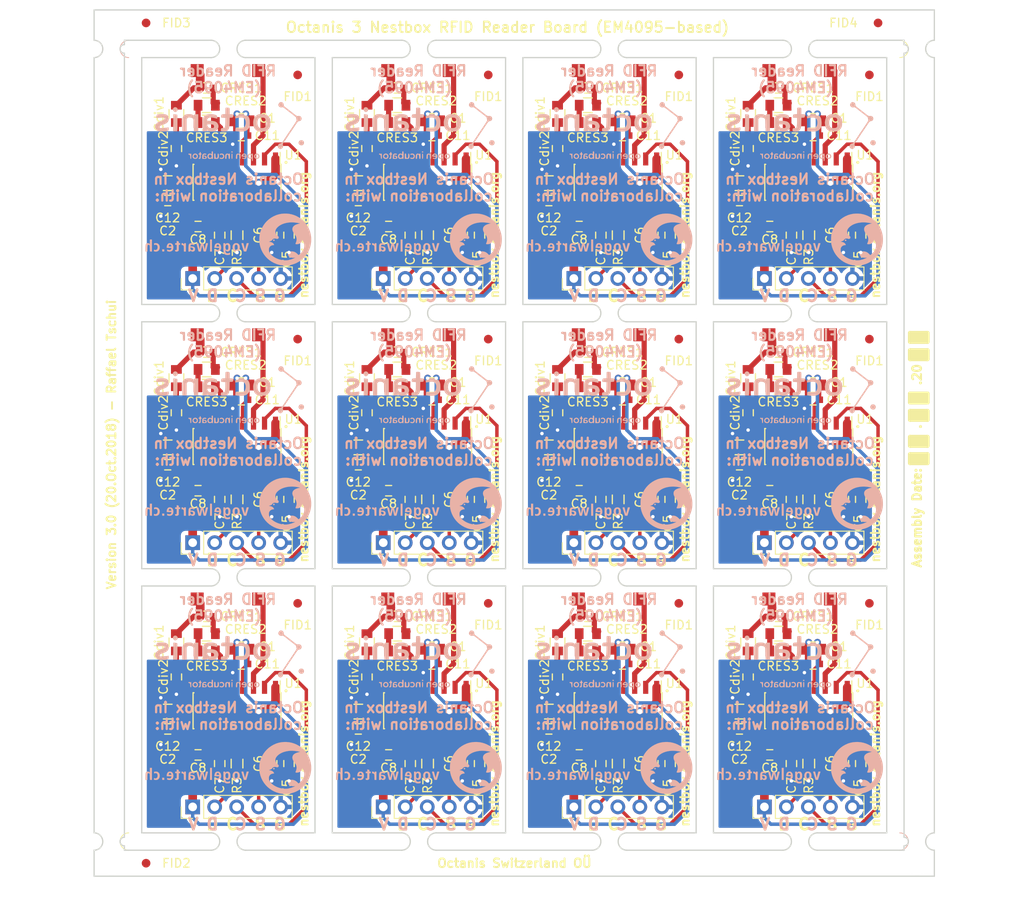
<source format=kicad_pcb>
(kicad_pcb (version 4) (host pcbnew 4.0.7)
  (layers (0 F.Cu signal) (31 B.Cu signal) (34 B.Paste user) (35 F.Paste user) (36 B.SilkS user) (37 F.SilkS user) (38 B.Mask user) (39 F.Mask user) (44 Edge.Cuts user))
  (net 0 "")
  (net 1 GND)
  (net 2 /RFID_VDD)
  (net 3 /ant2)
  (net 4 "Net-(C6-Pad2)")
  (net 5 "Net-(C7-Pad2)")
  (net 6 "Net-(C8-Pad2)")
  (net 7 /rdyclk)
  (net 8 /demod_out)
  (net 9 /shd)
  (net 10 "Net-(Cdiv1-Pad1)")
  (net 11 "Net-(C5-Pad2)")
  (net 12 "Net-(C8-Pad1)")
  (net 13 "Net-(CRES1-Pad1)")
  (net 14 "Net-(CRES2-Pad1)")
  (net 15 "Net-(CRES3-Pad1)")
  (net 16 "Net-(R3-Pad2)")
  (net 17 /ant1)
  (module Octanis3:Silkscreen_rectangle (layer F.Cu) (at 243.5 54.5 90)
    (fp_text reference REF** hide)
    (fp_text value SR hide)
  )
  (module Octanis3:Silkscreen_rectangle (layer F.Cu) (at 243.5 56.5 90)
    (fp_text reference REF** hide)
    (fp_text value SR hide)
  )
  (module Octanis3:Silkscreen_rectangle (layer F.Cu) (at 243.5 61.5 90)
    (fp_text reference REF** hide)
    (fp_text value SR hide)
  )
  (module Octanis3:Silkscreen_rectangle (layer F.Cu) (at 243.5 63.5 90)
    (fp_text reference REF** hide)
    (fp_text value SR hide)
  )
  (module Octanis3:Silkscreen_rectangle (layer F.Cu) (at 243.5 66.5 90)
    (fp_text reference REF** hide)
    (fp_text value SR hide)
  )
  (module Panelization:mouse-bite-2mm-slot (layer B.Cu) (at 150.5 21)
    (fp_text reference mouse-bite-2mm-slot hide)
    (fp_text value VAL** hide)
    (pad "" np_thru_hole circle (at 0 0.75) (size 0.5 0.5) (drill 0.5) (layers *.Cu *.Mask))
    (pad "" np_thru_hole circle (at 0 -0.75) (size 0.5 0.5) (drill 0.5) (layers *.Cu *.Mask))
    (pad "" np_thru_hole circle (at 0.75 0.75) (size 0.5 0.5) (drill 0.5) (layers *.Cu *.Mask))
    (pad "" np_thru_hole circle (at -0.75 0.75) (size 0.5 0.5) (drill 0.5) (layers *.Cu *.Mask))
    (pad "" np_thru_hole circle (at -0.75 -0.75) (size 0.5 0.5) (drill 0.5) (layers *.Cu *.Mask))
    (pad "" np_thru_hole circle (at 0.75 -0.75) (size 0.5 0.5) (drill 0.5) (layers *.Cu *.Mask))
  )
  (module Mounting_Holes:MountingHole_2.2mm_M2 (layer F.Cu) (at 150.5 115)
    (fp_text reference REF** hide)
    (fp_text value MountingHole_2.2mm_M2)
    (pad 1 np_thru_hole circle (at 0 0) (size 2.2 2.2) (drill 2.2) (layers *.Cu *.Mask))
  )
  (module Panelization:mouse-bite-2mm-slot (layer B.Cu) (at 243.5 112.5 180)
    (fp_text reference mouse-bite-2mm-slot hide)
    (fp_text value VAL** hide)
    (pad "" np_thru_hole circle (at 0 0.75 180) (size 0.5 0.5) (drill 0.5) (layers *.Cu *.Mask))
    (pad "" np_thru_hole circle (at 0 -0.75 180) (size 0.5 0.5) (drill 0.5) (layers *.Cu *.Mask))
    (pad "" np_thru_hole circle (at 0.75 0.75 180) (size 0.5 0.5) (drill 0.5) (layers *.Cu *.Mask))
    (pad "" np_thru_hole circle (at -0.75 0.75 180) (size 0.5 0.5) (drill 0.5) (layers *.Cu *.Mask))
    (pad "" np_thru_hole circle (at -0.75 -0.75 180) (size 0.5 0.5) (drill 0.5) (layers *.Cu *.Mask))
    (pad "" np_thru_hole circle (at 0.75 -0.75 180) (size 0.5 0.5) (drill 0.5) (layers *.Cu *.Mask))
  )
  (module Panelization:mouse-bite-2mm-slot (layer F.Cu) (at 243.5 21 180)
    (fp_text reference mouse-bite-2mm-slot hide)
    (fp_text value VAL** hide)
    (pad "" np_thru_hole circle (at 0 -0.75 180) (size 0.5 0.5) (drill 0.5) (layers *.Cu *.Mask))
    (pad "" np_thru_hole circle (at 0 0.75 180) (size 0.5 0.5) (drill 0.5) (layers *.Cu *.Mask))
    (pad "" np_thru_hole circle (at 0.75 -0.75 180) (size 0.5 0.5) (drill 0.5) (layers *.Cu *.Mask))
    (pad "" np_thru_hole circle (at -0.75 -0.75 180) (size 0.5 0.5) (drill 0.5) (layers *.Cu *.Mask))
    (pad "" np_thru_hole circle (at -0.75 0.75 180) (size 0.5 0.5) (drill 0.5) (layers *.Cu *.Mask))
    (pad "" np_thru_hole circle (at 0.75 0.75 180) (size 0.5 0.5) (drill 0.5) (layers *.Cu *.Mask))
  )
  (module Panelization:mouse-bite-2mm-slot (layer F.Cu) (at 150.5 112.5)
    (fp_text reference mouse-bite-2mm-slot hide)
    (fp_text value VAL** hide)
    (pad "" np_thru_hole circle (at 0 -0.75) (size 0.5 0.5) (drill 0.5) (layers *.Cu *.Mask))
    (pad "" np_thru_hole circle (at 0 0.75) (size 0.5 0.5) (drill 0.5) (layers *.Cu *.Mask))
    (pad "" np_thru_hole circle (at 0.75 -0.75) (size 0.5 0.5) (drill 0.5) (layers *.Cu *.Mask))
    (pad "" np_thru_hole circle (at -0.75 -0.75) (size 0.5 0.5) (drill 0.5) (layers *.Cu *.Mask))
    (pad "" np_thru_hole circle (at -0.75 0.75) (size 0.5 0.5) (drill 0.5) (layers *.Cu *.Mask))
    (pad "" np_thru_hole circle (at 0.75 0.75) (size 0.5 0.5) (drill 0.5) (layers *.Cu *.Mask))
  )
  (module Fiducials:Fiducial_1mm_Dia_2.54mm_Outer_CopperTop (layer F.Cu) (at 239 18)
    (fp_text reference FID4 (at -4 0) (layer F.SilkS))
    (fp_text value Fiducial_1mm_Dia_2.54mm_Outer_CopperTop)
    (pad ~ smd circle (at 0 0) (size 1 1) (layers F.Cu F.Mask) (clearance 0.77))
  )
  (module Fiducials:Fiducial_1mm_Dia_2.54mm_Outer_CopperTop (layer F.Cu) (at 154.5 18)
    (fp_text reference FID3 (at 3.5 0) (layer F.SilkS))
    (fp_text value Fiducial_1mm_Dia_2.54mm_Outer_CopperTop)
    (pad ~ smd circle (at 0 0) (size 1 1) (layers F.Cu F.Mask) (clearance 0.77))
  )
  (module Fiducials:Fiducial_1mm_Dia_2.54mm_Outer_CopperTop (layer F.Cu) (at 154.5 115)
    (fp_text reference FID2 (at 3.5 0) (layer F.SilkS))
    (fp_text value Fiducial_1mm_Dia_2.54mm_Outer_CopperTop)
    (pad ~ smd circle (at 0 0) (size 1 1) (layers F.Cu F.Mask) (clearance 0.77))
  )
  (module Mounting_Holes:MountingHole_2.2mm_M2 (layer F.Cu) (at 243.5 18.5)
    (fp_text reference REF** hide)
    (fp_text value MountingHole_2.2mm_M2)
    (pad 1 np_thru_hole circle (at 0 0) (size 2.2 2.2) (drill 2.2) (layers *.Cu *.Mask))
  )
  (module Mounting_Holes:MountingHole_2.2mm_M2 (layer F.Cu) (at 243.5 115)
    (fp_text reference REF** hide)
    (fp_text value MountingHole_2.2mm_M2)
    (pad 1 np_thru_hole circle (at 0 0) (size 2.2 2.2) (drill 2.2) (layers *.Cu *.Mask))
  )
  (module Octanis3:VogelwarteLogo3 (layer B.Cu) (at 230 43 180)
    (fp_text reference G*** hide)
    (fp_text value LOGO hide)
  )
  (module Octanis3:octanis_open_incubator_logo (layer B.Cu) (at 230 30.5 180)
    (fp_text reference G*** hide)
    (fp_text value LOGO hide)
  )
  (module Octanis3:octanis_open_incubator_logo (layer B.Cu) (at 230 61 180)
    (fp_text reference G*** hide)
    (fp_text value LOGO hide)
  )
  (module Octanis3:VogelwarteLogo3 (layer B.Cu) (at 230 73.5 180)
    (fp_text reference G*** hide)
    (fp_text value LOGO hide)
  )
  (module Octanis3:octanis_open_incubator_logo (layer B.Cu) (at 230 91.5 180)
    (fp_text reference G*** hide)
    (fp_text value LOGO hide)
  )
  (module Octanis3:VogelwarteLogo3 (layer B.Cu) (at 230 104 180)
    (fp_text reference G*** hide)
    (fp_text value LOGO hide)
  )
  (module Capacitors_SMD:C_0603 (layer F.Cu) (at 235 73 90)
    (fp_text reference C6 (at 0 -1.5 90) (layer F.SilkS))
    (fp_text value 10n)
    (pad 2 smd rect (at 0.75 0 90) (size 0.8 0.75) (layers F.Cu F.Paste F.Mask) (net 4 "Net-(C6-Pad2)"))
    (pad 1 smd rect (at -0.75 0 90) (size 0.8 0.75) (layers F.Cu F.Paste F.Mask) (net 1 GND))
  )
  (module Capacitors_SMD:C_0603 (layer F.Cu) (at 237 73 90)
    (fp_text reference C5 (at -2.75 -0.25 90) (layer F.SilkS))
    (fp_text value "10n  (22n max)")
    (pad 1 smd rect (at -0.75 0 90) (size 0.8 0.75) (layers F.Cu F.Paste F.Mask) (net 1 GND))
    (pad 2 smd rect (at 0.75 0 90) (size 0.8 0.75) (layers F.Cu F.Paste F.Mask) (net 11 "Net-(C5-Pad2)"))
  )
  (module Resistors_SMD:R_0603 (layer F.Cu) (at 231 73 90)
    (fp_text reference R3 (at -2.5 0 90) (layer F.SilkS))
    (fp_text value 0R)
    (pad 1 smd rect (at -0.75 0 90) (size 0.5 0.9) (layers F.Cu F.Paste F.Mask) (net 1 GND))
    (pad 2 smd rect (at 0.75 0 90) (size 0.5 0.9) (layers F.Cu F.Paste F.Mask) (net 16 "Net-(R3-Pad2)"))
  )
  (module Pin_Headers:Pin_Header_Straight_1x05_Pitch2.54mm (layer F.Cu) (at 225.88 78 90)
    (fp_text reference J1 hide)
    (fp_text value CONN_01X05)
    (pad 1 thru_hole rect (at 0 0 90) (size 1.7 1.7) (drill 1) (layers *.Cu *.Mask) (net 2 /RFID_VDD))
    (pad 2 thru_hole oval (at 0 2.54 90) (size 1.7 1.7) (drill 1) (layers *.Cu *.Mask) (net 8 /demod_out))
    (pad 3 thru_hole oval (at 0 5.08 90) (size 1.7 1.7) (drill 1) (layers *.Cu *.Mask) (net 7 /rdyclk))
    (pad 4 thru_hole oval (at 0 7.62 90) (size 1.7 1.7) (drill 1) (layers *.Cu *.Mask) (net 9 /shd))
    (pad 5 thru_hole oval (at 0 10.16 90) (size 1.7 1.7) (drill 1) (layers *.Cu *.Mask) (net 1 GND))
  )
  (module Capacitors_SMD:C_0603 (layer F.Cu) (at 229 73 90)
    (fp_text reference C7 (at -2.5 0 90) (layer F.SilkS))
    (fp_text value 100n)
    (pad 1 smd rect (at -0.75 0 90) (size 0.8 0.75) (layers F.Cu F.Paste F.Mask) (net 1 GND))
    (pad 2 smd rect (at 0.75 0 90) (size 0.8 0.75) (layers F.Cu F.Paste F.Mask) (net 5 "Net-(C7-Pad2)"))
  )
  (module Capacitors_SMD:C_0603 (layer F.Cu) (at 226.5 72)
    (fp_text reference C8 (at 0 1.5) (layer F.SilkS))
    (fp_text value "DNP or 100n")
    (pad 1 smd rect (at -0.75 0) (size 0.8 0.75) (layers F.Cu F.Paste F.Mask) (net 12 "Net-(C8-Pad1)"))
    (pad 2 smd rect (at 0.75 0) (size 0.8 0.75) (layers F.Cu F.Paste F.Mask) (net 6 "Net-(C8-Pad2)"))
  )
  (module Panelization:mouse-bite-2mm-slot (layer F.Cu) (at 230 82)
    (fp_text reference mouse-bite-2mm-slot hide)
    (fp_text value VAL** hide)
    (pad "" np_thru_hole circle (at 0 -0.75) (size 0.5 0.5) (drill 0.5) (layers *.Cu *.Mask))
    (pad "" np_thru_hole circle (at 0 0.75) (size 0.5 0.5) (drill 0.5) (layers *.Cu *.Mask))
    (pad "" np_thru_hole circle (at 0.75 -0.75) (size 0.5 0.5) (drill 0.5) (layers *.Cu *.Mask))
    (pad "" np_thru_hole circle (at -0.75 -0.75) (size 0.5 0.5) (drill 0.5) (layers *.Cu *.Mask))
    (pad "" np_thru_hole circle (at -0.75 0.75) (size 0.5 0.5) (drill 0.5) (layers *.Cu *.Mask))
    (pad "" np_thru_hole circle (at 0.75 0.75) (size 0.5 0.5) (drill 0.5) (layers *.Cu *.Mask))
  )
  (module Measurement_Points:Measurement_Point_Square-SMD-Pad_Small (layer F.Cu) (at 233.5 84.5)
    (fp_text reference J2 hide)
    (fp_text value CONN_01X01)
    (pad 1 smd rect (at 0 0) (size 1.5 1.5) (layers F.Cu F.Mask) (net 17 /ant1))
  )
  (module Fiducials:Fiducial_1mm_Dia_2.54mm_Outer_CopperTop (layer F.Cu) (at 238 85)
    (fp_text reference FID1 (at 0 2.5) (layer F.SilkS))
    (fp_text value Fiducial_1mm_Dia_2.54mm_Outer_CopperTop)
    (pad ~ smd circle (at 0 0) (size 1 1) (layers F.Cu F.Mask) (clearance 0.77))
  )
  (module Measurement_Points:Measurement_Point_Square-SMD-Pad_Small (layer F.Cu) (at 226.4 84.5)
    (fp_text reference J3 hide)
    (fp_text value CONN_01X01)
    (pad 1 smd rect (at 0 0) (size 1.5 1.5) (layers F.Cu F.Mask) (net 3 /ant2))
  )
  (module Capacitors_SMD:C_0603 (layer F.Cu) (at 227.5 86.5 180)
    (fp_text reference CRES1 (at -4 0 180) (layer F.SilkS))
    (fp_text value "C_fine_tuning (10nF, 50V)")
    (pad 1 smd rect (at -0.75 0 180) (size 0.8 0.75) (layers F.Cu F.Paste F.Mask) (net 13 "Net-(CRES1-Pad1)"))
    (pad 2 smd rect (at 0.75 0 180) (size 0.8 0.75) (layers F.Cu F.Paste F.Mask) (net 3 /ant2))
  )
  (module Capacitors_SMD:C_0805 (layer F.Cu) (at 223 97.5)
    (fp_text reference C12 (at 0 4) (layer F.SilkS))
    (fp_text value 10u)
    (pad 1 smd rect (at -1 0) (size 1 1.25) (layers F.Cu F.Paste F.Mask) (net 1 GND))
    (pad 2 smd rect (at 1 0) (size 1 1.25) (layers F.Cu F.Paste F.Mask) (net 2 /RFID_VDD))
  )
  (module Capacitors_SMD:C_0603 (layer F.Cu) (at 226.5 102.5)
    (fp_text reference C8 (at 0 1.5) (layer F.SilkS))
    (fp_text value "DNP or 100n")
    (pad 1 smd rect (at -0.75 0) (size 0.8 0.75) (layers F.Cu F.Paste F.Mask) (net 12 "Net-(C8-Pad1)"))
    (pad 2 smd rect (at 0.75 0) (size 0.8 0.75) (layers F.Cu F.Paste F.Mask) (net 6 "Net-(C8-Pad2)"))
  )
  (module Capacitors_SMD:C_0603 (layer F.Cu) (at 223 99.5)
    (fp_text reference C2 (at 0 3.5) (layer F.SilkS))
    (fp_text value 100n)
    (pad 1 smd rect (at -0.75 0) (size 0.8 0.75) (layers F.Cu F.Paste F.Mask) (net 1 GND))
    (pad 2 smd rect (at 0.75 0) (size 0.8 0.75) (layers F.Cu F.Paste F.Mask) (net 2 /RFID_VDD))
  )
  (module Housings_SOIC:SOIC-16_3.9x9.9mm_Pitch1.27mm (layer F.Cu) (at 231 97.4 270)
    (fp_text reference U1 (at -3.15 -6.5 360) (layer F.SilkS))
    (fp_text value EM4095)
    (pad 1 smd rect (at -2.7 -4.445 270) (size 1.5 0.6) (layers F.Cu F.Paste F.Mask) (net 1 GND))
    (pad 2 smd rect (at -2.7 -3.175 270) (size 1.5 0.6) (layers F.Cu F.Paste F.Mask) (net 7 /rdyclk))
    (pad 3 smd rect (at -2.7 -1.905 270) (size 1.5 0.6) (layers F.Cu F.Paste F.Mask) (net 17 /ant1))
    (pad 4 smd rect (at -2.7 -0.635 270) (size 1.5 0.6) (layers F.Cu F.Paste F.Mask) (net 2 /RFID_VDD))
    (pad 5 smd rect (at -2.7 0.635 270) (size 1.5 0.6) (layers F.Cu F.Paste F.Mask) (net 1 GND))
    (pad 6 smd rect (at -2.7 1.905 270) (size 1.5 0.6) (layers F.Cu F.Paste F.Mask) (net 15 "Net-(CRES3-Pad1)"))
    (pad 7 smd rect (at -2.7 3.175 270) (size 1.5 0.6) (layers F.Cu F.Paste F.Mask) (net 2 /RFID_VDD))
    (pad 8 smd rect (at -2.7 4.445 270) (size 1.5 0.6) (layers F.Cu F.Paste F.Mask) (net 10 "Net-(Cdiv1-Pad1)"))
    (pad 9 smd rect (at 2.7 4.445 270) (size 1.5 0.6) (layers F.Cu F.Paste F.Mask) (net 12 "Net-(C8-Pad1)"))
    (pad 10 smd rect (at 2.7 3.175 270) (size 1.5 0.6) (layers F.Cu F.Paste F.Mask) (net 6 "Net-(C8-Pad2)"))
    (pad 11 smd rect (at 2.7 1.905 270) (size 1.5 0.6) (layers F.Cu F.Paste F.Mask) (net 5 "Net-(C7-Pad2)"))
    (pad 12 smd rect (at 2.7 0.635 270) (size 1.5 0.6) (layers F.Cu F.Paste F.Mask) (net 16 "Net-(R3-Pad2)"))
    (pad 13 smd rect (at 2.7 -0.635 270) (size 1.5 0.6) (layers F.Cu F.Paste F.Mask) (net 8 /demod_out))
    (pad 14 smd rect (at 2.7 -1.905 270) (size 1.5 0.6) (layers F.Cu F.Paste F.Mask) (net 9 /shd))
    (pad 15 smd rect (at 2.7 -3.175 270) (size 1.5 0.6) (layers F.Cu F.Paste F.Mask) (net 4 "Net-(C6-Pad2)"))
    (pad 16 smd rect (at 2.7 -4.445 270) (size 1.5 0.6) (layers F.Cu F.Paste F.Mask) (net 11 "Net-(C5-Pad2)"))
  )
  (module Capacitors_SMD:C_0603 (layer F.Cu) (at 229 103.5 90)
    (fp_text reference C7 (at -2.5 0 90) (layer F.SilkS))
    (fp_text value 100n)
    (pad 1 smd rect (at -0.75 0 90) (size 0.8 0.75) (layers F.Cu F.Paste F.Mask) (net 1 GND))
    (pad 2 smd rect (at 0.75 0 90) (size 0.8 0.75) (layers F.Cu F.Paste F.Mask) (net 5 "Net-(C7-Pad2)"))
  )
  (module Capacitors_SMD:C_0805 (layer F.Cu) (at 231.5 90.3 180)
    (fp_text reference C1 (at -3 0.3 180) (layer F.SilkS))
    (fp_text value 10u)
    (pad 1 smd rect (at -1 0 180) (size 1 1.25) (layers F.Cu F.Paste F.Mask) (net 2 /RFID_VDD))
    (pad 2 smd rect (at 1 0 180) (size 1 1.25) (layers F.Cu F.Paste F.Mask) (net 1 GND))
  )
  (module Capacitors_SMD:C_0603 (layer F.Cu) (at 224 93.5 90)
    (fp_text reference Cdiv2 (at 0 -1.5 90) (layer F.SilkS))
    (fp_text value 1.5n)
    (pad 1 smd rect (at -0.75 0 90) (size 0.8 0.75) (layers F.Cu F.Paste F.Mask) (net 1 GND))
    (pad 2 smd rect (at 0.75 0 90) (size 0.8 0.75) (layers F.Cu F.Paste F.Mask) (net 10 "Net-(Cdiv1-Pad1)"))
  )
  (module Capacitors_SMD:C_0805 (layer F.Cu) (at 227.5 88.5)
    (fp_text reference CRES2 (at 4.5 -0.5) (layer F.SilkS))
    (fp_text value "1.8n 250V")
    (pad 1 smd rect (at -1 0) (size 1 1.25) (layers F.Cu F.Paste F.Mask) (net 14 "Net-(CRES2-Pad1)"))
    (pad 2 smd rect (at 1 0) (size 1 1.25) (layers F.Cu F.Paste F.Mask) (net 13 "Net-(CRES1-Pad1)"))
  )
  (module Capacitors_SMD:C_0603 (layer F.Cu) (at 231.5 92 180)
    (fp_text reference C11 (at -3 0 180) (layer F.SilkS))
    (fp_text value 100n)
    (pad 1 smd rect (at -0.75 0 180) (size 0.8 0.75) (layers F.Cu F.Paste F.Mask) (net 2 /RFID_VDD))
    (pad 2 smd rect (at 0.75 0 180) (size 0.8 0.75) (layers F.Cu F.Paste F.Mask) (net 1 GND))
  )
  (module Capacitors_SMD:C_0805 (layer F.Cu) (at 224 89.5 90)
    (fp_text reference Cdiv1 (at 0 -2 90) (layer F.SilkS))
    (fp_text value "10p 500V")
    (pad 1 smd rect (at -1 0 90) (size 1 1.25) (layers F.Cu F.Paste F.Mask) (net 10 "Net-(Cdiv1-Pad1)"))
    (pad 2 smd rect (at 1 0 90) (size 1 1.25) (layers F.Cu F.Paste F.Mask) (net 3 /ant2))
  )
  (module Capacitors_SMD:C_0805 (layer F.Cu) (at 227.5 90.5 180)
    (fp_text reference CRES3 (at 0 -1.75 180) (layer F.SilkS))
    (fp_text value "1n 450V")
    (pad 1 smd rect (at -1 0 180) (size 1 1.25) (layers F.Cu F.Paste F.Mask) (net 15 "Net-(CRES3-Pad1)"))
    (pad 2 smd rect (at 1 0 180) (size 1 1.25) (layers F.Cu F.Paste F.Mask) (net 14 "Net-(CRES2-Pad1)"))
  )
  (module Panelization:mouse-bite-2mm-slot (layer F.Cu) (at 230 112.5)
    (fp_text reference mouse-bite-2mm-slot hide)
    (fp_text value VAL** hide)
    (pad "" np_thru_hole circle (at 0 -0.75) (size 0.5 0.5) (drill 0.5) (layers *.Cu *.Mask))
    (pad "" np_thru_hole circle (at 0 0.75) (size 0.5 0.5) (drill 0.5) (layers *.Cu *.Mask))
    (pad "" np_thru_hole circle (at 0.75 -0.75) (size 0.5 0.5) (drill 0.5) (layers *.Cu *.Mask))
    (pad "" np_thru_hole circle (at -0.75 -0.75) (size 0.5 0.5) (drill 0.5) (layers *.Cu *.Mask))
    (pad "" np_thru_hole circle (at -0.75 0.75) (size 0.5 0.5) (drill 0.5) (layers *.Cu *.Mask))
    (pad "" np_thru_hole circle (at 0.75 0.75) (size 0.5 0.5) (drill 0.5) (layers *.Cu *.Mask))
  )
  (module Capacitors_SMD:C_0603 (layer F.Cu) (at 235 103.5 90)
    (fp_text reference C6 (at 0 -1.5 90) (layer F.SilkS))
    (fp_text value 10n)
    (pad 2 smd rect (at 0.75 0 90) (size 0.8 0.75) (layers F.Cu F.Paste F.Mask) (net 4 "Net-(C6-Pad2)"))
    (pad 1 smd rect (at -0.75 0 90) (size 0.8 0.75) (layers F.Cu F.Paste F.Mask) (net 1 GND))
  )
  (module Capacitors_SMD:C_0603 (layer F.Cu) (at 237 103.5 90)
    (fp_text reference C5 (at -2.75 -0.25 90) (layer F.SilkS))
    (fp_text value "10n  (22n max)")
    (pad 1 smd rect (at -0.75 0 90) (size 0.8 0.75) (layers F.Cu F.Paste F.Mask) (net 1 GND))
    (pad 2 smd rect (at 0.75 0 90) (size 0.8 0.75) (layers F.Cu F.Paste F.Mask) (net 11 "Net-(C5-Pad2)"))
  )
  (module Pin_Headers:Pin_Header_Straight_1x05_Pitch2.54mm (layer F.Cu) (at 225.88 108.5 90)
    (fp_text reference J1 hide)
    (fp_text value CONN_01X05)
    (pad 1 thru_hole rect (at 0 0 90) (size 1.7 1.7) (drill 1) (layers *.Cu *.Mask) (net 2 /RFID_VDD))
    (pad 2 thru_hole oval (at 0 2.54 90) (size 1.7 1.7) (drill 1) (layers *.Cu *.Mask) (net 8 /demod_out))
    (pad 3 thru_hole oval (at 0 5.08 90) (size 1.7 1.7) (drill 1) (layers *.Cu *.Mask) (net 7 /rdyclk))
    (pad 4 thru_hole oval (at 0 7.62 90) (size 1.7 1.7) (drill 1) (layers *.Cu *.Mask) (net 9 /shd))
    (pad 5 thru_hole oval (at 0 10.16 90) (size 1.7 1.7) (drill 1) (layers *.Cu *.Mask) (net 1 GND))
  )
  (module Resistors_SMD:R_0603 (layer F.Cu) (at 231 103.5 90)
    (fp_text reference R3 (at -2.5 0 90) (layer F.SilkS))
    (fp_text value 0R)
    (pad 1 smd rect (at -0.75 0 90) (size 0.5 0.9) (layers F.Cu F.Paste F.Mask) (net 1 GND))
    (pad 2 smd rect (at 0.75 0 90) (size 0.5 0.9) (layers F.Cu F.Paste F.Mask) (net 16 "Net-(R3-Pad2)"))
  )
  (module Housings_SOIC:SOIC-16_3.9x9.9mm_Pitch1.27mm (layer F.Cu) (at 231 66.9 270)
    (fp_text reference U1 (at -3.15 -6.5 360) (layer F.SilkS))
    (fp_text value EM4095)
    (pad 1 smd rect (at -2.7 -4.445 270) (size 1.5 0.6) (layers F.Cu F.Paste F.Mask) (net 1 GND))
    (pad 2 smd rect (at -2.7 -3.175 270) (size 1.5 0.6) (layers F.Cu F.Paste F.Mask) (net 7 /rdyclk))
    (pad 3 smd rect (at -2.7 -1.905 270) (size 1.5 0.6) (layers F.Cu F.Paste F.Mask) (net 17 /ant1))
    (pad 4 smd rect (at -2.7 -0.635 270) (size 1.5 0.6) (layers F.Cu F.Paste F.Mask) (net 2 /RFID_VDD))
    (pad 5 smd rect (at -2.7 0.635 270) (size 1.5 0.6) (layers F.Cu F.Paste F.Mask) (net 1 GND))
    (pad 6 smd rect (at -2.7 1.905 270) (size 1.5 0.6) (layers F.Cu F.Paste F.Mask) (net 15 "Net-(CRES3-Pad1)"))
    (pad 7 smd rect (at -2.7 3.175 270) (size 1.5 0.6) (layers F.Cu F.Paste F.Mask) (net 2 /RFID_VDD))
    (pad 8 smd rect (at -2.7 4.445 270) (size 1.5 0.6) (layers F.Cu F.Paste F.Mask) (net 10 "Net-(Cdiv1-Pad1)"))
    (pad 9 smd rect (at 2.7 4.445 270) (size 1.5 0.6) (layers F.Cu F.Paste F.Mask) (net 12 "Net-(C8-Pad1)"))
    (pad 10 smd rect (at 2.7 3.175 270) (size 1.5 0.6) (layers F.Cu F.Paste F.Mask) (net 6 "Net-(C8-Pad2)"))
    (pad 11 smd rect (at 2.7 1.905 270) (size 1.5 0.6) (layers F.Cu F.Paste F.Mask) (net 5 "Net-(C7-Pad2)"))
    (pad 12 smd rect (at 2.7 0.635 270) (size 1.5 0.6) (layers F.Cu F.Paste F.Mask) (net 16 "Net-(R3-Pad2)"))
    (pad 13 smd rect (at 2.7 -0.635 270) (size 1.5 0.6) (layers F.Cu F.Paste F.Mask) (net 8 /demod_out))
    (pad 14 smd rect (at 2.7 -1.905 270) (size 1.5 0.6) (layers F.Cu F.Paste F.Mask) (net 9 /shd))
    (pad 15 smd rect (at 2.7 -3.175 270) (size 1.5 0.6) (layers F.Cu F.Paste F.Mask) (net 4 "Net-(C6-Pad2)"))
    (pad 16 smd rect (at 2.7 -4.445 270) (size 1.5 0.6) (layers F.Cu F.Paste F.Mask) (net 11 "Net-(C5-Pad2)"))
  )
  (module Capacitors_SMD:C_0805 (layer F.Cu) (at 223 67)
    (fp_text reference C12 (at 0 4) (layer F.SilkS))
    (fp_text value 10u)
    (pad 1 smd rect (at -1 0) (size 1 1.25) (layers F.Cu F.Paste F.Mask) (net 1 GND))
    (pad 2 smd rect (at 1 0) (size 1 1.25) (layers F.Cu F.Paste F.Mask) (net 2 /RFID_VDD))
  )
  (module Capacitors_SMD:C_0603 (layer F.Cu) (at 223 69)
    (fp_text reference C2 (at 0 3.5) (layer F.SilkS))
    (fp_text value 100n)
    (pad 1 smd rect (at -0.75 0) (size 0.8 0.75) (layers F.Cu F.Paste F.Mask) (net 1 GND))
    (pad 2 smd rect (at 0.75 0) (size 0.8 0.75) (layers F.Cu F.Paste F.Mask) (net 2 /RFID_VDD))
  )
  (module Capacitors_SMD:C_0603 (layer F.Cu) (at 224 63 90)
    (fp_text reference Cdiv2 (at 0 -1.5 90) (layer F.SilkS))
    (fp_text value 1.5n)
    (pad 1 smd rect (at -0.75 0 90) (size 0.8 0.75) (layers F.Cu F.Paste F.Mask) (net 1 GND))
    (pad 2 smd rect (at 0.75 0 90) (size 0.8 0.75) (layers F.Cu F.Paste F.Mask) (net 10 "Net-(Cdiv1-Pad1)"))
  )
  (module Panelization:mouse-bite-2mm-slot (layer F.Cu) (at 230 51.5)
    (fp_text reference mouse-bite-2mm-slot hide)
    (fp_text value VAL** hide)
    (pad "" np_thru_hole circle (at 0 -0.75) (size 0.5 0.5) (drill 0.5) (layers *.Cu *.Mask))
    (pad "" np_thru_hole circle (at 0 0.75) (size 0.5 0.5) (drill 0.5) (layers *.Cu *.Mask))
    (pad "" np_thru_hole circle (at 0.75 -0.75) (size 0.5 0.5) (drill 0.5) (layers *.Cu *.Mask))
    (pad "" np_thru_hole circle (at -0.75 -0.75) (size 0.5 0.5) (drill 0.5) (layers *.Cu *.Mask))
    (pad "" np_thru_hole circle (at -0.75 0.75) (size 0.5 0.5) (drill 0.5) (layers *.Cu *.Mask))
    (pad "" np_thru_hole circle (at 0.75 0.75) (size 0.5 0.5) (drill 0.5) (layers *.Cu *.Mask))
  )
  (module Measurement_Points:Measurement_Point_Square-SMD-Pad_Small (layer F.Cu) (at 226.4 54)
    (fp_text reference J3 hide)
    (fp_text value CONN_01X01)
    (pad 1 smd rect (at 0 0) (size 1.5 1.5) (layers F.Cu F.Mask) (net 3 /ant2))
  )
  (module Fiducials:Fiducial_1mm_Dia_2.54mm_Outer_CopperTop (layer F.Cu) (at 238 54.5)
    (fp_text reference FID1 (at 0 2.5) (layer F.SilkS))
    (fp_text value Fiducial_1mm_Dia_2.54mm_Outer_CopperTop)
    (pad ~ smd circle (at 0 0) (size 1 1) (layers F.Cu F.Mask) (clearance 0.77))
  )
  (module Measurement_Points:Measurement_Point_Square-SMD-Pad_Small (layer F.Cu) (at 233.5 54)
    (fp_text reference J2 hide)
    (fp_text value CONN_01X01)
    (pad 1 smd rect (at 0 0) (size 1.5 1.5) (layers F.Cu F.Mask) (net 17 /ant1))
  )
  (module Capacitors_SMD:C_0603 (layer F.Cu) (at 227.5 56 180)
    (fp_text reference CRES1 (at -4 0 180) (layer F.SilkS))
    (fp_text value "C_fine_tuning (10nF, 50V)")
    (pad 1 smd rect (at -0.75 0 180) (size 0.8 0.75) (layers F.Cu F.Paste F.Mask) (net 13 "Net-(CRES1-Pad1)"))
    (pad 2 smd rect (at 0.75 0 180) (size 0.8 0.75) (layers F.Cu F.Paste F.Mask) (net 3 /ant2))
  )
  (module Capacitors_SMD:C_0805 (layer F.Cu) (at 227.5 60 180)
    (fp_text reference CRES3 (at 0 -1.75 180) (layer F.SilkS))
    (fp_text value "1n 450V")
    (pad 1 smd rect (at -1 0 180) (size 1 1.25) (layers F.Cu F.Paste F.Mask) (net 15 "Net-(CRES3-Pad1)"))
    (pad 2 smd rect (at 1 0 180) (size 1 1.25) (layers F.Cu F.Paste F.Mask) (net 14 "Net-(CRES2-Pad1)"))
  )
  (module Capacitors_SMD:C_0805 (layer F.Cu) (at 224 59 90)
    (fp_text reference Cdiv1 (at 0 -2 90) (layer F.SilkS))
    (fp_text value "10p 500V")
    (pad 1 smd rect (at -1 0 90) (size 1 1.25) (layers F.Cu F.Paste F.Mask) (net 10 "Net-(Cdiv1-Pad1)"))
    (pad 2 smd rect (at 1 0 90) (size 1 1.25) (layers F.Cu F.Paste F.Mask) (net 3 /ant2))
  )
  (module Capacitors_SMD:C_0805 (layer F.Cu) (at 227.5 58)
    (fp_text reference CRES2 (at 4.5 -0.5) (layer F.SilkS))
    (fp_text value "1.8n 250V")
    (pad 1 smd rect (at -1 0) (size 1 1.25) (layers F.Cu F.Paste F.Mask) (net 14 "Net-(CRES2-Pad1)"))
    (pad 2 smd rect (at 1 0) (size 1 1.25) (layers F.Cu F.Paste F.Mask) (net 13 "Net-(CRES1-Pad1)"))
  )
  (module Capacitors_SMD:C_0805 (layer F.Cu) (at 231.5 59.8 180)
    (fp_text reference C1 (at -3 0.3 180) (layer F.SilkS))
    (fp_text value 10u)
    (pad 1 smd rect (at -1 0 180) (size 1 1.25) (layers F.Cu F.Paste F.Mask) (net 2 /RFID_VDD))
    (pad 2 smd rect (at 1 0 180) (size 1 1.25) (layers F.Cu F.Paste F.Mask) (net 1 GND))
  )
  (module Capacitors_SMD:C_0603 (layer F.Cu) (at 231.5 61.5 180)
    (fp_text reference C11 (at -3 0 180) (layer F.SilkS))
    (fp_text value 100n)
    (pad 1 smd rect (at -0.75 0 180) (size 0.8 0.75) (layers F.Cu F.Paste F.Mask) (net 2 /RFID_VDD))
    (pad 2 smd rect (at 0.75 0 180) (size 0.8 0.75) (layers F.Cu F.Paste F.Mask) (net 1 GND))
  )
  (module Capacitors_SMD:C_0603 (layer F.Cu) (at 229 42.5 90)
    (fp_text reference C7 (at -2.5 0 90) (layer F.SilkS))
    (fp_text value 100n)
    (pad 1 smd rect (at -0.75 0 90) (size 0.8 0.75) (layers F.Cu F.Paste F.Mask) (net 1 GND))
    (pad 2 smd rect (at 0.75 0 90) (size 0.8 0.75) (layers F.Cu F.Paste F.Mask) (net 5 "Net-(C7-Pad2)"))
  )
  (module Resistors_SMD:R_0603 (layer F.Cu) (at 231 42.5 90)
    (fp_text reference R3 (at -2.5 0 90) (layer F.SilkS))
    (fp_text value 0R)
    (pad 1 smd rect (at -0.75 0 90) (size 0.5 0.9) (layers F.Cu F.Paste F.Mask) (net 1 GND))
    (pad 2 smd rect (at 0.75 0 90) (size 0.5 0.9) (layers F.Cu F.Paste F.Mask) (net 16 "Net-(R3-Pad2)"))
  )
  (module Capacitors_SMD:C_0603 (layer F.Cu) (at 237 42.5 90)
    (fp_text reference C5 (at -2.75 -0.25 90) (layer F.SilkS))
    (fp_text value "10n  (22n max)")
    (pad 1 smd rect (at -0.75 0 90) (size 0.8 0.75) (layers F.Cu F.Paste F.Mask) (net 1 GND))
    (pad 2 smd rect (at 0.75 0 90) (size 0.8 0.75) (layers F.Cu F.Paste F.Mask) (net 11 "Net-(C5-Pad2)"))
  )
  (module Capacitors_SMD:C_0603 (layer F.Cu) (at 226.5 41.5)
    (fp_text reference C8 (at 0 1.5) (layer F.SilkS))
    (fp_text value "DNP or 100n")
    (pad 1 smd rect (at -0.75 0) (size 0.8 0.75) (layers F.Cu F.Paste F.Mask) (net 12 "Net-(C8-Pad1)"))
    (pad 2 smd rect (at 0.75 0) (size 0.8 0.75) (layers F.Cu F.Paste F.Mask) (net 6 "Net-(C8-Pad2)"))
  )
  (module Pin_Headers:Pin_Header_Straight_1x05_Pitch2.54mm (layer F.Cu) (at 225.88 47.5 90)
    (fp_text reference J1 hide)
    (fp_text value CONN_01X05)
    (pad 1 thru_hole rect (at 0 0 90) (size 1.7 1.7) (drill 1) (layers *.Cu *.Mask) (net 2 /RFID_VDD))
    (pad 2 thru_hole oval (at 0 2.54 90) (size 1.7 1.7) (drill 1) (layers *.Cu *.Mask) (net 8 /demod_out))
    (pad 3 thru_hole oval (at 0 5.08 90) (size 1.7 1.7) (drill 1) (layers *.Cu *.Mask) (net 7 /rdyclk))
    (pad 4 thru_hole oval (at 0 7.62 90) (size 1.7 1.7) (drill 1) (layers *.Cu *.Mask) (net 9 /shd))
    (pad 5 thru_hole oval (at 0 10.16 90) (size 1.7 1.7) (drill 1) (layers *.Cu *.Mask) (net 1 GND))
  )
  (module Capacitors_SMD:C_0603 (layer F.Cu) (at 235 42.5 90)
    (fp_text reference C6 (at 0 -1.5 90) (layer F.SilkS))
    (fp_text value 10n)
    (pad 2 smd rect (at 0.75 0 90) (size 0.8 0.75) (layers F.Cu F.Paste F.Mask) (net 4 "Net-(C6-Pad2)"))
    (pad 1 smd rect (at -0.75 0 90) (size 0.8 0.75) (layers F.Cu F.Paste F.Mask) (net 1 GND))
  )
  (module Capacitors_SMD:C_0805 (layer F.Cu) (at 231.5 29.3 180)
    (fp_text reference C1 (at -3 0.3 180) (layer F.SilkS))
    (fp_text value 10u)
    (pad 1 smd rect (at -1 0 180) (size 1 1.25) (layers F.Cu F.Paste F.Mask) (net 2 /RFID_VDD))
    (pad 2 smd rect (at 1 0 180) (size 1 1.25) (layers F.Cu F.Paste F.Mask) (net 1 GND))
  )
  (module Housings_SOIC:SOIC-16_3.9x9.9mm_Pitch1.27mm (layer F.Cu) (at 231 36.4 270)
    (fp_text reference U1 (at -3.15 -6.5 360) (layer F.SilkS))
    (fp_text value EM4095)
    (pad 1 smd rect (at -2.7 -4.445 270) (size 1.5 0.6) (layers F.Cu F.Paste F.Mask) (net 1 GND))
    (pad 2 smd rect (at -2.7 -3.175 270) (size 1.5 0.6) (layers F.Cu F.Paste F.Mask) (net 7 /rdyclk))
    (pad 3 smd rect (at -2.7 -1.905 270) (size 1.5 0.6) (layers F.Cu F.Paste F.Mask) (net 17 /ant1))
    (pad 4 smd rect (at -2.7 -0.635 270) (size 1.5 0.6) (layers F.Cu F.Paste F.Mask) (net 2 /RFID_VDD))
    (pad 5 smd rect (at -2.7 0.635 270) (size 1.5 0.6) (layers F.Cu F.Paste F.Mask) (net 1 GND))
    (pad 6 smd rect (at -2.7 1.905 270) (size 1.5 0.6) (layers F.Cu F.Paste F.Mask) (net 15 "Net-(CRES3-Pad1)"))
    (pad 7 smd rect (at -2.7 3.175 270) (size 1.5 0.6) (layers F.Cu F.Paste F.Mask) (net 2 /RFID_VDD))
    (pad 8 smd rect (at -2.7 4.445 270) (size 1.5 0.6) (layers F.Cu F.Paste F.Mask) (net 10 "Net-(Cdiv1-Pad1)"))
    (pad 9 smd rect (at 2.7 4.445 270) (size 1.5 0.6) (layers F.Cu F.Paste F.Mask) (net 12 "Net-(C8-Pad1)"))
    (pad 10 smd rect (at 2.7 3.175 270) (size 1.5 0.6) (layers F.Cu F.Paste F.Mask) (net 6 "Net-(C8-Pad2)"))
    (pad 11 smd rect (at 2.7 1.905 270) (size 1.5 0.6) (layers F.Cu F.Paste F.Mask) (net 5 "Net-(C7-Pad2)"))
    (pad 12 smd rect (at 2.7 0.635 270) (size 1.5 0.6) (layers F.Cu F.Paste F.Mask) (net 16 "Net-(R3-Pad2)"))
    (pad 13 smd rect (at 2.7 -0.635 270) (size 1.5 0.6) (layers F.Cu F.Paste F.Mask) (net 8 /demod_out))
    (pad 14 smd rect (at 2.7 -1.905 270) (size 1.5 0.6) (layers F.Cu F.Paste F.Mask) (net 9 /shd))
    (pad 15 smd rect (at 2.7 -3.175 270) (size 1.5 0.6) (layers F.Cu F.Paste F.Mask) (net 4 "Net-(C6-Pad2)"))
    (pad 16 smd rect (at 2.7 -4.445 270) (size 1.5 0.6) (layers F.Cu F.Paste F.Mask) (net 11 "Net-(C5-Pad2)"))
  )
  (module Capacitors_SMD:C_0603 (layer F.Cu) (at 223 38.5)
    (fp_text reference C2 (at 0 3.5) (layer F.SilkS))
    (fp_text value 100n)
    (pad 1 smd rect (at -0.75 0) (size 0.8 0.75) (layers F.Cu F.Paste F.Mask) (net 1 GND))
    (pad 2 smd rect (at 0.75 0) (size 0.8 0.75) (layers F.Cu F.Paste F.Mask) (net 2 /RFID_VDD))
  )
  (module Capacitors_SMD:C_0603 (layer F.Cu) (at 231.5 31 180)
    (fp_text reference C11 (at -3 0 180) (layer F.SilkS))
    (fp_text value 100n)
    (pad 1 smd rect (at -0.75 0 180) (size 0.8 0.75) (layers F.Cu F.Paste F.Mask) (net 2 /RFID_VDD))
    (pad 2 smd rect (at 0.75 0 180) (size 0.8 0.75) (layers F.Cu F.Paste F.Mask) (net 1 GND))
  )
  (module Capacitors_SMD:C_0603 (layer F.Cu) (at 224 32.5 90)
    (fp_text reference Cdiv2 (at 0 -1.5 90) (layer F.SilkS))
    (fp_text value 1.5n)
    (pad 1 smd rect (at -0.75 0 90) (size 0.8 0.75) (layers F.Cu F.Paste F.Mask) (net 1 GND))
    (pad 2 smd rect (at 0.75 0 90) (size 0.8 0.75) (layers F.Cu F.Paste F.Mask) (net 10 "Net-(Cdiv1-Pad1)"))
  )
  (module Capacitors_SMD:C_0805 (layer F.Cu) (at 223 36.5)
    (fp_text reference C12 (at 0 4) (layer F.SilkS))
    (fp_text value 10u)
    (pad 1 smd rect (at -1 0) (size 1 1.25) (layers F.Cu F.Paste F.Mask) (net 1 GND))
    (pad 2 smd rect (at 1 0) (size 1 1.25) (layers F.Cu F.Paste F.Mask) (net 2 /RFID_VDD))
  )
  (module Fiducials:Fiducial_1mm_Dia_2.54mm_Outer_CopperTop (layer F.Cu) (at 238 24)
    (fp_text reference FID1 (at 0 2.5) (layer F.SilkS))
    (fp_text value Fiducial_1mm_Dia_2.54mm_Outer_CopperTop)
    (pad ~ smd circle (at 0 0) (size 1 1) (layers F.Cu F.Mask) (clearance 0.77))
  )
  (module Measurement_Points:Measurement_Point_Square-SMD-Pad_Small (layer F.Cu) (at 233.5 23.5)
    (fp_text reference J2 hide)
    (fp_text value CONN_01X01)
    (pad 1 smd rect (at 0 0) (size 1.5 1.5) (layers F.Cu F.Mask) (net 17 /ant1))
  )
  (module Panelization:mouse-bite-2mm-slot (layer F.Cu) (at 230 21)
    (fp_text reference mouse-bite-2mm-slot hide)
    (fp_text value VAL** hide)
    (pad "" np_thru_hole circle (at 0 -0.75) (size 0.5 0.5) (drill 0.5) (layers *.Cu *.Mask))
    (pad "" np_thru_hole circle (at 0 0.75) (size 0.5 0.5) (drill 0.5) (layers *.Cu *.Mask))
    (pad "" np_thru_hole circle (at 0.75 -0.75) (size 0.5 0.5) (drill 0.5) (layers *.Cu *.Mask))
    (pad "" np_thru_hole circle (at -0.75 -0.75) (size 0.5 0.5) (drill 0.5) (layers *.Cu *.Mask))
    (pad "" np_thru_hole circle (at -0.75 0.75) (size 0.5 0.5) (drill 0.5) (layers *.Cu *.Mask))
    (pad "" np_thru_hole circle (at 0.75 0.75) (size 0.5 0.5) (drill 0.5) (layers *.Cu *.Mask))
  )
  (module Capacitors_SMD:C_0805 (layer F.Cu) (at 227.5 29.5 180)
    (fp_text reference CRES3 (at 0 -1.75 180) (layer F.SilkS))
    (fp_text value "1n 450V")
    (pad 1 smd rect (at -1 0 180) (size 1 1.25) (layers F.Cu F.Paste F.Mask) (net 15 "Net-(CRES3-Pad1)"))
    (pad 2 smd rect (at 1 0 180) (size 1 1.25) (layers F.Cu F.Paste F.Mask) (net 14 "Net-(CRES2-Pad1)"))
  )
  (module Capacitors_SMD:C_0603 (layer F.Cu) (at 227.5 25.5 180)
    (fp_text reference CRES1 (at -4 0 180) (layer F.SilkS))
    (fp_text value "C_fine_tuning (10nF, 50V)")
    (pad 1 smd rect (at -0.75 0 180) (size 0.8 0.75) (layers F.Cu F.Paste F.Mask) (net 13 "Net-(CRES1-Pad1)"))
    (pad 2 smd rect (at 0.75 0 180) (size 0.8 0.75) (layers F.Cu F.Paste F.Mask) (net 3 /ant2))
  )
  (module Capacitors_SMD:C_0805 (layer F.Cu) (at 224 28.5 90)
    (fp_text reference Cdiv1 (at 0 -2 90) (layer F.SilkS))
    (fp_text value "10p 500V")
    (pad 1 smd rect (at -1 0 90) (size 1 1.25) (layers F.Cu F.Paste F.Mask) (net 10 "Net-(Cdiv1-Pad1)"))
    (pad 2 smd rect (at 1 0 90) (size 1 1.25) (layers F.Cu F.Paste F.Mask) (net 3 /ant2))
  )
  (module Measurement_Points:Measurement_Point_Square-SMD-Pad_Small (layer F.Cu) (at 226.4 23.5)
    (fp_text reference J3 hide)
    (fp_text value CONN_01X01)
    (pad 1 smd rect (at 0 0) (size 1.5 1.5) (layers F.Cu F.Mask) (net 3 /ant2))
  )
  (module Capacitors_SMD:C_0805 (layer F.Cu) (at 227.5 27.5)
    (fp_text reference CRES2 (at 4.5 -0.5) (layer F.SilkS))
    (fp_text value "1.8n 250V")
    (pad 1 smd rect (at -1 0) (size 1 1.25) (layers F.Cu F.Paste F.Mask) (net 14 "Net-(CRES2-Pad1)"))
    (pad 2 smd rect (at 1 0) (size 1 1.25) (layers F.Cu F.Paste F.Mask) (net 13 "Net-(CRES1-Pad1)"))
  )
  (module Octanis3:VogelwarteLogo3 (layer B.Cu) (at 208 43 180)
    (fp_text reference G*** hide)
    (fp_text value LOGO hide)
  )
  (module Octanis3:octanis_open_incubator_logo (layer B.Cu) (at 208 30.5 180)
    (fp_text reference G*** hide)
    (fp_text value LOGO hide)
  )
  (module Octanis3:octanis_open_incubator_logo (layer B.Cu) (at 208 61 180)
    (fp_text reference G*** hide)
    (fp_text value LOGO hide)
  )
  (module Octanis3:VogelwarteLogo3 (layer B.Cu) (at 208 73.5 180)
    (fp_text reference G*** hide)
    (fp_text value LOGO hide)
  )
  (module Octanis3:octanis_open_incubator_logo (layer B.Cu) (at 208 91.5 180)
    (fp_text reference G*** hide)
    (fp_text value LOGO hide)
  )
  (module Octanis3:VogelwarteLogo3 (layer B.Cu) (at 208 104 180)
    (fp_text reference G*** hide)
    (fp_text value LOGO hide)
  )
  (module Capacitors_SMD:C_0603 (layer F.Cu) (at 213 73 90)
    (fp_text reference C6 (at 0 -1.5 90) (layer F.SilkS))
    (fp_text value 10n)
    (pad 2 smd rect (at 0.75 0 90) (size 0.8 0.75) (layers F.Cu F.Paste F.Mask) (net 4 "Net-(C6-Pad2)"))
    (pad 1 smd rect (at -0.75 0 90) (size 0.8 0.75) (layers F.Cu F.Paste F.Mask) (net 1 GND))
  )
  (module Capacitors_SMD:C_0603 (layer F.Cu) (at 215 73 90)
    (fp_text reference C5 (at -2.75 -0.25 90) (layer F.SilkS))
    (fp_text value "10n  (22n max)")
    (pad 1 smd rect (at -0.75 0 90) (size 0.8 0.75) (layers F.Cu F.Paste F.Mask) (net 1 GND))
    (pad 2 smd rect (at 0.75 0 90) (size 0.8 0.75) (layers F.Cu F.Paste F.Mask) (net 11 "Net-(C5-Pad2)"))
  )
  (module Resistors_SMD:R_0603 (layer F.Cu) (at 209 73 90)
    (fp_text reference R3 (at -2.5 0 90) (layer F.SilkS))
    (fp_text value 0R)
    (pad 1 smd rect (at -0.75 0 90) (size 0.5 0.9) (layers F.Cu F.Paste F.Mask) (net 1 GND))
    (pad 2 smd rect (at 0.75 0 90) (size 0.5 0.9) (layers F.Cu F.Paste F.Mask) (net 16 "Net-(R3-Pad2)"))
  )
  (module Pin_Headers:Pin_Header_Straight_1x05_Pitch2.54mm (layer F.Cu) (at 203.88 78 90)
    (fp_text reference J1 hide)
    (fp_text value CONN_01X05)
    (pad 1 thru_hole rect (at 0 0 90) (size 1.7 1.7) (drill 1) (layers *.Cu *.Mask) (net 2 /RFID_VDD))
    (pad 2 thru_hole oval (at 0 2.54 90) (size 1.7 1.7) (drill 1) (layers *.Cu *.Mask) (net 8 /demod_out))
    (pad 3 thru_hole oval (at 0 5.08 90) (size 1.7 1.7) (drill 1) (layers *.Cu *.Mask) (net 7 /rdyclk))
    (pad 4 thru_hole oval (at 0 7.62 90) (size 1.7 1.7) (drill 1) (layers *.Cu *.Mask) (net 9 /shd))
    (pad 5 thru_hole oval (at 0 10.16 90) (size 1.7 1.7) (drill 1) (layers *.Cu *.Mask) (net 1 GND))
  )
  (module Capacitors_SMD:C_0603 (layer F.Cu) (at 207 73 90)
    (fp_text reference C7 (at -2.5 0 90) (layer F.SilkS))
    (fp_text value 100n)
    (pad 1 smd rect (at -0.75 0 90) (size 0.8 0.75) (layers F.Cu F.Paste F.Mask) (net 1 GND))
    (pad 2 smd rect (at 0.75 0 90) (size 0.8 0.75) (layers F.Cu F.Paste F.Mask) (net 5 "Net-(C7-Pad2)"))
  )
  (module Capacitors_SMD:C_0603 (layer F.Cu) (at 204.5 72)
    (fp_text reference C8 (at 0 1.5) (layer F.SilkS))
    (fp_text value "DNP or 100n")
    (pad 1 smd rect (at -0.75 0) (size 0.8 0.75) (layers F.Cu F.Paste F.Mask) (net 12 "Net-(C8-Pad1)"))
    (pad 2 smd rect (at 0.75 0) (size 0.8 0.75) (layers F.Cu F.Paste F.Mask) (net 6 "Net-(C8-Pad2)"))
  )
  (module Panelization:mouse-bite-2mm-slot (layer F.Cu) (at 208 82)
    (fp_text reference mouse-bite-2mm-slot hide)
    (fp_text value VAL** hide)
    (pad "" np_thru_hole circle (at 0 -0.75) (size 0.5 0.5) (drill 0.5) (layers *.Cu *.Mask))
    (pad "" np_thru_hole circle (at 0 0.75) (size 0.5 0.5) (drill 0.5) (layers *.Cu *.Mask))
    (pad "" np_thru_hole circle (at 0.75 -0.75) (size 0.5 0.5) (drill 0.5) (layers *.Cu *.Mask))
    (pad "" np_thru_hole circle (at -0.75 -0.75) (size 0.5 0.5) (drill 0.5) (layers *.Cu *.Mask))
    (pad "" np_thru_hole circle (at -0.75 0.75) (size 0.5 0.5) (drill 0.5) (layers *.Cu *.Mask))
    (pad "" np_thru_hole circle (at 0.75 0.75) (size 0.5 0.5) (drill 0.5) (layers *.Cu *.Mask))
  )
  (module Measurement_Points:Measurement_Point_Square-SMD-Pad_Small (layer F.Cu) (at 211.5 84.5)
    (fp_text reference J2 hide)
    (fp_text value CONN_01X01)
    (pad 1 smd rect (at 0 0) (size 1.5 1.5) (layers F.Cu F.Mask) (net 17 /ant1))
  )
  (module Fiducials:Fiducial_1mm_Dia_2.54mm_Outer_CopperTop (layer F.Cu) (at 216 85)
    (fp_text reference FID1 (at 0 2.5) (layer F.SilkS))
    (fp_text value Fiducial_1mm_Dia_2.54mm_Outer_CopperTop)
    (pad ~ smd circle (at 0 0) (size 1 1) (layers F.Cu F.Mask) (clearance 0.77))
  )
  (module Measurement_Points:Measurement_Point_Square-SMD-Pad_Small (layer F.Cu) (at 204.4 84.5)
    (fp_text reference J3 hide)
    (fp_text value CONN_01X01)
    (pad 1 smd rect (at 0 0) (size 1.5 1.5) (layers F.Cu F.Mask) (net 3 /ant2))
  )
  (module Capacitors_SMD:C_0603 (layer F.Cu) (at 205.5 86.5 180)
    (fp_text reference CRES1 (at -4 0 180) (layer F.SilkS))
    (fp_text value "C_fine_tuning (10nF, 50V)")
    (pad 1 smd rect (at -0.75 0 180) (size 0.8 0.75) (layers F.Cu F.Paste F.Mask) (net 13 "Net-(CRES1-Pad1)"))
    (pad 2 smd rect (at 0.75 0 180) (size 0.8 0.75) (layers F.Cu F.Paste F.Mask) (net 3 /ant2))
  )
  (module Capacitors_SMD:C_0805 (layer F.Cu) (at 201 97.5)
    (fp_text reference C12 (at 0 4) (layer F.SilkS))
    (fp_text value 10u)
    (pad 1 smd rect (at -1 0) (size 1 1.25) (layers F.Cu F.Paste F.Mask) (net 1 GND))
    (pad 2 smd rect (at 1 0) (size 1 1.25) (layers F.Cu F.Paste F.Mask) (net 2 /RFID_VDD))
  )
  (module Capacitors_SMD:C_0603 (layer F.Cu) (at 204.5 102.5)
    (fp_text reference C8 (at 0 1.5) (layer F.SilkS))
    (fp_text value "DNP or 100n")
    (pad 1 smd rect (at -0.75 0) (size 0.8 0.75) (layers F.Cu F.Paste F.Mask) (net 12 "Net-(C8-Pad1)"))
    (pad 2 smd rect (at 0.75 0) (size 0.8 0.75) (layers F.Cu F.Paste F.Mask) (net 6 "Net-(C8-Pad2)"))
  )
  (module Capacitors_SMD:C_0603 (layer F.Cu) (at 201 99.5)
    (fp_text reference C2 (at 0 3.5) (layer F.SilkS))
    (fp_text value 100n)
    (pad 1 smd rect (at -0.75 0) (size 0.8 0.75) (layers F.Cu F.Paste F.Mask) (net 1 GND))
    (pad 2 smd rect (at 0.75 0) (size 0.8 0.75) (layers F.Cu F.Paste F.Mask) (net 2 /RFID_VDD))
  )
  (module Housings_SOIC:SOIC-16_3.9x9.9mm_Pitch1.27mm (layer F.Cu) (at 209 97.4 270)
    (fp_text reference U1 (at -3.15 -6.5 360) (layer F.SilkS))
    (fp_text value EM4095)
    (pad 1 smd rect (at -2.7 -4.445 270) (size 1.5 0.6) (layers F.Cu F.Paste F.Mask) (net 1 GND))
    (pad 2 smd rect (at -2.7 -3.175 270) (size 1.5 0.6) (layers F.Cu F.Paste F.Mask) (net 7 /rdyclk))
    (pad 3 smd rect (at -2.7 -1.905 270) (size 1.5 0.6) (layers F.Cu F.Paste F.Mask) (net 17 /ant1))
    (pad 4 smd rect (at -2.7 -0.635 270) (size 1.5 0.6) (layers F.Cu F.Paste F.Mask) (net 2 /RFID_VDD))
    (pad 5 smd rect (at -2.7 0.635 270) (size 1.5 0.6) (layers F.Cu F.Paste F.Mask) (net 1 GND))
    (pad 6 smd rect (at -2.7 1.905 270) (size 1.5 0.6) (layers F.Cu F.Paste F.Mask) (net 15 "Net-(CRES3-Pad1)"))
    (pad 7 smd rect (at -2.7 3.175 270) (size 1.5 0.6) (layers F.Cu F.Paste F.Mask) (net 2 /RFID_VDD))
    (pad 8 smd rect (at -2.7 4.445 270) (size 1.5 0.6) (layers F.Cu F.Paste F.Mask) (net 10 "Net-(Cdiv1-Pad1)"))
    (pad 9 smd rect (at 2.7 4.445 270) (size 1.5 0.6) (layers F.Cu F.Paste F.Mask) (net 12 "Net-(C8-Pad1)"))
    (pad 10 smd rect (at 2.7 3.175 270) (size 1.5 0.6) (layers F.Cu F.Paste F.Mask) (net 6 "Net-(C8-Pad2)"))
    (pad 11 smd rect (at 2.7 1.905 270) (size 1.5 0.6) (layers F.Cu F.Paste F.Mask) (net 5 "Net-(C7-Pad2)"))
    (pad 12 smd rect (at 2.7 0.635 270) (size 1.5 0.6) (layers F.Cu F.Paste F.Mask) (net 16 "Net-(R3-Pad2)"))
    (pad 13 smd rect (at 2.7 -0.635 270) (size 1.5 0.6) (layers F.Cu F.Paste F.Mask) (net 8 /demod_out))
    (pad 14 smd rect (at 2.7 -1.905 270) (size 1.5 0.6) (layers F.Cu F.Paste F.Mask) (net 9 /shd))
    (pad 15 smd rect (at 2.7 -3.175 270) (size 1.5 0.6) (layers F.Cu F.Paste F.Mask) (net 4 "Net-(C6-Pad2)"))
    (pad 16 smd rect (at 2.7 -4.445 270) (size 1.5 0.6) (layers F.Cu F.Paste F.Mask) (net 11 "Net-(C5-Pad2)"))
  )
  (module Capacitors_SMD:C_0603 (layer F.Cu) (at 207 103.5 90)
    (fp_text reference C7 (at -2.5 0 90) (layer F.SilkS))
    (fp_text value 100n)
    (pad 1 smd rect (at -0.75 0 90) (size 0.8 0.75) (layers F.Cu F.Paste F.Mask) (net 1 GND))
    (pad 2 smd rect (at 0.75 0 90) (size 0.8 0.75) (layers F.Cu F.Paste F.Mask) (net 5 "Net-(C7-Pad2)"))
  )
  (module Capacitors_SMD:C_0805 (layer F.Cu) (at 209.5 90.3 180)
    (fp_text reference C1 (at -3 0.3 180) (layer F.SilkS))
    (fp_text value 10u)
    (pad 1 smd rect (at -1 0 180) (size 1 1.25) (layers F.Cu F.Paste F.Mask) (net 2 /RFID_VDD))
    (pad 2 smd rect (at 1 0 180) (size 1 1.25) (layers F.Cu F.Paste F.Mask) (net 1 GND))
  )
  (module Capacitors_SMD:C_0603 (layer F.Cu) (at 202 93.5 90)
    (fp_text reference Cdiv2 (at 0 -1.5 90) (layer F.SilkS))
    (fp_text value 1.5n)
    (pad 1 smd rect (at -0.75 0 90) (size 0.8 0.75) (layers F.Cu F.Paste F.Mask) (net 1 GND))
    (pad 2 smd rect (at 0.75 0 90) (size 0.8 0.75) (layers F.Cu F.Paste F.Mask) (net 10 "Net-(Cdiv1-Pad1)"))
  )
  (module Capacitors_SMD:C_0805 (layer F.Cu) (at 205.5 88.5)
    (fp_text reference CRES2 (at 4.5 -0.5) (layer F.SilkS))
    (fp_text value "1.8n 250V")
    (pad 1 smd rect (at -1 0) (size 1 1.25) (layers F.Cu F.Paste F.Mask) (net 14 "Net-(CRES2-Pad1)"))
    (pad 2 smd rect (at 1 0) (size 1 1.25) (layers F.Cu F.Paste F.Mask) (net 13 "Net-(CRES1-Pad1)"))
  )
  (module Capacitors_SMD:C_0603 (layer F.Cu) (at 209.5 92 180)
    (fp_text reference C11 (at -3 0 180) (layer F.SilkS))
    (fp_text value 100n)
    (pad 1 smd rect (at -0.75 0 180) (size 0.8 0.75) (layers F.Cu F.Paste F.Mask) (net 2 /RFID_VDD))
    (pad 2 smd rect (at 0.75 0 180) (size 0.8 0.75) (layers F.Cu F.Paste F.Mask) (net 1 GND))
  )
  (module Capacitors_SMD:C_0805 (layer F.Cu) (at 202 89.5 90)
    (fp_text reference Cdiv1 (at 0 -2 90) (layer F.SilkS))
    (fp_text value "10p 500V")
    (pad 1 smd rect (at -1 0 90) (size 1 1.25) (layers F.Cu F.Paste F.Mask) (net 10 "Net-(Cdiv1-Pad1)"))
    (pad 2 smd rect (at 1 0 90) (size 1 1.25) (layers F.Cu F.Paste F.Mask) (net 3 /ant2))
  )
  (module Capacitors_SMD:C_0805 (layer F.Cu) (at 205.5 90.5 180)
    (fp_text reference CRES3 (at 0 -1.75 180) (layer F.SilkS))
    (fp_text value "1n 450V")
    (pad 1 smd rect (at -1 0 180) (size 1 1.25) (layers F.Cu F.Paste F.Mask) (net 15 "Net-(CRES3-Pad1)"))
    (pad 2 smd rect (at 1 0 180) (size 1 1.25) (layers F.Cu F.Paste F.Mask) (net 14 "Net-(CRES2-Pad1)"))
  )
  (module Panelization:mouse-bite-2mm-slot (layer F.Cu) (at 208 112.5)
    (fp_text reference mouse-bite-2mm-slot hide)
    (fp_text value VAL** hide)
    (pad "" np_thru_hole circle (at 0 -0.75) (size 0.5 0.5) (drill 0.5) (layers *.Cu *.Mask))
    (pad "" np_thru_hole circle (at 0 0.75) (size 0.5 0.5) (drill 0.5) (layers *.Cu *.Mask))
    (pad "" np_thru_hole circle (at 0.75 -0.75) (size 0.5 0.5) (drill 0.5) (layers *.Cu *.Mask))
    (pad "" np_thru_hole circle (at -0.75 -0.75) (size 0.5 0.5) (drill 0.5) (layers *.Cu *.Mask))
    (pad "" np_thru_hole circle (at -0.75 0.75) (size 0.5 0.5) (drill 0.5) (layers *.Cu *.Mask))
    (pad "" np_thru_hole circle (at 0.75 0.75) (size 0.5 0.5) (drill 0.5) (layers *.Cu *.Mask))
  )
  (module Capacitors_SMD:C_0603 (layer F.Cu) (at 213 103.5 90)
    (fp_text reference C6 (at 0 -1.5 90) (layer F.SilkS))
    (fp_text value 10n)
    (pad 2 smd rect (at 0.75 0 90) (size 0.8 0.75) (layers F.Cu F.Paste F.Mask) (net 4 "Net-(C6-Pad2)"))
    (pad 1 smd rect (at -0.75 0 90) (size 0.8 0.75) (layers F.Cu F.Paste F.Mask) (net 1 GND))
  )
  (module Capacitors_SMD:C_0603 (layer F.Cu) (at 215 103.5 90)
    (fp_text reference C5 (at -2.75 -0.25 90) (layer F.SilkS))
    (fp_text value "10n  (22n max)")
    (pad 1 smd rect (at -0.75 0 90) (size 0.8 0.75) (layers F.Cu F.Paste F.Mask) (net 1 GND))
    (pad 2 smd rect (at 0.75 0 90) (size 0.8 0.75) (layers F.Cu F.Paste F.Mask) (net 11 "Net-(C5-Pad2)"))
  )
  (module Pin_Headers:Pin_Header_Straight_1x05_Pitch2.54mm (layer F.Cu) (at 203.88 108.5 90)
    (fp_text reference J1 hide)
    (fp_text value CONN_01X05)
    (pad 1 thru_hole rect (at 0 0 90) (size 1.7 1.7) (drill 1) (layers *.Cu *.Mask) (net 2 /RFID_VDD))
    (pad 2 thru_hole oval (at 0 2.54 90) (size 1.7 1.7) (drill 1) (layers *.Cu *.Mask) (net 8 /demod_out))
    (pad 3 thru_hole oval (at 0 5.08 90) (size 1.7 1.7) (drill 1) (layers *.Cu *.Mask) (net 7 /rdyclk))
    (pad 4 thru_hole oval (at 0 7.62 90) (size 1.7 1.7) (drill 1) (layers *.Cu *.Mask) (net 9 /shd))
    (pad 5 thru_hole oval (at 0 10.16 90) (size 1.7 1.7) (drill 1) (layers *.Cu *.Mask) (net 1 GND))
  )
  (module Resistors_SMD:R_0603 (layer F.Cu) (at 209 103.5 90)
    (fp_text reference R3 (at -2.5 0 90) (layer F.SilkS))
    (fp_text value 0R)
    (pad 1 smd rect (at -0.75 0 90) (size 0.5 0.9) (layers F.Cu F.Paste F.Mask) (net 1 GND))
    (pad 2 smd rect (at 0.75 0 90) (size 0.5 0.9) (layers F.Cu F.Paste F.Mask) (net 16 "Net-(R3-Pad2)"))
  )
  (module Housings_SOIC:SOIC-16_3.9x9.9mm_Pitch1.27mm (layer F.Cu) (at 209 66.9 270)
    (fp_text reference U1 (at -3.15 -6.5 360) (layer F.SilkS))
    (fp_text value EM4095)
    (pad 1 smd rect (at -2.7 -4.445 270) (size 1.5 0.6) (layers F.Cu F.Paste F.Mask) (net 1 GND))
    (pad 2 smd rect (at -2.7 -3.175 270) (size 1.5 0.6) (layers F.Cu F.Paste F.Mask) (net 7 /rdyclk))
    (pad 3 smd rect (at -2.7 -1.905 270) (size 1.5 0.6) (layers F.Cu F.Paste F.Mask) (net 17 /ant1))
    (pad 4 smd rect (at -2.7 -0.635 270) (size 1.5 0.6) (layers F.Cu F.Paste F.Mask) (net 2 /RFID_VDD))
    (pad 5 smd rect (at -2.7 0.635 270) (size 1.5 0.6) (layers F.Cu F.Paste F.Mask) (net 1 GND))
    (pad 6 smd rect (at -2.7 1.905 270) (size 1.5 0.6) (layers F.Cu F.Paste F.Mask) (net 15 "Net-(CRES3-Pad1)"))
    (pad 7 smd rect (at -2.7 3.175 270) (size 1.5 0.6) (layers F.Cu F.Paste F.Mask) (net 2 /RFID_VDD))
    (pad 8 smd rect (at -2.7 4.445 270) (size 1.5 0.6) (layers F.Cu F.Paste F.Mask) (net 10 "Net-(Cdiv1-Pad1)"))
    (pad 9 smd rect (at 2.7 4.445 270) (size 1.5 0.6) (layers F.Cu F.Paste F.Mask) (net 12 "Net-(C8-Pad1)"))
    (pad 10 smd rect (at 2.7 3.175 270) (size 1.5 0.6) (layers F.Cu F.Paste F.Mask) (net 6 "Net-(C8-Pad2)"))
    (pad 11 smd rect (at 2.7 1.905 270) (size 1.5 0.6) (layers F.Cu F.Paste F.Mask) (net 5 "Net-(C7-Pad2)"))
    (pad 12 smd rect (at 2.7 0.635 270) (size 1.5 0.6) (layers F.Cu F.Paste F.Mask) (net 16 "Net-(R3-Pad2)"))
    (pad 13 smd rect (at 2.7 -0.635 270) (size 1.5 0.6) (layers F.Cu F.Paste F.Mask) (net 8 /demod_out))
    (pad 14 smd rect (at 2.7 -1.905 270) (size 1.5 0.6) (layers F.Cu F.Paste F.Mask) (net 9 /shd))
    (pad 15 smd rect (at 2.7 -3.175 270) (size 1.5 0.6) (layers F.Cu F.Paste F.Mask) (net 4 "Net-(C6-Pad2)"))
    (pad 16 smd rect (at 2.7 -4.445 270) (size 1.5 0.6) (layers F.Cu F.Paste F.Mask) (net 11 "Net-(C5-Pad2)"))
  )
  (module Capacitors_SMD:C_0805 (layer F.Cu) (at 201 67)
    (fp_text reference C12 (at 0 4) (layer F.SilkS))
    (fp_text value 10u)
    (pad 1 smd rect (at -1 0) (size 1 1.25) (layers F.Cu F.Paste F.Mask) (net 1 GND))
    (pad 2 smd rect (at 1 0) (size 1 1.25) (layers F.Cu F.Paste F.Mask) (net 2 /RFID_VDD))
  )
  (module Capacitors_SMD:C_0603 (layer F.Cu) (at 201 69)
    (fp_text reference C2 (at 0 3.5) (layer F.SilkS))
    (fp_text value 100n)
    (pad 1 smd rect (at -0.75 0) (size 0.8 0.75) (layers F.Cu F.Paste F.Mask) (net 1 GND))
    (pad 2 smd rect (at 0.75 0) (size 0.8 0.75) (layers F.Cu F.Paste F.Mask) (net 2 /RFID_VDD))
  )
  (module Capacitors_SMD:C_0603 (layer F.Cu) (at 202 63 90)
    (fp_text reference Cdiv2 (at 0 -1.5 90) (layer F.SilkS))
    (fp_text value 1.5n)
    (pad 1 smd rect (at -0.75 0 90) (size 0.8 0.75) (layers F.Cu F.Paste F.Mask) (net 1 GND))
    (pad 2 smd rect (at 0.75 0 90) (size 0.8 0.75) (layers F.Cu F.Paste F.Mask) (net 10 "Net-(Cdiv1-Pad1)"))
  )
  (module Panelization:mouse-bite-2mm-slot (layer F.Cu) (at 208 51.5)
    (fp_text reference mouse-bite-2mm-slot hide)
    (fp_text value VAL** hide)
    (pad "" np_thru_hole circle (at 0 -0.75) (size 0.5 0.5) (drill 0.5) (layers *.Cu *.Mask))
    (pad "" np_thru_hole circle (at 0 0.75) (size 0.5 0.5) (drill 0.5) (layers *.Cu *.Mask))
    (pad "" np_thru_hole circle (at 0.75 -0.75) (size 0.5 0.5) (drill 0.5) (layers *.Cu *.Mask))
    (pad "" np_thru_hole circle (at -0.75 -0.75) (size 0.5 0.5) (drill 0.5) (layers *.Cu *.Mask))
    (pad "" np_thru_hole circle (at -0.75 0.75) (size 0.5 0.5) (drill 0.5) (layers *.Cu *.Mask))
    (pad "" np_thru_hole circle (at 0.75 0.75) (size 0.5 0.5) (drill 0.5) (layers *.Cu *.Mask))
  )
  (module Measurement_Points:Measurement_Point_Square-SMD-Pad_Small (layer F.Cu) (at 204.4 54)
    (fp_text reference J3 hide)
    (fp_text value CONN_01X01)
    (pad 1 smd rect (at 0 0) (size 1.5 1.5) (layers F.Cu F.Mask) (net 3 /ant2))
  )
  (module Fiducials:Fiducial_1mm_Dia_2.54mm_Outer_CopperTop (layer F.Cu) (at 216 54.5)
    (fp_text reference FID1 (at 0 2.5) (layer F.SilkS))
    (fp_text value Fiducial_1mm_Dia_2.54mm_Outer_CopperTop)
    (pad ~ smd circle (at 0 0) (size 1 1) (layers F.Cu F.Mask) (clearance 0.77))
  )
  (module Measurement_Points:Measurement_Point_Square-SMD-Pad_Small (layer F.Cu) (at 211.5 54)
    (fp_text reference J2 hide)
    (fp_text value CONN_01X01)
    (pad 1 smd rect (at 0 0) (size 1.5 1.5) (layers F.Cu F.Mask) (net 17 /ant1))
  )
  (module Capacitors_SMD:C_0603 (layer F.Cu) (at 205.5 56 180)
    (fp_text reference CRES1 (at -4 0 180) (layer F.SilkS))
    (fp_text value "C_fine_tuning (10nF, 50V)")
    (pad 1 smd rect (at -0.75 0 180) (size 0.8 0.75) (layers F.Cu F.Paste F.Mask) (net 13 "Net-(CRES1-Pad1)"))
    (pad 2 smd rect (at 0.75 0 180) (size 0.8 0.75) (layers F.Cu F.Paste F.Mask) (net 3 /ant2))
  )
  (module Capacitors_SMD:C_0805 (layer F.Cu) (at 205.5 60 180)
    (fp_text reference CRES3 (at 0 -1.75 180) (layer F.SilkS))
    (fp_text value "1n 450V")
    (pad 1 smd rect (at -1 0 180) (size 1 1.25) (layers F.Cu F.Paste F.Mask) (net 15 "Net-(CRES3-Pad1)"))
    (pad 2 smd rect (at 1 0 180) (size 1 1.25) (layers F.Cu F.Paste F.Mask) (net 14 "Net-(CRES2-Pad1)"))
  )
  (module Capacitors_SMD:C_0805 (layer F.Cu) (at 202 59 90)
    (fp_text reference Cdiv1 (at 0 -2 90) (layer F.SilkS))
    (fp_text value "10p 500V")
    (pad 1 smd rect (at -1 0 90) (size 1 1.25) (layers F.Cu F.Paste F.Mask) (net 10 "Net-(Cdiv1-Pad1)"))
    (pad 2 smd rect (at 1 0 90) (size 1 1.25) (layers F.Cu F.Paste F.Mask) (net 3 /ant2))
  )
  (module Capacitors_SMD:C_0805 (layer F.Cu) (at 205.5 58)
    (fp_text reference CRES2 (at 4.5 -0.5) (layer F.SilkS))
    (fp_text value "1.8n 250V")
    (pad 1 smd rect (at -1 0) (size 1 1.25) (layers F.Cu F.Paste F.Mask) (net 14 "Net-(CRES2-Pad1)"))
    (pad 2 smd rect (at 1 0) (size 1 1.25) (layers F.Cu F.Paste F.Mask) (net 13 "Net-(CRES1-Pad1)"))
  )
  (module Capacitors_SMD:C_0805 (layer F.Cu) (at 209.5 59.8 180)
    (fp_text reference C1 (at -3 0.3 180) (layer F.SilkS))
    (fp_text value 10u)
    (pad 1 smd rect (at -1 0 180) (size 1 1.25) (layers F.Cu F.Paste F.Mask) (net 2 /RFID_VDD))
    (pad 2 smd rect (at 1 0 180) (size 1 1.25) (layers F.Cu F.Paste F.Mask) (net 1 GND))
  )
  (module Capacitors_SMD:C_0603 (layer F.Cu) (at 209.5 61.5 180)
    (fp_text reference C11 (at -3 0 180) (layer F.SilkS))
    (fp_text value 100n)
    (pad 1 smd rect (at -0.75 0 180) (size 0.8 0.75) (layers F.Cu F.Paste F.Mask) (net 2 /RFID_VDD))
    (pad 2 smd rect (at 0.75 0 180) (size 0.8 0.75) (layers F.Cu F.Paste F.Mask) (net 1 GND))
  )
  (module Capacitors_SMD:C_0603 (layer F.Cu) (at 207 42.5 90)
    (fp_text reference C7 (at -2.5 0 90) (layer F.SilkS))
    (fp_text value 100n)
    (pad 1 smd rect (at -0.75 0 90) (size 0.8 0.75) (layers F.Cu F.Paste F.Mask) (net 1 GND))
    (pad 2 smd rect (at 0.75 0 90) (size 0.8 0.75) (layers F.Cu F.Paste F.Mask) (net 5 "Net-(C7-Pad2)"))
  )
  (module Resistors_SMD:R_0603 (layer F.Cu) (at 209 42.5 90)
    (fp_text reference R3 (at -2.5 0 90) (layer F.SilkS))
    (fp_text value 0R)
    (pad 1 smd rect (at -0.75 0 90) (size 0.5 0.9) (layers F.Cu F.Paste F.Mask) (net 1 GND))
    (pad 2 smd rect (at 0.75 0 90) (size 0.5 0.9) (layers F.Cu F.Paste F.Mask) (net 16 "Net-(R3-Pad2)"))
  )
  (module Capacitors_SMD:C_0603 (layer F.Cu) (at 215 42.5 90)
    (fp_text reference C5 (at -2.75 -0.25 90) (layer F.SilkS))
    (fp_text value "10n  (22n max)")
    (pad 1 smd rect (at -0.75 0 90) (size 0.8 0.75) (layers F.Cu F.Paste F.Mask) (net 1 GND))
    (pad 2 smd rect (at 0.75 0 90) (size 0.8 0.75) (layers F.Cu F.Paste F.Mask) (net 11 "Net-(C5-Pad2)"))
  )
  (module Capacitors_SMD:C_0603 (layer F.Cu) (at 204.5 41.5)
    (fp_text reference C8 (at 0 1.5) (layer F.SilkS))
    (fp_text value "DNP or 100n")
    (pad 1 smd rect (at -0.75 0) (size 0.8 0.75) (layers F.Cu F.Paste F.Mask) (net 12 "Net-(C8-Pad1)"))
    (pad 2 smd rect (at 0.75 0) (size 0.8 0.75) (layers F.Cu F.Paste F.Mask) (net 6 "Net-(C8-Pad2)"))
  )
  (module Pin_Headers:Pin_Header_Straight_1x05_Pitch2.54mm (layer F.Cu) (at 203.88 47.5 90)
    (fp_text reference J1 hide)
    (fp_text value CONN_01X05)
    (pad 1 thru_hole rect (at 0 0 90) (size 1.7 1.7) (drill 1) (layers *.Cu *.Mask) (net 2 /RFID_VDD))
    (pad 2 thru_hole oval (at 0 2.54 90) (size 1.7 1.7) (drill 1) (layers *.Cu *.Mask) (net 8 /demod_out))
    (pad 3 thru_hole oval (at 0 5.08 90) (size 1.7 1.7) (drill 1) (layers *.Cu *.Mask) (net 7 /rdyclk))
    (pad 4 thru_hole oval (at 0 7.62 90) (size 1.7 1.7) (drill 1) (layers *.Cu *.Mask) (net 9 /shd))
    (pad 5 thru_hole oval (at 0 10.16 90) (size 1.7 1.7) (drill 1) (layers *.Cu *.Mask) (net 1 GND))
  )
  (module Capacitors_SMD:C_0603 (layer F.Cu) (at 213 42.5 90)
    (fp_text reference C6 (at 0 -1.5 90) (layer F.SilkS))
    (fp_text value 10n)
    (pad 2 smd rect (at 0.75 0 90) (size 0.8 0.75) (layers F.Cu F.Paste F.Mask) (net 4 "Net-(C6-Pad2)"))
    (pad 1 smd rect (at -0.75 0 90) (size 0.8 0.75) (layers F.Cu F.Paste F.Mask) (net 1 GND))
  )
  (module Capacitors_SMD:C_0805 (layer F.Cu) (at 209.5 29.3 180)
    (fp_text reference C1 (at -3 0.3 180) (layer F.SilkS))
    (fp_text value 10u)
    (pad 1 smd rect (at -1 0 180) (size 1 1.25) (layers F.Cu F.Paste F.Mask) (net 2 /RFID_VDD))
    (pad 2 smd rect (at 1 0 180) (size 1 1.25) (layers F.Cu F.Paste F.Mask) (net 1 GND))
  )
  (module Housings_SOIC:SOIC-16_3.9x9.9mm_Pitch1.27mm (layer F.Cu) (at 209 36.4 270)
    (fp_text reference U1 (at -3.15 -6.5 360) (layer F.SilkS))
    (fp_text value EM4095)
    (pad 1 smd rect (at -2.7 -4.445 270) (size 1.5 0.6) (layers F.Cu F.Paste F.Mask) (net 1 GND))
    (pad 2 smd rect (at -2.7 -3.175 270) (size 1.5 0.6) (layers F.Cu F.Paste F.Mask) (net 7 /rdyclk))
    (pad 3 smd rect (at -2.7 -1.905 270) (size 1.5 0.6) (layers F.Cu F.Paste F.Mask) (net 17 /ant1))
    (pad 4 smd rect (at -2.7 -0.635 270) (size 1.5 0.6) (layers F.Cu F.Paste F.Mask) (net 2 /RFID_VDD))
    (pad 5 smd rect (at -2.7 0.635 270) (size 1.5 0.6) (layers F.Cu F.Paste F.Mask) (net 1 GND))
    (pad 6 smd rect (at -2.7 1.905 270) (size 1.5 0.6) (layers F.Cu F.Paste F.Mask) (net 15 "Net-(CRES3-Pad1)"))
    (pad 7 smd rect (at -2.7 3.175 270) (size 1.5 0.6) (layers F.Cu F.Paste F.Mask) (net 2 /RFID_VDD))
    (pad 8 smd rect (at -2.7 4.445 270) (size 1.5 0.6) (layers F.Cu F.Paste F.Mask) (net 10 "Net-(Cdiv1-Pad1)"))
    (pad 9 smd rect (at 2.7 4.445 270) (size 1.5 0.6) (layers F.Cu F.Paste F.Mask) (net 12 "Net-(C8-Pad1)"))
    (pad 10 smd rect (at 2.7 3.175 270) (size 1.5 0.6) (layers F.Cu F.Paste F.Mask) (net 6 "Net-(C8-Pad2)"))
    (pad 11 smd rect (at 2.7 1.905 270) (size 1.5 0.6) (layers F.Cu F.Paste F.Mask) (net 5 "Net-(C7-Pad2)"))
    (pad 12 smd rect (at 2.7 0.635 270) (size 1.5 0.6) (layers F.Cu F.Paste F.Mask) (net 16 "Net-(R3-Pad2)"))
    (pad 13 smd rect (at 2.7 -0.635 270) (size 1.5 0.6) (layers F.Cu F.Paste F.Mask) (net 8 /demod_out))
    (pad 14 smd rect (at 2.7 -1.905 270) (size 1.5 0.6) (layers F.Cu F.Paste F.Mask) (net 9 /shd))
    (pad 15 smd rect (at 2.7 -3.175 270) (size 1.5 0.6) (layers F.Cu F.Paste F.Mask) (net 4 "Net-(C6-Pad2)"))
    (pad 16 smd rect (at 2.7 -4.445 270) (size 1.5 0.6) (layers F.Cu F.Paste F.Mask) (net 11 "Net-(C5-Pad2)"))
  )
  (module Capacitors_SMD:C_0603 (layer F.Cu) (at 201 38.5)
    (fp_text reference C2 (at 0 3.5) (layer F.SilkS))
    (fp_text value 100n)
    (pad 1 smd rect (at -0.75 0) (size 0.8 0.75) (layers F.Cu F.Paste F.Mask) (net 1 GND))
    (pad 2 smd rect (at 0.75 0) (size 0.8 0.75) (layers F.Cu F.Paste F.Mask) (net 2 /RFID_VDD))
  )
  (module Capacitors_SMD:C_0603 (layer F.Cu) (at 209.5 31 180)
    (fp_text reference C11 (at -3 0 180) (layer F.SilkS))
    (fp_text value 100n)
    (pad 1 smd rect (at -0.75 0 180) (size 0.8 0.75) (layers F.Cu F.Paste F.Mask) (net 2 /RFID_VDD))
    (pad 2 smd rect (at 0.75 0 180) (size 0.8 0.75) (layers F.Cu F.Paste F.Mask) (net 1 GND))
  )
  (module Capacitors_SMD:C_0603 (layer F.Cu) (at 202 32.5 90)
    (fp_text reference Cdiv2 (at 0 -1.5 90) (layer F.SilkS))
    (fp_text value 1.5n)
    (pad 1 smd rect (at -0.75 0 90) (size 0.8 0.75) (layers F.Cu F.Paste F.Mask) (net 1 GND))
    (pad 2 smd rect (at 0.75 0 90) (size 0.8 0.75) (layers F.Cu F.Paste F.Mask) (net 10 "Net-(Cdiv1-Pad1)"))
  )
  (module Capacitors_SMD:C_0805 (layer F.Cu) (at 201 36.5)
    (fp_text reference C12 (at 0 4) (layer F.SilkS))
    (fp_text value 10u)
    (pad 1 smd rect (at -1 0) (size 1 1.25) (layers F.Cu F.Paste F.Mask) (net 1 GND))
    (pad 2 smd rect (at 1 0) (size 1 1.25) (layers F.Cu F.Paste F.Mask) (net 2 /RFID_VDD))
  )
  (module Fiducials:Fiducial_1mm_Dia_2.54mm_Outer_CopperTop (layer F.Cu) (at 216 24)
    (fp_text reference FID1 (at 0 2.5) (layer F.SilkS))
    (fp_text value Fiducial_1mm_Dia_2.54mm_Outer_CopperTop)
    (pad ~ smd circle (at 0 0) (size 1 1) (layers F.Cu F.Mask) (clearance 0.77))
  )
  (module Measurement_Points:Measurement_Point_Square-SMD-Pad_Small (layer F.Cu) (at 211.5 23.5)
    (fp_text reference J2 hide)
    (fp_text value CONN_01X01)
    (pad 1 smd rect (at 0 0) (size 1.5 1.5) (layers F.Cu F.Mask) (net 17 /ant1))
  )
  (module Panelization:mouse-bite-2mm-slot (layer F.Cu) (at 208 21)
    (fp_text reference mouse-bite-2mm-slot hide)
    (fp_text value VAL** hide)
    (pad "" np_thru_hole circle (at 0 -0.75) (size 0.5 0.5) (drill 0.5) (layers *.Cu *.Mask))
    (pad "" np_thru_hole circle (at 0 0.75) (size 0.5 0.5) (drill 0.5) (layers *.Cu *.Mask))
    (pad "" np_thru_hole circle (at 0.75 -0.75) (size 0.5 0.5) (drill 0.5) (layers *.Cu *.Mask))
    (pad "" np_thru_hole circle (at -0.75 -0.75) (size 0.5 0.5) (drill 0.5) (layers *.Cu *.Mask))
    (pad "" np_thru_hole circle (at -0.75 0.75) (size 0.5 0.5) (drill 0.5) (layers *.Cu *.Mask))
    (pad "" np_thru_hole circle (at 0.75 0.75) (size 0.5 0.5) (drill 0.5) (layers *.Cu *.Mask))
  )
  (module Capacitors_SMD:C_0805 (layer F.Cu) (at 205.5 29.5 180)
    (fp_text reference CRES3 (at 0 -1.75 180) (layer F.SilkS))
    (fp_text value "1n 450V")
    (pad 1 smd rect (at -1 0 180) (size 1 1.25) (layers F.Cu F.Paste F.Mask) (net 15 "Net-(CRES3-Pad1)"))
    (pad 2 smd rect (at 1 0 180) (size 1 1.25) (layers F.Cu F.Paste F.Mask) (net 14 "Net-(CRES2-Pad1)"))
  )
  (module Capacitors_SMD:C_0603 (layer F.Cu) (at 205.5 25.5 180)
    (fp_text reference CRES1 (at -4 0 180) (layer F.SilkS))
    (fp_text value "C_fine_tuning (10nF, 50V)")
    (pad 1 smd rect (at -0.75 0 180) (size 0.8 0.75) (layers F.Cu F.Paste F.Mask) (net 13 "Net-(CRES1-Pad1)"))
    (pad 2 smd rect (at 0.75 0 180) (size 0.8 0.75) (layers F.Cu F.Paste F.Mask) (net 3 /ant2))
  )
  (module Capacitors_SMD:C_0805 (layer F.Cu) (at 202 28.5 90)
    (fp_text reference Cdiv1 (at 0 -2 90) (layer F.SilkS))
    (fp_text value "10p 500V")
    (pad 1 smd rect (at -1 0 90) (size 1 1.25) (layers F.Cu F.Paste F.Mask) (net 10 "Net-(Cdiv1-Pad1)"))
    (pad 2 smd rect (at 1 0 90) (size 1 1.25) (layers F.Cu F.Paste F.Mask) (net 3 /ant2))
  )
  (module Measurement_Points:Measurement_Point_Square-SMD-Pad_Small (layer F.Cu) (at 204.4 23.5)
    (fp_text reference J3 hide)
    (fp_text value CONN_01X01)
    (pad 1 smd rect (at 0 0) (size 1.5 1.5) (layers F.Cu F.Mask) (net 3 /ant2))
  )
  (module Capacitors_SMD:C_0805 (layer F.Cu) (at 205.5 27.5)
    (fp_text reference CRES2 (at 4.5 -0.5) (layer F.SilkS))
    (fp_text value "1.8n 250V")
    (pad 1 smd rect (at -1 0) (size 1 1.25) (layers F.Cu F.Paste F.Mask) (net 14 "Net-(CRES2-Pad1)"))
    (pad 2 smd rect (at 1 0) (size 1 1.25) (layers F.Cu F.Paste F.Mask) (net 13 "Net-(CRES1-Pad1)"))
  )
  (module Panelization:mouse-bite-2mm-slot (layer F.Cu) (at 186 112.5)
    (fp_text reference mouse-bite-2mm-slot hide)
    (fp_text value VAL** hide)
    (pad "" np_thru_hole circle (at 0 -0.75) (size 0.5 0.5) (drill 0.5) (layers *.Cu *.Mask))
    (pad "" np_thru_hole circle (at 0 0.75) (size 0.5 0.5) (drill 0.5) (layers *.Cu *.Mask))
    (pad "" np_thru_hole circle (at 0.75 -0.75) (size 0.5 0.5) (drill 0.5) (layers *.Cu *.Mask))
    (pad "" np_thru_hole circle (at -0.75 -0.75) (size 0.5 0.5) (drill 0.5) (layers *.Cu *.Mask))
    (pad "" np_thru_hole circle (at -0.75 0.75) (size 0.5 0.5) (drill 0.5) (layers *.Cu *.Mask))
    (pad "" np_thru_hole circle (at 0.75 0.75) (size 0.5 0.5) (drill 0.5) (layers *.Cu *.Mask))
  )
  (module Panelization:mouse-bite-2mm-slot (layer F.Cu) (at 164 112.5)
    (fp_text reference mouse-bite-2mm-slot hide)
    (fp_text value VAL** hide)
    (pad "" np_thru_hole circle (at 0 -0.75) (size 0.5 0.5) (drill 0.5) (layers *.Cu *.Mask))
    (pad "" np_thru_hole circle (at 0 0.75) (size 0.5 0.5) (drill 0.5) (layers *.Cu *.Mask))
    (pad "" np_thru_hole circle (at 0.75 -0.75) (size 0.5 0.5) (drill 0.5) (layers *.Cu *.Mask))
    (pad "" np_thru_hole circle (at -0.75 -0.75) (size 0.5 0.5) (drill 0.5) (layers *.Cu *.Mask))
    (pad "" np_thru_hole circle (at -0.75 0.75) (size 0.5 0.5) (drill 0.5) (layers *.Cu *.Mask))
    (pad "" np_thru_hole circle (at 0.75 0.75) (size 0.5 0.5) (drill 0.5) (layers *.Cu *.Mask))
  )
  (module Octanis3:octanis_open_incubator_logo (layer B.Cu) (at 186 30.5 180)
    (fp_text reference G*** hide)
    (fp_text value LOGO hide)
  )
  (module Octanis3:octanis_open_incubator_logo (layer B.Cu) (at 186 91.5 180)
    (fp_text reference G*** hide)
    (fp_text value LOGO hide)
  )
  (module Octanis3:VogelwarteLogo3 (layer B.Cu) (at 186 104 180)
    (fp_text reference G*** hide)
    (fp_text value LOGO hide)
  )
  (module Octanis3:VogelwarteLogo3 (layer B.Cu) (at 186 43 180)
    (fp_text reference G*** hide)
    (fp_text value LOGO hide)
  )
  (module Octanis3:octanis_open_incubator_logo (layer B.Cu) (at 186 61 180)
    (fp_text reference G*** hide)
    (fp_text value LOGO hide)
  )
  (module Octanis3:VogelwarteLogo3 (layer B.Cu) (at 186 73.5 180)
    (fp_text reference G*** hide)
    (fp_text value LOGO hide)
  )
  (module Measurement_Points:Measurement_Point_Square-SMD-Pad_Small (layer F.Cu) (at 182.4 54)
    (fp_text reference J3 hide)
    (fp_text value CONN_01X01)
    (pad 1 smd rect (at 0 0) (size 1.5 1.5) (layers F.Cu F.Mask) (net 3 /ant2))
  )
  (module Panelization:mouse-bite-2mm-slot (layer F.Cu) (at 186 51.5)
    (fp_text reference mouse-bite-2mm-slot hide)
    (fp_text value VAL** hide)
    (pad "" np_thru_hole circle (at 0 -0.75) (size 0.5 0.5) (drill 0.5) (layers *.Cu *.Mask))
    (pad "" np_thru_hole circle (at 0 0.75) (size 0.5 0.5) (drill 0.5) (layers *.Cu *.Mask))
    (pad "" np_thru_hole circle (at 0.75 -0.75) (size 0.5 0.5) (drill 0.5) (layers *.Cu *.Mask))
    (pad "" np_thru_hole circle (at -0.75 -0.75) (size 0.5 0.5) (drill 0.5) (layers *.Cu *.Mask))
    (pad "" np_thru_hole circle (at -0.75 0.75) (size 0.5 0.5) (drill 0.5) (layers *.Cu *.Mask))
    (pad "" np_thru_hole circle (at 0.75 0.75) (size 0.5 0.5) (drill 0.5) (layers *.Cu *.Mask))
  )
  (module Capacitors_SMD:C_0603 (layer F.Cu) (at 185 42.5 90)
    (fp_text reference C7 (at -2.5 0 90) (layer F.SilkS))
    (fp_text value 100n)
    (pad 1 smd rect (at -0.75 0 90) (size 0.8 0.75) (layers F.Cu F.Paste F.Mask) (net 1 GND))
    (pad 2 smd rect (at 0.75 0 90) (size 0.8 0.75) (layers F.Cu F.Paste F.Mask) (net 5 "Net-(C7-Pad2)"))
  )
  (module Capacitors_SMD:C_0603 (layer F.Cu) (at 182.5 41.5)
    (fp_text reference C8 (at 0 1.5) (layer F.SilkS))
    (fp_text value "DNP or 100n")
    (pad 1 smd rect (at -0.75 0) (size 0.8 0.75) (layers F.Cu F.Paste F.Mask) (net 12 "Net-(C8-Pad1)"))
    (pad 2 smd rect (at 0.75 0) (size 0.8 0.75) (layers F.Cu F.Paste F.Mask) (net 6 "Net-(C8-Pad2)"))
  )
  (module Pin_Headers:Pin_Header_Straight_1x05_Pitch2.54mm (layer F.Cu) (at 181.88 47.5 90)
    (fp_text reference J1 hide)
    (fp_text value CONN_01X05)
    (pad 1 thru_hole rect (at 0 0 90) (size 1.7 1.7) (drill 1) (layers *.Cu *.Mask) (net 2 /RFID_VDD))
    (pad 2 thru_hole oval (at 0 2.54 90) (size 1.7 1.7) (drill 1) (layers *.Cu *.Mask) (net 8 /demod_out))
    (pad 3 thru_hole oval (at 0 5.08 90) (size 1.7 1.7) (drill 1) (layers *.Cu *.Mask) (net 7 /rdyclk))
    (pad 4 thru_hole oval (at 0 7.62 90) (size 1.7 1.7) (drill 1) (layers *.Cu *.Mask) (net 9 /shd))
    (pad 5 thru_hole oval (at 0 10.16 90) (size 1.7 1.7) (drill 1) (layers *.Cu *.Mask) (net 1 GND))
  )
  (module Capacitors_SMD:C_0603 (layer F.Cu) (at 191 42.5 90)
    (fp_text reference C6 (at 0 -1.5 90) (layer F.SilkS))
    (fp_text value 10n)
    (pad 2 smd rect (at 0.75 0 90) (size 0.8 0.75) (layers F.Cu F.Paste F.Mask) (net 4 "Net-(C6-Pad2)"))
    (pad 1 smd rect (at -0.75 0 90) (size 0.8 0.75) (layers F.Cu F.Paste F.Mask) (net 1 GND))
  )
  (module Resistors_SMD:R_0603 (layer F.Cu) (at 187 42.5 90)
    (fp_text reference R3 (at -2.5 0 90) (layer F.SilkS))
    (fp_text value 0R)
    (pad 1 smd rect (at -0.75 0 90) (size 0.5 0.9) (layers F.Cu F.Paste F.Mask) (net 1 GND))
    (pad 2 smd rect (at 0.75 0 90) (size 0.5 0.9) (layers F.Cu F.Paste F.Mask) (net 16 "Net-(R3-Pad2)"))
  )
  (module Capacitors_SMD:C_0603 (layer F.Cu) (at 193 42.5 90)
    (fp_text reference C5 (at -2.75 -0.25 90) (layer F.SilkS))
    (fp_text value "10n  (22n max)")
    (pad 1 smd rect (at -0.75 0 90) (size 0.8 0.75) (layers F.Cu F.Paste F.Mask) (net 1 GND))
    (pad 2 smd rect (at 0.75 0 90) (size 0.8 0.75) (layers F.Cu F.Paste F.Mask) (net 11 "Net-(C5-Pad2)"))
  )
  (module Capacitors_SMD:C_0805 (layer F.Cu) (at 183.5 29.5 180)
    (fp_text reference CRES3 (at 0 -1.75 180) (layer F.SilkS))
    (fp_text value "1n 450V")
    (pad 1 smd rect (at -1 0 180) (size 1 1.25) (layers F.Cu F.Paste F.Mask) (net 15 "Net-(CRES3-Pad1)"))
    (pad 2 smd rect (at 1 0 180) (size 1 1.25) (layers F.Cu F.Paste F.Mask) (net 14 "Net-(CRES2-Pad1)"))
  )
  (module Capacitors_SMD:C_0805 (layer F.Cu) (at 180 28.5 90)
    (fp_text reference Cdiv1 (at 0 -2 90) (layer F.SilkS))
    (fp_text value "10p 500V")
    (pad 1 smd rect (at -1 0 90) (size 1 1.25) (layers F.Cu F.Paste F.Mask) (net 10 "Net-(Cdiv1-Pad1)"))
    (pad 2 smd rect (at 1 0 90) (size 1 1.25) (layers F.Cu F.Paste F.Mask) (net 3 /ant2))
  )
  (module Capacitors_SMD:C_0805 (layer F.Cu) (at 179 36.5)
    (fp_text reference C12 (at 0 4) (layer F.SilkS))
    (fp_text value 10u)
    (pad 1 smd rect (at -1 0) (size 1 1.25) (layers F.Cu F.Paste F.Mask) (net 1 GND))
    (pad 2 smd rect (at 1 0) (size 1 1.25) (layers F.Cu F.Paste F.Mask) (net 2 /RFID_VDD))
  )
  (module Capacitors_SMD:C_0603 (layer F.Cu) (at 179 38.5)
    (fp_text reference C2 (at 0 3.5) (layer F.SilkS))
    (fp_text value 100n)
    (pad 1 smd rect (at -0.75 0) (size 0.8 0.75) (layers F.Cu F.Paste F.Mask) (net 1 GND))
    (pad 2 smd rect (at 0.75 0) (size 0.8 0.75) (layers F.Cu F.Paste F.Mask) (net 2 /RFID_VDD))
  )
  (module Capacitors_SMD:C_0603 (layer F.Cu) (at 187.5 31 180)
    (fp_text reference C11 (at -3 0 180) (layer F.SilkS))
    (fp_text value 100n)
    (pad 1 smd rect (at -0.75 0 180) (size 0.8 0.75) (layers F.Cu F.Paste F.Mask) (net 2 /RFID_VDD))
    (pad 2 smd rect (at 0.75 0 180) (size 0.8 0.75) (layers F.Cu F.Paste F.Mask) (net 1 GND))
  )
  (module Capacitors_SMD:C_0805 (layer F.Cu) (at 187.5 29.3 180)
    (fp_text reference C1 (at -3 0.3 180) (layer F.SilkS))
    (fp_text value 10u)
    (pad 1 smd rect (at -1 0 180) (size 1 1.25) (layers F.Cu F.Paste F.Mask) (net 2 /RFID_VDD))
    (pad 2 smd rect (at 1 0 180) (size 1 1.25) (layers F.Cu F.Paste F.Mask) (net 1 GND))
  )
  (module Capacitors_SMD:C_0603 (layer F.Cu) (at 180 32.5 90)
    (fp_text reference Cdiv2 (at 0 -1.5 90) (layer F.SilkS))
    (fp_text value 1.5n)
    (pad 1 smd rect (at -0.75 0 90) (size 0.8 0.75) (layers F.Cu F.Paste F.Mask) (net 1 GND))
    (pad 2 smd rect (at 0.75 0 90) (size 0.8 0.75) (layers F.Cu F.Paste F.Mask) (net 10 "Net-(Cdiv1-Pad1)"))
  )
  (module Housings_SOIC:SOIC-16_3.9x9.9mm_Pitch1.27mm (layer F.Cu) (at 187 36.4 270)
    (fp_text reference U1 (at -3.15 -6.5 360) (layer F.SilkS))
    (fp_text value EM4095)
    (pad 1 smd rect (at -2.7 -4.445 270) (size 1.5 0.6) (layers F.Cu F.Paste F.Mask) (net 1 GND))
    (pad 2 smd rect (at -2.7 -3.175 270) (size 1.5 0.6) (layers F.Cu F.Paste F.Mask) (net 7 /rdyclk))
    (pad 3 smd rect (at -2.7 -1.905 270) (size 1.5 0.6) (layers F.Cu F.Paste F.Mask) (net 17 /ant1))
    (pad 4 smd rect (at -2.7 -0.635 270) (size 1.5 0.6) (layers F.Cu F.Paste F.Mask) (net 2 /RFID_VDD))
    (pad 5 smd rect (at -2.7 0.635 270) (size 1.5 0.6) (layers F.Cu F.Paste F.Mask) (net 1 GND))
    (pad 6 smd rect (at -2.7 1.905 270) (size 1.5 0.6) (layers F.Cu F.Paste F.Mask) (net 15 "Net-(CRES3-Pad1)"))
    (pad 7 smd rect (at -2.7 3.175 270) (size 1.5 0.6) (layers F.Cu F.Paste F.Mask) (net 2 /RFID_VDD))
    (pad 8 smd rect (at -2.7 4.445 270) (size 1.5 0.6) (layers F.Cu F.Paste F.Mask) (net 10 "Net-(Cdiv1-Pad1)"))
    (pad 9 smd rect (at 2.7 4.445 270) (size 1.5 0.6) (layers F.Cu F.Paste F.Mask) (net 12 "Net-(C8-Pad1)"))
    (pad 10 smd rect (at 2.7 3.175 270) (size 1.5 0.6) (layers F.Cu F.Paste F.Mask) (net 6 "Net-(C8-Pad2)"))
    (pad 11 smd rect (at 2.7 1.905 270) (size 1.5 0.6) (layers F.Cu F.Paste F.Mask) (net 5 "Net-(C7-Pad2)"))
    (pad 12 smd rect (at 2.7 0.635 270) (size 1.5 0.6) (layers F.Cu F.Paste F.Mask) (net 16 "Net-(R3-Pad2)"))
    (pad 13 smd rect (at 2.7 -0.635 270) (size 1.5 0.6) (layers F.Cu F.Paste F.Mask) (net 8 /demod_out))
    (pad 14 smd rect (at 2.7 -1.905 270) (size 1.5 0.6) (layers F.Cu F.Paste F.Mask) (net 9 /shd))
    (pad 15 smd rect (at 2.7 -3.175 270) (size 1.5 0.6) (layers F.Cu F.Paste F.Mask) (net 4 "Net-(C6-Pad2)"))
    (pad 16 smd rect (at 2.7 -4.445 270) (size 1.5 0.6) (layers F.Cu F.Paste F.Mask) (net 11 "Net-(C5-Pad2)"))
  )
  (module Capacitors_SMD:C_0603 (layer F.Cu) (at 183.5 56 180)
    (fp_text reference CRES1 (at -4 0 180) (layer F.SilkS))
    (fp_text value "C_fine_tuning (10nF, 50V)")
    (pad 1 smd rect (at -0.75 0 180) (size 0.8 0.75) (layers F.Cu F.Paste F.Mask) (net 13 "Net-(CRES1-Pad1)"))
    (pad 2 smd rect (at 0.75 0 180) (size 0.8 0.75) (layers F.Cu F.Paste F.Mask) (net 3 /ant2))
  )
  (module Capacitors_SMD:C_0805 (layer F.Cu) (at 183.5 60 180)
    (fp_text reference CRES3 (at 0 -1.75 180) (layer F.SilkS))
    (fp_text value "1n 450V")
    (pad 1 smd rect (at -1 0 180) (size 1 1.25) (layers F.Cu F.Paste F.Mask) (net 15 "Net-(CRES3-Pad1)"))
    (pad 2 smd rect (at 1 0 180) (size 1 1.25) (layers F.Cu F.Paste F.Mask) (net 14 "Net-(CRES2-Pad1)"))
  )
  (module Capacitors_SMD:C_0805 (layer F.Cu) (at 183.5 58)
    (fp_text reference CRES2 (at 4.5 -0.5) (layer F.SilkS))
    (fp_text value "1.8n 250V")
    (pad 1 smd rect (at -1 0) (size 1 1.25) (layers F.Cu F.Paste F.Mask) (net 14 "Net-(CRES2-Pad1)"))
    (pad 2 smd rect (at 1 0) (size 1 1.25) (layers F.Cu F.Paste F.Mask) (net 13 "Net-(CRES1-Pad1)"))
  )
  (module Capacitors_SMD:C_0805 (layer F.Cu) (at 180 59 90)
    (fp_text reference Cdiv1 (at 0 -2 90) (layer F.SilkS))
    (fp_text value "10p 500V")
    (pad 1 smd rect (at -1 0 90) (size 1 1.25) (layers F.Cu F.Paste F.Mask) (net 10 "Net-(Cdiv1-Pad1)"))
    (pad 2 smd rect (at 1 0 90) (size 1 1.25) (layers F.Cu F.Paste F.Mask) (net 3 /ant2))
  )
  (module Capacitors_SMD:C_0603 (layer F.Cu) (at 180 63 90)
    (fp_text reference Cdiv2 (at 0 -1.5 90) (layer F.SilkS))
    (fp_text value 1.5n)
    (pad 1 smd rect (at -0.75 0 90) (size 0.8 0.75) (layers F.Cu F.Paste F.Mask) (net 1 GND))
    (pad 2 smd rect (at 0.75 0 90) (size 0.8 0.75) (layers F.Cu F.Paste F.Mask) (net 10 "Net-(Cdiv1-Pad1)"))
  )
  (module Capacitors_SMD:C_0805 (layer F.Cu) (at 179 67)
    (fp_text reference C12 (at 0 4) (layer F.SilkS))
    (fp_text value 10u)
    (pad 1 smd rect (at -1 0) (size 1 1.25) (layers F.Cu F.Paste F.Mask) (net 1 GND))
    (pad 2 smd rect (at 1 0) (size 1 1.25) (layers F.Cu F.Paste F.Mask) (net 2 /RFID_VDD))
  )
  (module Housings_SOIC:SOIC-16_3.9x9.9mm_Pitch1.27mm (layer F.Cu) (at 187 66.9 270)
    (fp_text reference U1 (at -3.15 -6.5 360) (layer F.SilkS))
    (fp_text value EM4095)
    (pad 1 smd rect (at -2.7 -4.445 270) (size 1.5 0.6) (layers F.Cu F.Paste F.Mask) (net 1 GND))
    (pad 2 smd rect (at -2.7 -3.175 270) (size 1.5 0.6) (layers F.Cu F.Paste F.Mask) (net 7 /rdyclk))
    (pad 3 smd rect (at -2.7 -1.905 270) (size 1.5 0.6) (layers F.Cu F.Paste F.Mask) (net 17 /ant1))
    (pad 4 smd rect (at -2.7 -0.635 270) (size 1.5 0.6) (layers F.Cu F.Paste F.Mask) (net 2 /RFID_VDD))
    (pad 5 smd rect (at -2.7 0.635 270) (size 1.5 0.6) (layers F.Cu F.Paste F.Mask) (net 1 GND))
    (pad 6 smd rect (at -2.7 1.905 270) (size 1.5 0.6) (layers F.Cu F.Paste F.Mask) (net 15 "Net-(CRES3-Pad1)"))
    (pad 7 smd rect (at -2.7 3.175 270) (size 1.5 0.6) (layers F.Cu F.Paste F.Mask) (net 2 /RFID_VDD))
    (pad 8 smd rect (at -2.7 4.445 270) (size 1.5 0.6) (layers F.Cu F.Paste F.Mask) (net 10 "Net-(Cdiv1-Pad1)"))
    (pad 9 smd rect (at 2.7 4.445 270) (size 1.5 0.6) (layers F.Cu F.Paste F.Mask) (net 12 "Net-(C8-Pad1)"))
    (pad 10 smd rect (at 2.7 3.175 270) (size 1.5 0.6) (layers F.Cu F.Paste F.Mask) (net 6 "Net-(C8-Pad2)"))
    (pad 11 smd rect (at 2.7 1.905 270) (size 1.5 0.6) (layers F.Cu F.Paste F.Mask) (net 5 "Net-(C7-Pad2)"))
    (pad 12 smd rect (at 2.7 0.635 270) (size 1.5 0.6) (layers F.Cu F.Paste F.Mask) (net 16 "Net-(R3-Pad2)"))
    (pad 13 smd rect (at 2.7 -0.635 270) (size 1.5 0.6) (layers F.Cu F.Paste F.Mask) (net 8 /demod_out))
    (pad 14 smd rect (at 2.7 -1.905 270) (size 1.5 0.6) (layers F.Cu F.Paste F.Mask) (net 9 /shd))
    (pad 15 smd rect (at 2.7 -3.175 270) (size 1.5 0.6) (layers F.Cu F.Paste F.Mask) (net 4 "Net-(C6-Pad2)"))
    (pad 16 smd rect (at 2.7 -4.445 270) (size 1.5 0.6) (layers F.Cu F.Paste F.Mask) (net 11 "Net-(C5-Pad2)"))
  )
  (module Capacitors_SMD:C_0603 (layer F.Cu) (at 179 69)
    (fp_text reference C2 (at 0 3.5) (layer F.SilkS))
    (fp_text value 100n)
    (pad 1 smd rect (at -0.75 0) (size 0.8 0.75) (layers F.Cu F.Paste F.Mask) (net 1 GND))
    (pad 2 smd rect (at 0.75 0) (size 0.8 0.75) (layers F.Cu F.Paste F.Mask) (net 2 /RFID_VDD))
  )
  (module Capacitors_SMD:C_0603 (layer F.Cu) (at 191 73 90)
    (fp_text reference C6 (at 0 -1.5 90) (layer F.SilkS))
    (fp_text value 10n)
    (pad 2 smd rect (at 0.75 0 90) (size 0.8 0.75) (layers F.Cu F.Paste F.Mask) (net 4 "Net-(C6-Pad2)"))
    (pad 1 smd rect (at -0.75 0 90) (size 0.8 0.75) (layers F.Cu F.Paste F.Mask) (net 1 GND))
  )
  (module Capacitors_SMD:C_0603 (layer F.Cu) (at 193 73 90)
    (fp_text reference C5 (at -2.75 -0.25 90) (layer F.SilkS))
    (fp_text value "10n  (22n max)")
    (pad 1 smd rect (at -0.75 0 90) (size 0.8 0.75) (layers F.Cu F.Paste F.Mask) (net 1 GND))
    (pad 2 smd rect (at 0.75 0 90) (size 0.8 0.75) (layers F.Cu F.Paste F.Mask) (net 11 "Net-(C5-Pad2)"))
  )
  (module Capacitors_SMD:C_0603 (layer F.Cu) (at 185 73 90)
    (fp_text reference C7 (at -2.5 0 90) (layer F.SilkS))
    (fp_text value 100n)
    (pad 1 smd rect (at -0.75 0 90) (size 0.8 0.75) (layers F.Cu F.Paste F.Mask) (net 1 GND))
    (pad 2 smd rect (at 0.75 0 90) (size 0.8 0.75) (layers F.Cu F.Paste F.Mask) (net 5 "Net-(C7-Pad2)"))
  )
  (module Capacitors_SMD:C_0603 (layer F.Cu) (at 182.5 72)
    (fp_text reference C8 (at 0 1.5) (layer F.SilkS))
    (fp_text value "DNP or 100n")
    (pad 1 smd rect (at -0.75 0) (size 0.8 0.75) (layers F.Cu F.Paste F.Mask) (net 12 "Net-(C8-Pad1)"))
    (pad 2 smd rect (at 0.75 0) (size 0.8 0.75) (layers F.Cu F.Paste F.Mask) (net 6 "Net-(C8-Pad2)"))
  )
  (module Resistors_SMD:R_0603 (layer F.Cu) (at 187 73 90)
    (fp_text reference R3 (at -2.5 0 90) (layer F.SilkS))
    (fp_text value 0R)
    (pad 1 smd rect (at -0.75 0 90) (size 0.5 0.9) (layers F.Cu F.Paste F.Mask) (net 1 GND))
    (pad 2 smd rect (at 0.75 0 90) (size 0.5 0.9) (layers F.Cu F.Paste F.Mask) (net 16 "Net-(R3-Pad2)"))
  )
  (module Pin_Headers:Pin_Header_Straight_1x05_Pitch2.54mm (layer F.Cu) (at 181.88 78 90)
    (fp_text reference J1 hide)
    (fp_text value CONN_01X05)
    (pad 1 thru_hole rect (at 0 0 90) (size 1.7 1.7) (drill 1) (layers *.Cu *.Mask) (net 2 /RFID_VDD))
    (pad 2 thru_hole oval (at 0 2.54 90) (size 1.7 1.7) (drill 1) (layers *.Cu *.Mask) (net 8 /demod_out))
    (pad 3 thru_hole oval (at 0 5.08 90) (size 1.7 1.7) (drill 1) (layers *.Cu *.Mask) (net 7 /rdyclk))
    (pad 4 thru_hole oval (at 0 7.62 90) (size 1.7 1.7) (drill 1) (layers *.Cu *.Mask) (net 9 /shd))
    (pad 5 thru_hole oval (at 0 10.16 90) (size 1.7 1.7) (drill 1) (layers *.Cu *.Mask) (net 1 GND))
  )
  (module Capacitors_SMD:C_0603 (layer F.Cu) (at 187.5 61.5 180)
    (fp_text reference C11 (at -3 0 180) (layer F.SilkS))
    (fp_text value 100n)
    (pad 1 smd rect (at -0.75 0 180) (size 0.8 0.75) (layers F.Cu F.Paste F.Mask) (net 2 /RFID_VDD))
    (pad 2 smd rect (at 0.75 0 180) (size 0.8 0.75) (layers F.Cu F.Paste F.Mask) (net 1 GND))
  )
  (module Capacitors_SMD:C_0805 (layer F.Cu) (at 187.5 59.8 180)
    (fp_text reference C1 (at -3 0.3 180) (layer F.SilkS))
    (fp_text value 10u)
    (pad 1 smd rect (at -1 0 180) (size 1 1.25) (layers F.Cu F.Paste F.Mask) (net 2 /RFID_VDD))
    (pad 2 smd rect (at 1 0 180) (size 1 1.25) (layers F.Cu F.Paste F.Mask) (net 1 GND))
  )
  (module Fiducials:Fiducial_1mm_Dia_2.54mm_Outer_CopperTop (layer F.Cu) (at 194 54.5)
    (fp_text reference FID1 (at 0 2.5) (layer F.SilkS))
    (fp_text value Fiducial_1mm_Dia_2.54mm_Outer_CopperTop)
    (pad ~ smd circle (at 0 0) (size 1 1) (layers F.Cu F.Mask) (clearance 0.77))
  )
  (module Measurement_Points:Measurement_Point_Square-SMD-Pad_Small (layer F.Cu) (at 189.5 54)
    (fp_text reference J2 hide)
    (fp_text value CONN_01X01)
    (pad 1 smd rect (at 0 0) (size 1.5 1.5) (layers F.Cu F.Mask) (net 17 /ant1))
  )
  (module Capacitors_SMD:C_0805 (layer F.Cu) (at 183.5 27.5)
    (fp_text reference CRES2 (at 4.5 -0.5) (layer F.SilkS))
    (fp_text value "1.8n 250V")
    (pad 1 smd rect (at -1 0) (size 1 1.25) (layers F.Cu F.Paste F.Mask) (net 14 "Net-(CRES2-Pad1)"))
    (pad 2 smd rect (at 1 0) (size 1 1.25) (layers F.Cu F.Paste F.Mask) (net 13 "Net-(CRES1-Pad1)"))
  )
  (module Capacitors_SMD:C_0603 (layer F.Cu) (at 183.5 25.5 180)
    (fp_text reference CRES1 (at -4 0 180) (layer F.SilkS))
    (fp_text value "C_fine_tuning (10nF, 50V)")
    (pad 1 smd rect (at -0.75 0 180) (size 0.8 0.75) (layers F.Cu F.Paste F.Mask) (net 13 "Net-(CRES1-Pad1)"))
    (pad 2 smd rect (at 0.75 0 180) (size 0.8 0.75) (layers F.Cu F.Paste F.Mask) (net 3 /ant2))
  )
  (module Measurement_Points:Measurement_Point_Square-SMD-Pad_Small (layer F.Cu) (at 189.5 23.5)
    (fp_text reference J2 hide)
    (fp_text value CONN_01X01)
    (pad 1 smd rect (at 0 0) (size 1.5 1.5) (layers F.Cu F.Mask) (net 17 /ant1))
  )
  (module Measurement_Points:Measurement_Point_Square-SMD-Pad_Small (layer F.Cu) (at 182.4 23.5)
    (fp_text reference J3 hide)
    (fp_text value CONN_01X01)
    (pad 1 smd rect (at 0 0) (size 1.5 1.5) (layers F.Cu F.Mask) (net 3 /ant2))
  )
  (module Panelization:mouse-bite-2mm-slot (layer F.Cu) (at 186 21)
    (fp_text reference mouse-bite-2mm-slot hide)
    (fp_text value VAL** hide)
    (pad "" np_thru_hole circle (at 0 -0.75) (size 0.5 0.5) (drill 0.5) (layers *.Cu *.Mask))
    (pad "" np_thru_hole circle (at 0 0.75) (size 0.5 0.5) (drill 0.5) (layers *.Cu *.Mask))
    (pad "" np_thru_hole circle (at 0.75 -0.75) (size 0.5 0.5) (drill 0.5) (layers *.Cu *.Mask))
    (pad "" np_thru_hole circle (at -0.75 -0.75) (size 0.5 0.5) (drill 0.5) (layers *.Cu *.Mask))
    (pad "" np_thru_hole circle (at -0.75 0.75) (size 0.5 0.5) (drill 0.5) (layers *.Cu *.Mask))
    (pad "" np_thru_hole circle (at 0.75 0.75) (size 0.5 0.5) (drill 0.5) (layers *.Cu *.Mask))
  )
  (module Fiducials:Fiducial_1mm_Dia_2.54mm_Outer_CopperTop (layer F.Cu) (at 194 24)
    (fp_text reference FID1 (at 0 2.5) (layer F.SilkS))
    (fp_text value Fiducial_1mm_Dia_2.54mm_Outer_CopperTop)
    (pad ~ smd circle (at 0 0) (size 1 1) (layers F.Cu F.Mask) (clearance 0.77))
  )
  (module Capacitors_SMD:C_0603 (layer F.Cu) (at 180 93.5 90)
    (fp_text reference Cdiv2 (at 0 -1.5 90) (layer F.SilkS))
    (fp_text value 1.5n)
    (pad 1 smd rect (at -0.75 0 90) (size 0.8 0.75) (layers F.Cu F.Paste F.Mask) (net 1 GND))
    (pad 2 smd rect (at 0.75 0 90) (size 0.8 0.75) (layers F.Cu F.Paste F.Mask) (net 10 "Net-(Cdiv1-Pad1)"))
  )
  (module Capacitors_SMD:C_0805 (layer F.Cu) (at 180 89.5 90)
    (fp_text reference Cdiv1 (at 0 -2 90) (layer F.SilkS))
    (fp_text value "10p 500V")
    (pad 1 smd rect (at -1 0 90) (size 1 1.25) (layers F.Cu F.Paste F.Mask) (net 10 "Net-(Cdiv1-Pad1)"))
    (pad 2 smd rect (at 1 0 90) (size 1 1.25) (layers F.Cu F.Paste F.Mask) (net 3 /ant2))
  )
  (module Capacitors_SMD:C_0603 (layer F.Cu) (at 179 99.5)
    (fp_text reference C2 (at 0 3.5) (layer F.SilkS))
    (fp_text value 100n)
    (pad 1 smd rect (at -0.75 0) (size 0.8 0.75) (layers F.Cu F.Paste F.Mask) (net 1 GND))
    (pad 2 smd rect (at 0.75 0) (size 0.8 0.75) (layers F.Cu F.Paste F.Mask) (net 2 /RFID_VDD))
  )
  (module Capacitors_SMD:C_0805 (layer F.Cu) (at 179 97.5)
    (fp_text reference C12 (at 0 4) (layer F.SilkS))
    (fp_text value 10u)
    (pad 1 smd rect (at -1 0) (size 1 1.25) (layers F.Cu F.Paste F.Mask) (net 1 GND))
    (pad 2 smd rect (at 1 0) (size 1 1.25) (layers F.Cu F.Paste F.Mask) (net 2 /RFID_VDD))
  )
  (module Capacitors_SMD:C_0805 (layer F.Cu) (at 187.5 90.3 180)
    (fp_text reference C1 (at -3 0.3 180) (layer F.SilkS))
    (fp_text value 10u)
    (pad 1 smd rect (at -1 0 180) (size 1 1.25) (layers F.Cu F.Paste F.Mask) (net 2 /RFID_VDD))
    (pad 2 smd rect (at 1 0 180) (size 1 1.25) (layers F.Cu F.Paste F.Mask) (net 1 GND))
  )
  (module Fiducials:Fiducial_1mm_Dia_2.54mm_Outer_CopperTop (layer F.Cu) (at 194 85)
    (fp_text reference FID1 (at 0 2.5) (layer F.SilkS))
    (fp_text value Fiducial_1mm_Dia_2.54mm_Outer_CopperTop)
    (pad ~ smd circle (at 0 0) (size 1 1) (layers F.Cu F.Mask) (clearance 0.77))
  )
  (module Panelization:mouse-bite-2mm-slot (layer F.Cu) (at 186 82)
    (fp_text reference mouse-bite-2mm-slot hide)
    (fp_text value VAL** hide)
    (pad "" np_thru_hole circle (at 0 -0.75) (size 0.5 0.5) (drill 0.5) (layers *.Cu *.Mask))
    (pad "" np_thru_hole circle (at 0 0.75) (size 0.5 0.5) (drill 0.5) (layers *.Cu *.Mask))
    (pad "" np_thru_hole circle (at 0.75 -0.75) (size 0.5 0.5) (drill 0.5) (layers *.Cu *.Mask))
    (pad "" np_thru_hole circle (at -0.75 -0.75) (size 0.5 0.5) (drill 0.5) (layers *.Cu *.Mask))
    (pad "" np_thru_hole circle (at -0.75 0.75) (size 0.5 0.5) (drill 0.5) (layers *.Cu *.Mask))
    (pad "" np_thru_hole circle (at 0.75 0.75) (size 0.5 0.5) (drill 0.5) (layers *.Cu *.Mask))
  )
  (module Measurement_Points:Measurement_Point_Square-SMD-Pad_Small (layer F.Cu) (at 189.5 84.5)
    (fp_text reference J2 hide)
    (fp_text value CONN_01X01)
    (pad 1 smd rect (at 0 0) (size 1.5 1.5) (layers F.Cu F.Mask) (net 17 /ant1))
  )
  (module Capacitors_SMD:C_0603 (layer F.Cu) (at 182.5 102.5)
    (fp_text reference C8 (at 0 1.5) (layer F.SilkS))
    (fp_text value "DNP or 100n")
    (pad 1 smd rect (at -0.75 0) (size 0.8 0.75) (layers F.Cu F.Paste F.Mask) (net 12 "Net-(C8-Pad1)"))
    (pad 2 smd rect (at 0.75 0) (size 0.8 0.75) (layers F.Cu F.Paste F.Mask) (net 6 "Net-(C8-Pad2)"))
  )
  (module Capacitors_SMD:C_0603 (layer F.Cu) (at 185 103.5 90)
    (fp_text reference C7 (at -2.5 0 90) (layer F.SilkS))
    (fp_text value 100n)
    (pad 1 smd rect (at -0.75 0 90) (size 0.8 0.75) (layers F.Cu F.Paste F.Mask) (net 1 GND))
    (pad 2 smd rect (at 0.75 0 90) (size 0.8 0.75) (layers F.Cu F.Paste F.Mask) (net 5 "Net-(C7-Pad2)"))
  )
  (module Pin_Headers:Pin_Header_Straight_1x05_Pitch2.54mm (layer F.Cu) (at 181.88 108.5 90)
    (fp_text reference J1 hide)
    (fp_text value CONN_01X05)
    (pad 1 thru_hole rect (at 0 0 90) (size 1.7 1.7) (drill 1) (layers *.Cu *.Mask) (net 2 /RFID_VDD))
    (pad 2 thru_hole oval (at 0 2.54 90) (size 1.7 1.7) (drill 1) (layers *.Cu *.Mask) (net 8 /demod_out))
    (pad 3 thru_hole oval (at 0 5.08 90) (size 1.7 1.7) (drill 1) (layers *.Cu *.Mask) (net 7 /rdyclk))
    (pad 4 thru_hole oval (at 0 7.62 90) (size 1.7 1.7) (drill 1) (layers *.Cu *.Mask) (net 9 /shd))
    (pad 5 thru_hole oval (at 0 10.16 90) (size 1.7 1.7) (drill 1) (layers *.Cu *.Mask) (net 1 GND))
  )
  (module Capacitors_SMD:C_0603 (layer F.Cu) (at 193 103.5 90)
    (fp_text reference C5 (at -2.75 -0.25 90) (layer F.SilkS))
    (fp_text value "10n  (22n max)")
    (pad 1 smd rect (at -0.75 0 90) (size 0.8 0.75) (layers F.Cu F.Paste F.Mask) (net 1 GND))
    (pad 2 smd rect (at 0.75 0 90) (size 0.8 0.75) (layers F.Cu F.Paste F.Mask) (net 11 "Net-(C5-Pad2)"))
  )
  (module Housings_SOIC:SOIC-16_3.9x9.9mm_Pitch1.27mm (layer F.Cu) (at 187 97.4 270)
    (fp_text reference U1 (at -3.15 -6.5 360) (layer F.SilkS))
    (fp_text value EM4095)
    (pad 1 smd rect (at -2.7 -4.445 270) (size 1.5 0.6) (layers F.Cu F.Paste F.Mask) (net 1 GND))
    (pad 2 smd rect (at -2.7 -3.175 270) (size 1.5 0.6) (layers F.Cu F.Paste F.Mask) (net 7 /rdyclk))
    (pad 3 smd rect (at -2.7 -1.905 270) (size 1.5 0.6) (layers F.Cu F.Paste F.Mask) (net 17 /ant1))
    (pad 4 smd rect (at -2.7 -0.635 270) (size 1.5 0.6) (layers F.Cu F.Paste F.Mask) (net 2 /RFID_VDD))
    (pad 5 smd rect (at -2.7 0.635 270) (size 1.5 0.6) (layers F.Cu F.Paste F.Mask) (net 1 GND))
    (pad 6 smd rect (at -2.7 1.905 270) (size 1.5 0.6) (layers F.Cu F.Paste F.Mask) (net 15 "Net-(CRES3-Pad1)"))
    (pad 7 smd rect (at -2.7 3.175 270) (size 1.5 0.6) (layers F.Cu F.Paste F.Mask) (net 2 /RFID_VDD))
    (pad 8 smd rect (at -2.7 4.445 270) (size 1.5 0.6) (layers F.Cu F.Paste F.Mask) (net 10 "Net-(Cdiv1-Pad1)"))
    (pad 9 smd rect (at 2.7 4.445 270) (size 1.5 0.6) (layers F.Cu F.Paste F.Mask) (net 12 "Net-(C8-Pad1)"))
    (pad 10 smd rect (at 2.7 3.175 270) (size 1.5 0.6) (layers F.Cu F.Paste F.Mask) (net 6 "Net-(C8-Pad2)"))
    (pad 11 smd rect (at 2.7 1.905 270) (size 1.5 0.6) (layers F.Cu F.Paste F.Mask) (net 5 "Net-(C7-Pad2)"))
    (pad 12 smd rect (at 2.7 0.635 270) (size 1.5 0.6) (layers F.Cu F.Paste F.Mask) (net 16 "Net-(R3-Pad2)"))
    (pad 13 smd rect (at 2.7 -0.635 270) (size 1.5 0.6) (layers F.Cu F.Paste F.Mask) (net 8 /demod_out))
    (pad 14 smd rect (at 2.7 -1.905 270) (size 1.5 0.6) (layers F.Cu F.Paste F.Mask) (net 9 /shd))
    (pad 15 smd rect (at 2.7 -3.175 270) (size 1.5 0.6) (layers F.Cu F.Paste F.Mask) (net 4 "Net-(C6-Pad2)"))
    (pad 16 smd rect (at 2.7 -4.445 270) (size 1.5 0.6) (layers F.Cu F.Paste F.Mask) (net 11 "Net-(C5-Pad2)"))
  )
  (module Resistors_SMD:R_0603 (layer F.Cu) (at 187 103.5 90)
    (fp_text reference R3 (at -2.5 0 90) (layer F.SilkS))
    (fp_text value 0R)
    (pad 1 smd rect (at -0.75 0 90) (size 0.5 0.9) (layers F.Cu F.Paste F.Mask) (net 1 GND))
    (pad 2 smd rect (at 0.75 0 90) (size 0.5 0.9) (layers F.Cu F.Paste F.Mask) (net 16 "Net-(R3-Pad2)"))
  )
  (module Capacitors_SMD:C_0603 (layer F.Cu) (at 191 103.5 90)
    (fp_text reference C6 (at 0 -1.5 90) (layer F.SilkS))
    (fp_text value 10n)
    (pad 2 smd rect (at 0.75 0 90) (size 0.8 0.75) (layers F.Cu F.Paste F.Mask) (net 4 "Net-(C6-Pad2)"))
    (pad 1 smd rect (at -0.75 0 90) (size 0.8 0.75) (layers F.Cu F.Paste F.Mask) (net 1 GND))
  )
  (module Capacitors_SMD:C_0603 (layer F.Cu) (at 187.5 92 180)
    (fp_text reference C11 (at -3 0 180) (layer F.SilkS))
    (fp_text value 100n)
    (pad 1 smd rect (at -0.75 0 180) (size 0.8 0.75) (layers F.Cu F.Paste F.Mask) (net 2 /RFID_VDD))
    (pad 2 smd rect (at 0.75 0 180) (size 0.8 0.75) (layers F.Cu F.Paste F.Mask) (net 1 GND))
  )
  (module Capacitors_SMD:C_0805 (layer F.Cu) (at 183.5 90.5 180)
    (fp_text reference CRES3 (at 0 -1.75 180) (layer F.SilkS))
    (fp_text value "1n 450V")
    (pad 1 smd rect (at -1 0 180) (size 1 1.25) (layers F.Cu F.Paste F.Mask) (net 15 "Net-(CRES3-Pad1)"))
    (pad 2 smd rect (at 1 0 180) (size 1 1.25) (layers F.Cu F.Paste F.Mask) (net 14 "Net-(CRES2-Pad1)"))
  )
  (module Capacitors_SMD:C_0805 (layer F.Cu) (at 183.5 88.5)
    (fp_text reference CRES2 (at 4.5 -0.5) (layer F.SilkS))
    (fp_text value "1.8n 250V")
    (pad 1 smd rect (at -1 0) (size 1 1.25) (layers F.Cu F.Paste F.Mask) (net 14 "Net-(CRES2-Pad1)"))
    (pad 2 smd rect (at 1 0) (size 1 1.25) (layers F.Cu F.Paste F.Mask) (net 13 "Net-(CRES1-Pad1)"))
  )
  (module Capacitors_SMD:C_0603 (layer F.Cu) (at 183.5 86.5 180)
    (fp_text reference CRES1 (at -4 0 180) (layer F.SilkS))
    (fp_text value "C_fine_tuning (10nF, 50V)")
    (pad 1 smd rect (at -0.75 0 180) (size 0.8 0.75) (layers F.Cu F.Paste F.Mask) (net 13 "Net-(CRES1-Pad1)"))
    (pad 2 smd rect (at 0.75 0 180) (size 0.8 0.75) (layers F.Cu F.Paste F.Mask) (net 3 /ant2))
  )
  (module Measurement_Points:Measurement_Point_Square-SMD-Pad_Small (layer F.Cu) (at 182.4 84.5)
    (fp_text reference J3 hide)
    (fp_text value CONN_01X01)
    (pad 1 smd rect (at 0 0) (size 1.5 1.5) (layers F.Cu F.Mask) (net 3 /ant2))
  )
  (module Fiducials:Fiducial_1mm_Dia_2.54mm_Outer_CopperTop (layer F.Cu) (at 172 24)
    (fp_text reference FID1 (at 0 2.5) (layer F.SilkS))
    (fp_text value Fiducial_1mm_Dia_2.54mm_Outer_CopperTop)
    (pad ~ smd circle (at 0 0) (size 1 1) (layers F.Cu F.Mask) (clearance 0.77))
  )
  (module Panelization:mouse-bite-2mm-slot (layer F.Cu) (at 164 21)
    (fp_text reference mouse-bite-2mm-slot hide)
    (fp_text value VAL** hide)
    (pad "" np_thru_hole circle (at 0 -0.75) (size 0.5 0.5) (drill 0.5) (layers *.Cu *.Mask))
    (pad "" np_thru_hole circle (at 0 0.75) (size 0.5 0.5) (drill 0.5) (layers *.Cu *.Mask))
    (pad "" np_thru_hole circle (at 0.75 -0.75) (size 0.5 0.5) (drill 0.5) (layers *.Cu *.Mask))
    (pad "" np_thru_hole circle (at -0.75 -0.75) (size 0.5 0.5) (drill 0.5) (layers *.Cu *.Mask))
    (pad "" np_thru_hole circle (at -0.75 0.75) (size 0.5 0.5) (drill 0.5) (layers *.Cu *.Mask))
    (pad "" np_thru_hole circle (at 0.75 0.75) (size 0.5 0.5) (drill 0.5) (layers *.Cu *.Mask))
  )
  (module Capacitors_SMD:C_0805 (layer F.Cu) (at 157 36.5)
    (fp_text reference C12 (at 0 4) (layer F.SilkS))
    (fp_text value 10u)
    (pad 1 smd rect (at -1 0) (size 1 1.25) (layers F.Cu F.Paste F.Mask) (net 1 GND))
    (pad 2 smd rect (at 1 0) (size 1 1.25) (layers F.Cu F.Paste F.Mask) (net 2 /RFID_VDD))
  )
  (module Capacitors_SMD:C_0805 (layer F.Cu) (at 165.5 29.3 180)
    (fp_text reference C1 (at -3 0.3 180) (layer F.SilkS))
    (fp_text value 10u)
    (pad 1 smd rect (at -1 0 180) (size 1 1.25) (layers F.Cu F.Paste F.Mask) (net 2 /RFID_VDD))
    (pad 2 smd rect (at 1 0 180) (size 1 1.25) (layers F.Cu F.Paste F.Mask) (net 1 GND))
  )
  (module Octanis3:octanis_open_incubator_logo (layer B.Cu) (at 164 30.5 180)
    (fp_text reference G*** hide)
    (fp_text value LOGO hide)
  )
  (module Octanis3:VogelwarteLogo3 (layer B.Cu) (at 164 43 180)
    (fp_text reference G*** hide)
    (fp_text value LOGO hide)
  )
  (module Measurement_Points:Measurement_Point_Square-SMD-Pad_Small (layer F.Cu) (at 160.4 23.5)
    (fp_text reference J3 hide)
    (fp_text value CONN_01X01)
    (pad 1 smd rect (at 0 0) (size 1.5 1.5) (layers F.Cu F.Mask) (net 3 /ant2))
  )
  (module Measurement_Points:Measurement_Point_Square-SMD-Pad_Small (layer F.Cu) (at 167.5 23.5)
    (fp_text reference J2 hide)
    (fp_text value CONN_01X01)
    (pad 1 smd rect (at 0 0) (size 1.5 1.5) (layers F.Cu F.Mask) (net 17 /ant1))
  )
  (module Capacitors_SMD:C_0603 (layer F.Cu) (at 165.5 31 180)
    (fp_text reference C11 (at -3 0 180) (layer F.SilkS))
    (fp_text value 100n)
    (pad 1 smd rect (at -0.75 0 180) (size 0.8 0.75) (layers F.Cu F.Paste F.Mask) (net 2 /RFID_VDD))
    (pad 2 smd rect (at 0.75 0 180) (size 0.8 0.75) (layers F.Cu F.Paste F.Mask) (net 1 GND))
  )
  (module Capacitors_SMD:C_0603 (layer F.Cu) (at 161.5 25.5 180)
    (fp_text reference CRES1 (at -4 0 180) (layer F.SilkS))
    (fp_text value "C_fine_tuning (10nF, 50V)")
    (pad 1 smd rect (at -0.75 0 180) (size 0.8 0.75) (layers F.Cu F.Paste F.Mask) (net 13 "Net-(CRES1-Pad1)"))
    (pad 2 smd rect (at 0.75 0 180) (size 0.8 0.75) (layers F.Cu F.Paste F.Mask) (net 3 /ant2))
  )
  (module Resistors_SMD:R_0603 (layer F.Cu) (at 165 42.5 90)
    (fp_text reference R3 (at -2.5 0 90) (layer F.SilkS))
    (fp_text value 0R)
    (pad 1 smd rect (at -0.75 0 90) (size 0.5 0.9) (layers F.Cu F.Paste F.Mask) (net 1 GND))
    (pad 2 smd rect (at 0.75 0 90) (size 0.5 0.9) (layers F.Cu F.Paste F.Mask) (net 16 "Net-(R3-Pad2)"))
  )
  (module Pin_Headers:Pin_Header_Straight_1x05_Pitch2.54mm (layer F.Cu) (at 159.88 47.5 90)
    (fp_text reference J1 hide)
    (fp_text value CONN_01X05)
    (pad 1 thru_hole rect (at 0 0 90) (size 1.7 1.7) (drill 1) (layers *.Cu *.Mask) (net 2 /RFID_VDD))
    (pad 2 thru_hole oval (at 0 2.54 90) (size 1.7 1.7) (drill 1) (layers *.Cu *.Mask) (net 8 /demod_out))
    (pad 3 thru_hole oval (at 0 5.08 90) (size 1.7 1.7) (drill 1) (layers *.Cu *.Mask) (net 7 /rdyclk))
    (pad 4 thru_hole oval (at 0 7.62 90) (size 1.7 1.7) (drill 1) (layers *.Cu *.Mask) (net 9 /shd))
    (pad 5 thru_hole oval (at 0 10.16 90) (size 1.7 1.7) (drill 1) (layers *.Cu *.Mask) (net 1 GND))
  )
  (module Capacitors_SMD:C_0805 (layer F.Cu) (at 161.5 29.5 180)
    (fp_text reference CRES3 (at 0 -1.75 180) (layer F.SilkS))
    (fp_text value "1n 450V")
    (pad 1 smd rect (at -1 0 180) (size 1 1.25) (layers F.Cu F.Paste F.Mask) (net 15 "Net-(CRES3-Pad1)"))
    (pad 2 smd rect (at 1 0 180) (size 1 1.25) (layers F.Cu F.Paste F.Mask) (net 14 "Net-(CRES2-Pad1)"))
  )
  (module Capacitors_SMD:C_0805 (layer F.Cu) (at 161.5 27.5)
    (fp_text reference CRES2 (at 4.5 -0.5) (layer F.SilkS))
    (fp_text value "1.8n 250V")
    (pad 1 smd rect (at -1 0) (size 1 1.25) (layers F.Cu F.Paste F.Mask) (net 14 "Net-(CRES2-Pad1)"))
    (pad 2 smd rect (at 1 0) (size 1 1.25) (layers F.Cu F.Paste F.Mask) (net 13 "Net-(CRES1-Pad1)"))
  )
  (module Capacitors_SMD:C_0603 (layer F.Cu) (at 158 32.5 90)
    (fp_text reference Cdiv2 (at 0 -1.5 90) (layer F.SilkS))
    (fp_text value 1.5n)
    (pad 1 smd rect (at -0.75 0 90) (size 0.8 0.75) (layers F.Cu F.Paste F.Mask) (net 1 GND))
    (pad 2 smd rect (at 0.75 0 90) (size 0.8 0.75) (layers F.Cu F.Paste F.Mask) (net 10 "Net-(Cdiv1-Pad1)"))
  )
  (module Capacitors_SMD:C_0805 (layer F.Cu) (at 158 28.5 90)
    (fp_text reference Cdiv1 (at 0 -2 90) (layer F.SilkS))
    (fp_text value "10p 500V")
    (pad 1 smd rect (at -1 0 90) (size 1 1.25) (layers F.Cu F.Paste F.Mask) (net 10 "Net-(Cdiv1-Pad1)"))
    (pad 2 smd rect (at 1 0 90) (size 1 1.25) (layers F.Cu F.Paste F.Mask) (net 3 /ant2))
  )
  (module Capacitors_SMD:C_0603 (layer F.Cu) (at 160.5 41.5)
    (fp_text reference C8 (at 0 1.5) (layer F.SilkS))
    (fp_text value "DNP or 100n")
    (pad 1 smd rect (at -0.75 0) (size 0.8 0.75) (layers F.Cu F.Paste F.Mask) (net 12 "Net-(C8-Pad1)"))
    (pad 2 smd rect (at 0.75 0) (size 0.8 0.75) (layers F.Cu F.Paste F.Mask) (net 6 "Net-(C8-Pad2)"))
  )
  (module Capacitors_SMD:C_0603 (layer F.Cu) (at 157 38.5)
    (fp_text reference C2 (at 0 3.5) (layer F.SilkS))
    (fp_text value 100n)
    (pad 1 smd rect (at -0.75 0) (size 0.8 0.75) (layers F.Cu F.Paste F.Mask) (net 1 GND))
    (pad 2 smd rect (at 0.75 0) (size 0.8 0.75) (layers F.Cu F.Paste F.Mask) (net 2 /RFID_VDD))
  )
  (module Housings_SOIC:SOIC-16_3.9x9.9mm_Pitch1.27mm (layer F.Cu) (at 165 36.4 270)
    (fp_text reference U1 (at -3.15 -6.5 360) (layer F.SilkS))
    (fp_text value EM4095)
    (pad 1 smd rect (at -2.7 -4.445 270) (size 1.5 0.6) (layers F.Cu F.Paste F.Mask) (net 1 GND))
    (pad 2 smd rect (at -2.7 -3.175 270) (size 1.5 0.6) (layers F.Cu F.Paste F.Mask) (net 7 /rdyclk))
    (pad 3 smd rect (at -2.7 -1.905 270) (size 1.5 0.6) (layers F.Cu F.Paste F.Mask) (net 17 /ant1))
    (pad 4 smd rect (at -2.7 -0.635 270) (size 1.5 0.6) (layers F.Cu F.Paste F.Mask) (net 2 /RFID_VDD))
    (pad 5 smd rect (at -2.7 0.635 270) (size 1.5 0.6) (layers F.Cu F.Paste F.Mask) (net 1 GND))
    (pad 6 smd rect (at -2.7 1.905 270) (size 1.5 0.6) (layers F.Cu F.Paste F.Mask) (net 15 "Net-(CRES3-Pad1)"))
    (pad 7 smd rect (at -2.7 3.175 270) (size 1.5 0.6) (layers F.Cu F.Paste F.Mask) (net 2 /RFID_VDD))
    (pad 8 smd rect (at -2.7 4.445 270) (size 1.5 0.6) (layers F.Cu F.Paste F.Mask) (net 10 "Net-(Cdiv1-Pad1)"))
    (pad 9 smd rect (at 2.7 4.445 270) (size 1.5 0.6) (layers F.Cu F.Paste F.Mask) (net 12 "Net-(C8-Pad1)"))
    (pad 10 smd rect (at 2.7 3.175 270) (size 1.5 0.6) (layers F.Cu F.Paste F.Mask) (net 6 "Net-(C8-Pad2)"))
    (pad 11 smd rect (at 2.7 1.905 270) (size 1.5 0.6) (layers F.Cu F.Paste F.Mask) (net 5 "Net-(C7-Pad2)"))
    (pad 12 smd rect (at 2.7 0.635 270) (size 1.5 0.6) (layers F.Cu F.Paste F.Mask) (net 16 "Net-(R3-Pad2)"))
    (pad 13 smd rect (at 2.7 -0.635 270) (size 1.5 0.6) (layers F.Cu F.Paste F.Mask) (net 8 /demod_out))
    (pad 14 smd rect (at 2.7 -1.905 270) (size 1.5 0.6) (layers F.Cu F.Paste F.Mask) (net 9 /shd))
    (pad 15 smd rect (at 2.7 -3.175 270) (size 1.5 0.6) (layers F.Cu F.Paste F.Mask) (net 4 "Net-(C6-Pad2)"))
    (pad 16 smd rect (at 2.7 -4.445 270) (size 1.5 0.6) (layers F.Cu F.Paste F.Mask) (net 11 "Net-(C5-Pad2)"))
  )
  (module Capacitors_SMD:C_0603 (layer F.Cu) (at 163 42.5 90)
    (fp_text reference C7 (at -2.5 0 90) (layer F.SilkS))
    (fp_text value 100n)
    (pad 1 smd rect (at -0.75 0 90) (size 0.8 0.75) (layers F.Cu F.Paste F.Mask) (net 1 GND))
    (pad 2 smd rect (at 0.75 0 90) (size 0.8 0.75) (layers F.Cu F.Paste F.Mask) (net 5 "Net-(C7-Pad2)"))
  )
  (module Capacitors_SMD:C_0603 (layer F.Cu) (at 169 42.5 90)
    (fp_text reference C6 (at 0 -1.5 90) (layer F.SilkS))
    (fp_text value 10n)
    (pad 2 smd rect (at 0.75 0 90) (size 0.8 0.75) (layers F.Cu F.Paste F.Mask) (net 4 "Net-(C6-Pad2)"))
    (pad 1 smd rect (at -0.75 0 90) (size 0.8 0.75) (layers F.Cu F.Paste F.Mask) (net 1 GND))
  )
  (module Capacitors_SMD:C_0603 (layer F.Cu) (at 171 42.5 90)
    (fp_text reference C5 (at -2.75 -0.25 90) (layer F.SilkS))
    (fp_text value "10n  (22n max)")
    (pad 1 smd rect (at -0.75 0 90) (size 0.8 0.75) (layers F.Cu F.Paste F.Mask) (net 1 GND))
    (pad 2 smd rect (at 0.75 0 90) (size 0.8 0.75) (layers F.Cu F.Paste F.Mask) (net 11 "Net-(C5-Pad2)"))
  )
  (module Capacitors_SMD:C_0603 (layer F.Cu) (at 171 103.5 90)
    (fp_text reference C5 (at -2.75 -0.25 90) (layer F.SilkS))
    (fp_text value "10n  (22n max)")
    (pad 1 smd rect (at -0.75 0 90) (size 0.8 0.75) (layers F.Cu F.Paste F.Mask) (net 1 GND))
    (pad 2 smd rect (at 0.75 0 90) (size 0.8 0.75) (layers F.Cu F.Paste F.Mask) (net 11 "Net-(C5-Pad2)"))
  )
  (module Capacitors_SMD:C_0603 (layer F.Cu) (at 169 103.5 90)
    (fp_text reference C6 (at 0 -1.5 90) (layer F.SilkS))
    (fp_text value 10n)
    (pad 2 smd rect (at 0.75 0 90) (size 0.8 0.75) (layers F.Cu F.Paste F.Mask) (net 4 "Net-(C6-Pad2)"))
    (pad 1 smd rect (at -0.75 0 90) (size 0.8 0.75) (layers F.Cu F.Paste F.Mask) (net 1 GND))
  )
  (module Capacitors_SMD:C_0603 (layer F.Cu) (at 163 103.5 90)
    (fp_text reference C7 (at -2.5 0 90) (layer F.SilkS))
    (fp_text value 100n)
    (pad 1 smd rect (at -0.75 0 90) (size 0.8 0.75) (layers F.Cu F.Paste F.Mask) (net 1 GND))
    (pad 2 smd rect (at 0.75 0 90) (size 0.8 0.75) (layers F.Cu F.Paste F.Mask) (net 5 "Net-(C7-Pad2)"))
  )
  (module Housings_SOIC:SOIC-16_3.9x9.9mm_Pitch1.27mm (layer F.Cu) (at 165 97.4 270)
    (fp_text reference U1 (at -3.15 -6.5 360) (layer F.SilkS))
    (fp_text value EM4095)
    (pad 1 smd rect (at -2.7 -4.445 270) (size 1.5 0.6) (layers F.Cu F.Paste F.Mask) (net 1 GND))
    (pad 2 smd rect (at -2.7 -3.175 270) (size 1.5 0.6) (layers F.Cu F.Paste F.Mask) (net 7 /rdyclk))
    (pad 3 smd rect (at -2.7 -1.905 270) (size 1.5 0.6) (layers F.Cu F.Paste F.Mask) (net 17 /ant1))
    (pad 4 smd rect (at -2.7 -0.635 270) (size 1.5 0.6) (layers F.Cu F.Paste F.Mask) (net 2 /RFID_VDD))
    (pad 5 smd rect (at -2.7 0.635 270) (size 1.5 0.6) (layers F.Cu F.Paste F.Mask) (net 1 GND))
    (pad 6 smd rect (at -2.7 1.905 270) (size 1.5 0.6) (layers F.Cu F.Paste F.Mask) (net 15 "Net-(CRES3-Pad1)"))
    (pad 7 smd rect (at -2.7 3.175 270) (size 1.5 0.6) (layers F.Cu F.Paste F.Mask) (net 2 /RFID_VDD))
    (pad 8 smd rect (at -2.7 4.445 270) (size 1.5 0.6) (layers F.Cu F.Paste F.Mask) (net 10 "Net-(Cdiv1-Pad1)"))
    (pad 9 smd rect (at 2.7 4.445 270) (size 1.5 0.6) (layers F.Cu F.Paste F.Mask) (net 12 "Net-(C8-Pad1)"))
    (pad 10 smd rect (at 2.7 3.175 270) (size 1.5 0.6) (layers F.Cu F.Paste F.Mask) (net 6 "Net-(C8-Pad2)"))
    (pad 11 smd rect (at 2.7 1.905 270) (size 1.5 0.6) (layers F.Cu F.Paste F.Mask) (net 5 "Net-(C7-Pad2)"))
    (pad 12 smd rect (at 2.7 0.635 270) (size 1.5 0.6) (layers F.Cu F.Paste F.Mask) (net 16 "Net-(R3-Pad2)"))
    (pad 13 smd rect (at 2.7 -0.635 270) (size 1.5 0.6) (layers F.Cu F.Paste F.Mask) (net 8 /demod_out))
    (pad 14 smd rect (at 2.7 -1.905 270) (size 1.5 0.6) (layers F.Cu F.Paste F.Mask) (net 9 /shd))
    (pad 15 smd rect (at 2.7 -3.175 270) (size 1.5 0.6) (layers F.Cu F.Paste F.Mask) (net 4 "Net-(C6-Pad2)"))
    (pad 16 smd rect (at 2.7 -4.445 270) (size 1.5 0.6) (layers F.Cu F.Paste F.Mask) (net 11 "Net-(C5-Pad2)"))
  )
  (module Capacitors_SMD:C_0603 (layer F.Cu) (at 157 99.5)
    (fp_text reference C2 (at 0 3.5) (layer F.SilkS))
    (fp_text value 100n)
    (pad 1 smd rect (at -0.75 0) (size 0.8 0.75) (layers F.Cu F.Paste F.Mask) (net 1 GND))
    (pad 2 smd rect (at 0.75 0) (size 0.8 0.75) (layers F.Cu F.Paste F.Mask) (net 2 /RFID_VDD))
  )
  (module Capacitors_SMD:C_0603 (layer F.Cu) (at 160.5 102.5)
    (fp_text reference C8 (at 0 1.5) (layer F.SilkS))
    (fp_text value "DNP or 100n")
    (pad 1 smd rect (at -0.75 0) (size 0.8 0.75) (layers F.Cu F.Paste F.Mask) (net 12 "Net-(C8-Pad1)"))
    (pad 2 smd rect (at 0.75 0) (size 0.8 0.75) (layers F.Cu F.Paste F.Mask) (net 6 "Net-(C8-Pad2)"))
  )
  (module Capacitors_SMD:C_0805 (layer F.Cu) (at 158 89.5 90)
    (fp_text reference Cdiv1 (at 0 -2 90) (layer F.SilkS))
    (fp_text value "10p 500V")
    (pad 1 smd rect (at -1 0 90) (size 1 1.25) (layers F.Cu F.Paste F.Mask) (net 10 "Net-(Cdiv1-Pad1)"))
    (pad 2 smd rect (at 1 0 90) (size 1 1.25) (layers F.Cu F.Paste F.Mask) (net 3 /ant2))
  )
  (module Capacitors_SMD:C_0603 (layer F.Cu) (at 158 93.5 90)
    (fp_text reference Cdiv2 (at 0 -1.5 90) (layer F.SilkS))
    (fp_text value 1.5n)
    (pad 1 smd rect (at -0.75 0 90) (size 0.8 0.75) (layers F.Cu F.Paste F.Mask) (net 1 GND))
    (pad 2 smd rect (at 0.75 0 90) (size 0.8 0.75) (layers F.Cu F.Paste F.Mask) (net 10 "Net-(Cdiv1-Pad1)"))
  )
  (module Capacitors_SMD:C_0805 (layer F.Cu) (at 161.5 88.5)
    (fp_text reference CRES2 (at 4.5 -0.5) (layer F.SilkS))
    (fp_text value "1.8n 250V")
    (pad 1 smd rect (at -1 0) (size 1 1.25) (layers F.Cu F.Paste F.Mask) (net 14 "Net-(CRES2-Pad1)"))
    (pad 2 smd rect (at 1 0) (size 1 1.25) (layers F.Cu F.Paste F.Mask) (net 13 "Net-(CRES1-Pad1)"))
  )
  (module Capacitors_SMD:C_0805 (layer F.Cu) (at 161.5 90.5 180)
    (fp_text reference CRES3 (at 0 -1.75 180) (layer F.SilkS))
    (fp_text value "1n 450V")
    (pad 1 smd rect (at -1 0 180) (size 1 1.25) (layers F.Cu F.Paste F.Mask) (net 15 "Net-(CRES3-Pad1)"))
    (pad 2 smd rect (at 1 0 180) (size 1 1.25) (layers F.Cu F.Paste F.Mask) (net 14 "Net-(CRES2-Pad1)"))
  )
  (module Pin_Headers:Pin_Header_Straight_1x05_Pitch2.54mm (layer F.Cu) (at 159.88 108.5 90)
    (fp_text reference J1 hide)
    (fp_text value CONN_01X05)
    (pad 1 thru_hole rect (at 0 0 90) (size 1.7 1.7) (drill 1) (layers *.Cu *.Mask) (net 2 /RFID_VDD))
    (pad 2 thru_hole oval (at 0 2.54 90) (size 1.7 1.7) (drill 1) (layers *.Cu *.Mask) (net 8 /demod_out))
    (pad 3 thru_hole oval (at 0 5.08 90) (size 1.7 1.7) (drill 1) (layers *.Cu *.Mask) (net 7 /rdyclk))
    (pad 4 thru_hole oval (at 0 7.62 90) (size 1.7 1.7) (drill 1) (layers *.Cu *.Mask) (net 9 /shd))
    (pad 5 thru_hole oval (at 0 10.16 90) (size 1.7 1.7) (drill 1) (layers *.Cu *.Mask) (net 1 GND))
  )
  (module Resistors_SMD:R_0603 (layer F.Cu) (at 165 103.5 90)
    (fp_text reference R3 (at -2.5 0 90) (layer F.SilkS))
    (fp_text value 0R)
    (pad 1 smd rect (at -0.75 0 90) (size 0.5 0.9) (layers F.Cu F.Paste F.Mask) (net 1 GND))
    (pad 2 smd rect (at 0.75 0 90) (size 0.5 0.9) (layers F.Cu F.Paste F.Mask) (net 16 "Net-(R3-Pad2)"))
  )
  (module Capacitors_SMD:C_0603 (layer F.Cu) (at 161.5 86.5 180)
    (fp_text reference CRES1 (at -4 0 180) (layer F.SilkS))
    (fp_text value "C_fine_tuning (10nF, 50V)")
    (pad 1 smd rect (at -0.75 0 180) (size 0.8 0.75) (layers F.Cu F.Paste F.Mask) (net 13 "Net-(CRES1-Pad1)"))
    (pad 2 smd rect (at 0.75 0 180) (size 0.8 0.75) (layers F.Cu F.Paste F.Mask) (net 3 /ant2))
  )
  (module Capacitors_SMD:C_0603 (layer F.Cu) (at 165.5 92 180)
    (fp_text reference C11 (at -3 0 180) (layer F.SilkS))
    (fp_text value 100n)
    (pad 1 smd rect (at -0.75 0 180) (size 0.8 0.75) (layers F.Cu F.Paste F.Mask) (net 2 /RFID_VDD))
    (pad 2 smd rect (at 0.75 0 180) (size 0.8 0.75) (layers F.Cu F.Paste F.Mask) (net 1 GND))
  )
  (module Measurement_Points:Measurement_Point_Square-SMD-Pad_Small (layer F.Cu) (at 167.5 84.5)
    (fp_text reference J2 hide)
    (fp_text value CONN_01X01)
    (pad 1 smd rect (at 0 0) (size 1.5 1.5) (layers F.Cu F.Mask) (net 17 /ant1))
  )
  (module Measurement_Points:Measurement_Point_Square-SMD-Pad_Small (layer F.Cu) (at 160.4 84.5)
    (fp_text reference J3 hide)
    (fp_text value CONN_01X01)
    (pad 1 smd rect (at 0 0) (size 1.5 1.5) (layers F.Cu F.Mask) (net 3 /ant2))
  )
  (module Octanis3:VogelwarteLogo3 (layer B.Cu) (at 164 104 180)
    (fp_text reference G*** hide)
    (fp_text value LOGO hide)
  )
  (module Octanis3:octanis_open_incubator_logo (layer B.Cu) (at 164 91.5 180)
    (fp_text reference G*** hide)
    (fp_text value LOGO hide)
  )
  (module Capacitors_SMD:C_0805 (layer F.Cu) (at 165.5 90.3 180)
    (fp_text reference C1 (at -3 0.3 180) (layer F.SilkS))
    (fp_text value 10u)
    (pad 1 smd rect (at -1 0 180) (size 1 1.25) (layers F.Cu F.Paste F.Mask) (net 2 /RFID_VDD))
    (pad 2 smd rect (at 1 0 180) (size 1 1.25) (layers F.Cu F.Paste F.Mask) (net 1 GND))
  )
  (module Capacitors_SMD:C_0805 (layer F.Cu) (at 157 97.5)
    (fp_text reference C12 (at 0 4) (layer F.SilkS))
    (fp_text value 10u)
    (pad 1 smd rect (at -1 0) (size 1 1.25) (layers F.Cu F.Paste F.Mask) (net 1 GND))
    (pad 2 smd rect (at 1 0) (size 1 1.25) (layers F.Cu F.Paste F.Mask) (net 2 /RFID_VDD))
  )
  (module Panelization:mouse-bite-2mm-slot (layer F.Cu) (at 164 82)
    (fp_text reference mouse-bite-2mm-slot hide)
    (fp_text value VAL** hide)
    (pad "" np_thru_hole circle (at 0 -0.75) (size 0.5 0.5) (drill 0.5) (layers *.Cu *.Mask))
    (pad "" np_thru_hole circle (at 0 0.75) (size 0.5 0.5) (drill 0.5) (layers *.Cu *.Mask))
    (pad "" np_thru_hole circle (at 0.75 -0.75) (size 0.5 0.5) (drill 0.5) (layers *.Cu *.Mask))
    (pad "" np_thru_hole circle (at -0.75 -0.75) (size 0.5 0.5) (drill 0.5) (layers *.Cu *.Mask))
    (pad "" np_thru_hole circle (at -0.75 0.75) (size 0.5 0.5) (drill 0.5) (layers *.Cu *.Mask))
    (pad "" np_thru_hole circle (at 0.75 0.75) (size 0.5 0.5) (drill 0.5) (layers *.Cu *.Mask))
  )
  (module Fiducials:Fiducial_1mm_Dia_2.54mm_Outer_CopperTop (layer F.Cu) (at 172 85)
    (fp_text reference FID1 (at 0 2.5) (layer F.SilkS))
    (fp_text value Fiducial_1mm_Dia_2.54mm_Outer_CopperTop)
    (pad ~ smd circle (at 0 0) (size 1 1) (layers F.Cu F.Mask) (clearance 0.77))
  )
  (module Capacitors_SMD:C_0603 (layer F.Cu) (at 171 73 90)
    (fp_text reference C5 (at -2.75 -0.25 90) (layer F.SilkS))
    (fp_text value "10n  (22n max)")
    (pad 1 smd rect (at -0.75 0 90) (size 0.8 0.75) (layers F.Cu F.Paste F.Mask) (net 1 GND))
    (pad 2 smd rect (at 0.75 0 90) (size 0.8 0.75) (layers F.Cu F.Paste F.Mask) (net 11 "Net-(C5-Pad2)"))
  )
  (module Capacitors_SMD:C_0603 (layer F.Cu) (at 169 73 90)
    (fp_text reference C6 (at 0 -1.5 90) (layer F.SilkS))
    (fp_text value 10n)
    (pad 2 smd rect (at 0.75 0 90) (size 0.8 0.75) (layers F.Cu F.Paste F.Mask) (net 4 "Net-(C6-Pad2)"))
    (pad 1 smd rect (at -0.75 0 90) (size 0.8 0.75) (layers F.Cu F.Paste F.Mask) (net 1 GND))
  )
  (module Capacitors_SMD:C_0603 (layer F.Cu) (at 163 73 90)
    (fp_text reference C7 (at -2.5 0 90) (layer F.SilkS))
    (fp_text value 100n)
    (pad 1 smd rect (at -0.75 0 90) (size 0.8 0.75) (layers F.Cu F.Paste F.Mask) (net 1 GND))
    (pad 2 smd rect (at 0.75 0 90) (size 0.8 0.75) (layers F.Cu F.Paste F.Mask) (net 5 "Net-(C7-Pad2)"))
  )
  (module Housings_SOIC:SOIC-16_3.9x9.9mm_Pitch1.27mm (layer F.Cu) (at 165 66.9 270)
    (fp_text reference U1 (at -3.15 -6.5 360) (layer F.SilkS))
    (fp_text value EM4095)
    (pad 1 smd rect (at -2.7 -4.445 270) (size 1.5 0.6) (layers F.Cu F.Paste F.Mask) (net 1 GND))
    (pad 2 smd rect (at -2.7 -3.175 270) (size 1.5 0.6) (layers F.Cu F.Paste F.Mask) (net 7 /rdyclk))
    (pad 3 smd rect (at -2.7 -1.905 270) (size 1.5 0.6) (layers F.Cu F.Paste F.Mask) (net 17 /ant1))
    (pad 4 smd rect (at -2.7 -0.635 270) (size 1.5 0.6) (layers F.Cu F.Paste F.Mask) (net 2 /RFID_VDD))
    (pad 5 smd rect (at -2.7 0.635 270) (size 1.5 0.6) (layers F.Cu F.Paste F.Mask) (net 1 GND))
    (pad 6 smd rect (at -2.7 1.905 270) (size 1.5 0.6) (layers F.Cu F.Paste F.Mask) (net 15 "Net-(CRES3-Pad1)"))
    (pad 7 smd rect (at -2.7 3.175 270) (size 1.5 0.6) (layers F.Cu F.Paste F.Mask) (net 2 /RFID_VDD))
    (pad 8 smd rect (at -2.7 4.445 270) (size 1.5 0.6) (layers F.Cu F.Paste F.Mask) (net 10 "Net-(Cdiv1-Pad1)"))
    (pad 9 smd rect (at 2.7 4.445 270) (size 1.5 0.6) (layers F.Cu F.Paste F.Mask) (net 12 "Net-(C8-Pad1)"))
    (pad 10 smd rect (at 2.7 3.175 270) (size 1.5 0.6) (layers F.Cu F.Paste F.Mask) (net 6 "Net-(C8-Pad2)"))
    (pad 11 smd rect (at 2.7 1.905 270) (size 1.5 0.6) (layers F.Cu F.Paste F.Mask) (net 5 "Net-(C7-Pad2)"))
    (pad 12 smd rect (at 2.7 0.635 270) (size 1.5 0.6) (layers F.Cu F.Paste F.Mask) (net 16 "Net-(R3-Pad2)"))
    (pad 13 smd rect (at 2.7 -0.635 270) (size 1.5 0.6) (layers F.Cu F.Paste F.Mask) (net 8 /demod_out))
    (pad 14 smd rect (at 2.7 -1.905 270) (size 1.5 0.6) (layers F.Cu F.Paste F.Mask) (net 9 /shd))
    (pad 15 smd rect (at 2.7 -3.175 270) (size 1.5 0.6) (layers F.Cu F.Paste F.Mask) (net 4 "Net-(C6-Pad2)"))
    (pad 16 smd rect (at 2.7 -4.445 270) (size 1.5 0.6) (layers F.Cu F.Paste F.Mask) (net 11 "Net-(C5-Pad2)"))
  )
  (module Capacitors_SMD:C_0603 (layer F.Cu) (at 157 69)
    (fp_text reference C2 (at 0 3.5) (layer F.SilkS))
    (fp_text value 100n)
    (pad 1 smd rect (at -0.75 0) (size 0.8 0.75) (layers F.Cu F.Paste F.Mask) (net 1 GND))
    (pad 2 smd rect (at 0.75 0) (size 0.8 0.75) (layers F.Cu F.Paste F.Mask) (net 2 /RFID_VDD))
  )
  (module Capacitors_SMD:C_0603 (layer F.Cu) (at 160.5 72)
    (fp_text reference C8 (at 0 1.5) (layer F.SilkS))
    (fp_text value "DNP or 100n")
    (pad 1 smd rect (at -0.75 0) (size 0.8 0.75) (layers F.Cu F.Paste F.Mask) (net 12 "Net-(C8-Pad1)"))
    (pad 2 smd rect (at 0.75 0) (size 0.8 0.75) (layers F.Cu F.Paste F.Mask) (net 6 "Net-(C8-Pad2)"))
  )
  (module Capacitors_SMD:C_0805 (layer F.Cu) (at 158 59 90)
    (fp_text reference Cdiv1 (at 0 -2 90) (layer F.SilkS))
    (fp_text value "10p 500V")
    (pad 1 smd rect (at -1 0 90) (size 1 1.25) (layers F.Cu F.Paste F.Mask) (net 10 "Net-(Cdiv1-Pad1)"))
    (pad 2 smd rect (at 1 0 90) (size 1 1.25) (layers F.Cu F.Paste F.Mask) (net 3 /ant2))
  )
  (module Capacitors_SMD:C_0603 (layer F.Cu) (at 158 63 90)
    (fp_text reference Cdiv2 (at 0 -1.5 90) (layer F.SilkS))
    (fp_text value 1.5n)
    (pad 1 smd rect (at -0.75 0 90) (size 0.8 0.75) (layers F.Cu F.Paste F.Mask) (net 1 GND))
    (pad 2 smd rect (at 0.75 0 90) (size 0.8 0.75) (layers F.Cu F.Paste F.Mask) (net 10 "Net-(Cdiv1-Pad1)"))
  )
  (module Capacitors_SMD:C_0805 (layer F.Cu) (at 161.5 58)
    (fp_text reference CRES2 (at 4.5 -0.5) (layer F.SilkS))
    (fp_text value "1.8n 250V")
    (pad 1 smd rect (at -1 0) (size 1 1.25) (layers F.Cu F.Paste F.Mask) (net 14 "Net-(CRES2-Pad1)"))
    (pad 2 smd rect (at 1 0) (size 1 1.25) (layers F.Cu F.Paste F.Mask) (net 13 "Net-(CRES1-Pad1)"))
  )
  (module Capacitors_SMD:C_0805 (layer F.Cu) (at 161.5 60 180)
    (fp_text reference CRES3 (at 0 -1.75 180) (layer F.SilkS))
    (fp_text value "1n 450V")
    (pad 1 smd rect (at -1 0 180) (size 1 1.25) (layers F.Cu F.Paste F.Mask) (net 15 "Net-(CRES3-Pad1)"))
    (pad 2 smd rect (at 1 0 180) (size 1 1.25) (layers F.Cu F.Paste F.Mask) (net 14 "Net-(CRES2-Pad1)"))
  )
  (module Pin_Headers:Pin_Header_Straight_1x05_Pitch2.54mm (layer F.Cu) (at 159.88 78 90)
    (fp_text reference J1 hide)
    (fp_text value CONN_01X05)
    (pad 1 thru_hole rect (at 0 0 90) (size 1.7 1.7) (drill 1) (layers *.Cu *.Mask) (net 2 /RFID_VDD))
    (pad 2 thru_hole oval (at 0 2.54 90) (size 1.7 1.7) (drill 1) (layers *.Cu *.Mask) (net 8 /demod_out))
    (pad 3 thru_hole oval (at 0 5.08 90) (size 1.7 1.7) (drill 1) (layers *.Cu *.Mask) (net 7 /rdyclk))
    (pad 4 thru_hole oval (at 0 7.62 90) (size 1.7 1.7) (drill 1) (layers *.Cu *.Mask) (net 9 /shd))
    (pad 5 thru_hole oval (at 0 10.16 90) (size 1.7 1.7) (drill 1) (layers *.Cu *.Mask) (net 1 GND))
  )
  (module Resistors_SMD:R_0603 (layer F.Cu) (at 165 73 90)
    (fp_text reference R3 (at -2.5 0 90) (layer F.SilkS))
    (fp_text value 0R)
    (pad 1 smd rect (at -0.75 0 90) (size 0.5 0.9) (layers F.Cu F.Paste F.Mask) (net 1 GND))
    (pad 2 smd rect (at 0.75 0 90) (size 0.5 0.9) (layers F.Cu F.Paste F.Mask) (net 16 "Net-(R3-Pad2)"))
  )
  (module Capacitors_SMD:C_0603 (layer F.Cu) (at 161.5 56 180)
    (fp_text reference CRES1 (at -4 0 180) (layer F.SilkS))
    (fp_text value "C_fine_tuning (10nF, 50V)")
    (pad 1 smd rect (at -0.75 0 180) (size 0.8 0.75) (layers F.Cu F.Paste F.Mask) (net 13 "Net-(CRES1-Pad1)"))
    (pad 2 smd rect (at 0.75 0 180) (size 0.8 0.75) (layers F.Cu F.Paste F.Mask) (net 3 /ant2))
  )
  (module Capacitors_SMD:C_0603 (layer F.Cu) (at 165.5 61.5 180)
    (fp_text reference C11 (at -3 0 180) (layer F.SilkS))
    (fp_text value 100n)
    (pad 1 smd rect (at -0.75 0 180) (size 0.8 0.75) (layers F.Cu F.Paste F.Mask) (net 2 /RFID_VDD))
    (pad 2 smd rect (at 0.75 0 180) (size 0.8 0.75) (layers F.Cu F.Paste F.Mask) (net 1 GND))
  )
  (module Measurement_Points:Measurement_Point_Square-SMD-Pad_Small (layer F.Cu) (at 167.5 54)
    (fp_text reference J2 hide)
    (fp_text value CONN_01X01)
    (pad 1 smd rect (at 0 0) (size 1.5 1.5) (layers F.Cu F.Mask) (net 17 /ant1))
  )
  (module Measurement_Points:Measurement_Point_Square-SMD-Pad_Small (layer F.Cu) (at 160.4 54)
    (fp_text reference J3 hide)
    (fp_text value CONN_01X01)
    (pad 1 smd rect (at 0 0) (size 1.5 1.5) (layers F.Cu F.Mask) (net 3 /ant2))
  )
  (module Octanis3:VogelwarteLogo3 (layer B.Cu) (at 164 73.5 180)
    (fp_text reference G*** hide)
    (fp_text value LOGO hide)
  )
  (module Octanis3:octanis_open_incubator_logo (layer B.Cu) (at 164 61 180)
    (fp_text reference G*** hide)
    (fp_text value LOGO hide)
  )
  (module Capacitors_SMD:C_0805 (layer F.Cu) (at 165.5 59.8 180)
    (fp_text reference C1 (at -3 0.3 180) (layer F.SilkS))
    (fp_text value 10u)
    (pad 1 smd rect (at -1 0 180) (size 1 1.25) (layers F.Cu F.Paste F.Mask) (net 2 /RFID_VDD))
    (pad 2 smd rect (at 1 0 180) (size 1 1.25) (layers F.Cu F.Paste F.Mask) (net 1 GND))
  )
  (module Capacitors_SMD:C_0805 (layer F.Cu) (at 157 67)
    (fp_text reference C12 (at 0 4) (layer F.SilkS))
    (fp_text value 10u)
    (pad 1 smd rect (at -1 0) (size 1 1.25) (layers F.Cu F.Paste F.Mask) (net 1 GND))
    (pad 2 smd rect (at 1 0) (size 1 1.25) (layers F.Cu F.Paste F.Mask) (net 2 /RFID_VDD))
  )
  (module Panelization:mouse-bite-2mm-slot (layer F.Cu) (at 164 51.5)
    (fp_text reference mouse-bite-2mm-slot hide)
    (fp_text value VAL** hide)
    (pad "" np_thru_hole circle (at 0 -0.75) (size 0.5 0.5) (drill 0.5) (layers *.Cu *.Mask))
    (pad "" np_thru_hole circle (at 0 0.75) (size 0.5 0.5) (drill 0.5) (layers *.Cu *.Mask))
    (pad "" np_thru_hole circle (at 0.75 -0.75) (size 0.5 0.5) (drill 0.5) (layers *.Cu *.Mask))
    (pad "" np_thru_hole circle (at -0.75 -0.75) (size 0.5 0.5) (drill 0.5) (layers *.Cu *.Mask))
    (pad "" np_thru_hole circle (at -0.75 0.75) (size 0.5 0.5) (drill 0.5) (layers *.Cu *.Mask))
    (pad "" np_thru_hole circle (at 0.75 0.75) (size 0.5 0.5) (drill 0.5) (layers *.Cu *.Mask))
  )
  (module Fiducials:Fiducial_1mm_Dia_2.54mm_Outer_CopperTop (layer F.Cu) (at 172 54.5)
    (fp_text reference FID1 (at 0 2.5) (layer F.SilkS))
    (fp_text value Fiducial_1mm_Dia_2.54mm_Outer_CopperTop)
    (pad ~ smd circle (at 0 0) (size 1 1) (layers F.Cu F.Mask) (clearance 0.77))
  )
  (module Mounting_Holes:MountingHole_2.2mm_M2 (layer F.Cu) (at 150.5 18.5)
    (fp_text reference REF** hide)
    (fp_text value MountingHole_2.2mm_M2)
    (pad 1 np_thru_hole circle (at 0 0) (size 2.2 2.2) (drill 2.2) (layers *.Cu *.Mask))
  )
  (module Octanis3:Silkscreen_rectangle (layer F.Cu) (at 243.5 68.5 90)
    (fp_text reference REF** hide)
    (fp_text value SR hide)
  )
  (gr_line (start 148.5 20) (end 148.5 16.5) (layer Edge.Cuts) (width 0.15))
  (gr_arc (start 148.5 21) (end 148.5 22) (angle -180) (layer Edge.Cuts) (width 0.15))
  (gr_arc (start 152 21) (end 152 20.5) (angle -180) (layer Edge.Cuts) (width 0.15))
  (gr_line (start 152 20.5) (end 152 20) (layer Edge.Cuts) (width 0.15))
  (gr_arc (start 245.5 112.5) (end 245.5 111.5) (angle -180) (layer Edge.Cuts) (width 0.15))
  (gr_arc (start 242 112.5) (end 242 113) (angle -180) (layer Edge.Cuts) (width 0.15))
  (gr_line (start 242 113) (end 242 113.5) (layer Edge.Cuts) (width 0.15))
  (gr_line (start 245.5 113.5) (end 245.5 116.5) (layer Edge.Cuts) (width 0.15))
  (gr_arc (start 245.5 21) (end 245.5 22) (angle 180) (layer Edge.Cuts) (width 0.15))
  (gr_line (start 245.5 20) (end 245.5 16.5) (layer Edge.Cuts) (width 0.15))
  (gr_arc (start 242 21) (end 242 20.5) (angle 180) (layer Edge.Cuts) (width 0.15))
  (gr_line (start 242 20.5) (end 242 20) (layer Edge.Cuts) (width 0.15))
  (gr_line (start 152 113) (end 152 113.5) (layer Edge.Cuts) (width 0.15))
  (gr_arc (start 152 112.5) (end 152 113) (angle 180) (layer Edge.Cuts) (width 0.15))
  (gr_line (start 148.5 113.5) (end 148.5 116.5) (layer Edge.Cuts) (width 0.15))
  (gr_arc (start 148.5 112.5) (end 148.5 111.5) (angle 180) (layer Edge.Cuts) (width 0.15))
  (gr_text "Assembly Date: █ █ . █ █ .20 █ █ " (at 243.5 81 90) (layer F.SilkS) (effects (font (size 1 1) (thickness 0.25)) (justify left)))
  (gr_text "Octanis Switzerland OÜ" (at 188 115) (layer F.SilkS) (effects (font (size 1 1) (thickness 0.22)) (justify left)))
  (gr_text "Version 3.0 (20.Oct.2018) - Raffael Tschui" (at 150.5 83.5 90) (layer F.SilkS) (effects (font (size 1 1) (thickness 0.22)) (justify left)))
  (gr_text "Octanis 3 Nestbox RFID Reader Board (EM4095-based)" (at 170.5 18.5) (layer F.SilkS) (effects (font (size 1.2 1.2) (thickness 0.22)) (justify left)))
  (gr_line (start 242 20) (end 232 20) (layer Edge.Cuts) (width 0.15))
  (gr_line (start 242 112) (end 242 21.5) (layer Edge.Cuts) (width 0.15))
  (gr_line (start 232 113.5) (end 242 113.5) (layer Edge.Cuts) (width 0.15))
  (gr_line (start 148.5 22) (end 148.5 111.5) (layer Edge.Cuts) (width 0.15))
  (gr_line (start 245.5 16.5) (end 148.5 16.5) (layer Edge.Cuts) (width 0.15))
  (gr_line (start 245.5 111.5) (end 245.5 22) (layer Edge.Cuts) (width 0.15))
  (gr_line (start 148.5 116.5) (end 245.5 116.5) (layer Edge.Cuts) (width 0.15))
  (gr_line (start 210 20) (end 228 20) (layer Edge.Cuts) (width 0.15))
  (gr_line (start 210 113.5) (end 228 113.5) (layer Edge.Cuts) (width 0.15))
  (gr_text "Octanis Nestbox in\ncollaboration with:" (at 230 98) (layer B.SilkS) (effects (font (size 1.2 1.2) (thickness 0.25)) (justify mirror)))
  (gr_text "G S C  D V" (at 231 110.5) (layer B.SilkS) (effects (font (size 1.3 1.3) (thickness 0.3)) (justify mirror)))
  (gr_text "RFID Reader \n(EM4095)" (at 229.5 85.5) (layer B.SilkS) (effects (font (size 1.2 1.2) (thickness 0.25)) (justify mirror)))
  (gr_text "G S C  D V" (at 231 80) (layer B.SilkS) (effects (font (size 1.3 1.3) (thickness 0.3)) (justify mirror)))
  (gr_text "RFID Reader \n(EM4095)" (at 229.5 24.5) (layer B.SilkS) (effects (font (size 1.2 1.2) (thickness 0.25)) (justify mirror)))
  (gr_text "Octanis Nestbox in\ncollaboration with:" (at 230 37) (layer B.SilkS) (effects (font (size 1.2 1.2) (thickness 0.25)) (justify mirror)))
  (gr_text "RFID Reader \n(EM4095)" (at 229.5 55) (layer B.SilkS) (effects (font (size 1.2 1.2) (thickness 0.25)) (justify mirror)))
  (gr_text "G S C  D V" (at 231 49.5) (layer B.SilkS) (effects (font (size 1.3 1.3) (thickness 0.3)) (justify mirror)))
  (gr_text "Octanis Nestbox in\ncollaboration with:" (at 230 67.5) (layer B.SilkS) (effects (font (size 1.2 1.2) (thickness 0.25)) (justify mirror)))
  (gr_text . (at 236.25 34.5 90) (layer F.SilkS) (effects (font (size 1 1) (thickness 0.25)) (justify left)))
  (gr_text "V D C  S G" (at 231 49.5) (layer F.SilkS) (effects (font (size 1.3 1.3) (thickness 0.3))))
  (gr_text "nestbox.octanis.org\n" (at 238.7 49.9 90) (layer F.SilkS) (effects (font (size 1 1) (thickness 0.22)) (justify left)))
  (gr_text . (at 236.25 65 90) (layer F.SilkS) (effects (font (size 1 1) (thickness 0.25)) (justify left)))
  (gr_text "nestbox.octanis.org\n" (at 238.7 80.4 90) (layer F.SilkS) (effects (font (size 1 1) (thickness 0.22)) (justify left)))
  (gr_text "V D C  S G" (at 231 80) (layer F.SilkS) (effects (font (size 1.3 1.3) (thickness 0.3))))
  (gr_text "V D C  S G" (at 231 110.5) (layer F.SilkS) (effects (font (size 1.3 1.3) (thickness 0.3))))
  (gr_text "nestbox.octanis.org\n" (at 238.7 110.9 90) (layer F.SilkS) (effects (font (size 1 1) (thickness 0.22)) (justify left)))
  (gr_text . (at 236.25 95.5 90) (layer F.SilkS) (effects (font (size 1 1) (thickness 0.25)) (justify left)))
  (gr_arc (start 228 51.5) (end 228 50.5) (angle 180) (layer Edge.Cuts) (width 0.15))
  (gr_line (start 228 52.5) (end 220 52.5) (layer Edge.Cuts) (width 0.15))
  (gr_arc (start 232 51.5) (end 232 52.5) (angle 180) (layer Edge.Cuts) (width 0.15))
  (gr_line (start 240 50.5) (end 232 50.5) (layer Edge.Cuts) (width 0.15))
  (gr_line (start 240 52.5) (end 232 52.5) (layer Edge.Cuts) (width 0.15))
  (gr_line (start 228 50.5) (end 220 50.5) (layer Edge.Cuts) (width 0.15))
  (gr_arc (start 232 21) (end 232 22) (angle 180) (layer Edge.Cuts) (width 0.15))
  (gr_arc (start 228 21) (end 228 20) (angle 180) (layer Edge.Cuts) (width 0.15))
  (gr_line (start 240 22) (end 232 22) (layer Edge.Cuts) (width 0.15))
  (gr_line (start 240 50.5) (end 240 22) (layer Edge.Cuts) (width 0.15))
  (gr_line (start 220 22) (end 220 50.5) (layer Edge.Cuts) (width 0.15))
  (gr_line (start 228 22) (end 220 22) (layer Edge.Cuts) (width 0.15))
  (gr_line (start 220 83) (end 220 111.5) (layer Edge.Cuts) (width 0.15))
  (gr_arc (start 228 112.5) (end 228 111.5) (angle 180) (layer Edge.Cuts) (width 0.15))
  (gr_line (start 240 111.5) (end 240 83) (layer Edge.Cuts) (width 0.15))
  (gr_line (start 228 111.5) (end 220 111.5) (layer Edge.Cuts) (width 0.15))
  (gr_line (start 240 111.5) (end 232 111.5) (layer Edge.Cuts) (width 0.15))
  (gr_arc (start 232 112.5) (end 232 113.5) (angle 180) (layer Edge.Cuts) (width 0.15))
  (gr_line (start 240 81) (end 240 52.5) (layer Edge.Cuts) (width 0.15))
  (gr_line (start 228 81) (end 220 81) (layer Edge.Cuts) (width 0.15))
  (gr_line (start 240 81) (end 232 81) (layer Edge.Cuts) (width 0.15))
  (gr_line (start 228 83) (end 220 83) (layer Edge.Cuts) (width 0.15))
  (gr_arc (start 232 82) (end 232 83) (angle 180) (layer Edge.Cuts) (width 0.15))
  (gr_line (start 240 83) (end 232 83) (layer Edge.Cuts) (width 0.15))
  (gr_arc (start 228 82) (end 228 81) (angle 180) (layer Edge.Cuts) (width 0.15))
  (gr_line (start 220 52.5) (end 220 81) (layer Edge.Cuts) (width 0.15))
  (gr_line (start 188 20) (end 206 20) (layer Edge.Cuts) (width 0.15))
  (gr_line (start 188 113.5) (end 206 113.5) (layer Edge.Cuts) (width 0.15))
  (gr_text "Octanis Nestbox in\ncollaboration with:" (at 208 98) (layer B.SilkS) (effects (font (size 1.2 1.2) (thickness 0.25)) (justify mirror)))
  (gr_text "G S C  D V" (at 209 110.5) (layer B.SilkS) (effects (font (size 1.3 1.3) (thickness 0.3)) (justify mirror)))
  (gr_text "RFID Reader \n(EM4095)" (at 207.5 85.5) (layer B.SilkS) (effects (font (size 1.2 1.2) (thickness 0.25)) (justify mirror)))
  (gr_text "G S C  D V" (at 209 80) (layer B.SilkS) (effects (font (size 1.3 1.3) (thickness 0.3)) (justify mirror)))
  (gr_text "RFID Reader \n(EM4095)" (at 207.5 24.5) (layer B.SilkS) (effects (font (size 1.2 1.2) (thickness 0.25)) (justify mirror)))
  (gr_text "Octanis Nestbox in\ncollaboration with:" (at 208 37) (layer B.SilkS) (effects (font (size 1.2 1.2) (thickness 0.25)) (justify mirror)))
  (gr_text "RFID Reader \n(EM4095)" (at 207.5 55) (layer B.SilkS) (effects (font (size 1.2 1.2) (thickness 0.25)) (justify mirror)))
  (gr_text "G S C  D V" (at 209 49.5) (layer B.SilkS) (effects (font (size 1.3 1.3) (thickness 0.3)) (justify mirror)))
  (gr_text "Octanis Nestbox in\ncollaboration with:" (at 208 67.5) (layer B.SilkS) (effects (font (size 1.2 1.2) (thickness 0.25)) (justify mirror)))
  (gr_text . (at 214.25 34.5 90) (layer F.SilkS) (effects (font (size 1 1) (thickness 0.25)) (justify left)))
  (gr_text "V D C  S G" (at 209 49.5) (layer F.SilkS) (effects (font (size 1.3 1.3) (thickness 0.3))))
  (gr_text "nestbox.octanis.org\n" (at 216.7 49.9 90) (layer F.SilkS) (effects (font (size 1 1) (thickness 0.22)) (justify left)))
  (gr_text . (at 214.25 65 90) (layer F.SilkS) (effects (font (size 1 1) (thickness 0.25)) (justify left)))
  (gr_text "nestbox.octanis.org\n" (at 216.7 80.4 90) (layer F.SilkS) (effects (font (size 1 1) (thickness 0.22)) (justify left)))
  (gr_text "V D C  S G" (at 209 80) (layer F.SilkS) (effects (font (size 1.3 1.3) (thickness 0.3))))
  (gr_text "V D C  S G" (at 209 110.5) (layer F.SilkS) (effects (font (size 1.3 1.3) (thickness 0.3))))
  (gr_text "nestbox.octanis.org\n" (at 216.7 110.9 90) (layer F.SilkS) (effects (font (size 1 1) (thickness 0.22)) (justify left)))
  (gr_text . (at 214.25 95.5 90) (layer F.SilkS) (effects (font (size 1 1) (thickness 0.25)) (justify left)))
  (gr_arc (start 206 51.5) (end 206 50.5) (angle 180) (layer Edge.Cuts) (width 0.15))
  (gr_line (start 206 52.5) (end 198 52.5) (layer Edge.Cuts) (width 0.15))
  (gr_arc (start 210 51.5) (end 210 52.5) (angle 180) (layer Edge.Cuts) (width 0.15))
  (gr_line (start 218 50.5) (end 210 50.5) (layer Edge.Cuts) (width 0.15))
  (gr_line (start 218 52.5) (end 210 52.5) (layer Edge.Cuts) (width 0.15))
  (gr_line (start 206 50.5) (end 198 50.5) (layer Edge.Cuts) (width 0.15))
  (gr_arc (start 210 21) (end 210 22) (angle 180) (layer Edge.Cuts) (width 0.15))
  (gr_arc (start 206 21) (end 206 20) (angle 180) (layer Edge.Cuts) (width 0.15))
  (gr_line (start 218 22) (end 210 22) (layer Edge.Cuts) (width 0.15))
  (gr_line (start 218 50.5) (end 218 22) (layer Edge.Cuts) (width 0.15))
  (gr_line (start 198 22) (end 198 50.5) (layer Edge.Cuts) (width 0.15))
  (gr_line (start 206 22) (end 198 22) (layer Edge.Cuts) (width 0.15))
  (gr_line (start 198 83) (end 198 111.5) (layer Edge.Cuts) (width 0.15))
  (gr_arc (start 206 112.5) (end 206 111.5) (angle 180) (layer Edge.Cuts) (width 0.15))
  (gr_line (start 218 111.5) (end 218 83) (layer Edge.Cuts) (width 0.15))
  (gr_line (start 206 111.5) (end 198 111.5) (layer Edge.Cuts) (width 0.15))
  (gr_line (start 218 111.5) (end 210 111.5) (layer Edge.Cuts) (width 0.15))
  (gr_arc (start 210 112.5) (end 210 113.5) (angle 180) (layer Edge.Cuts) (width 0.15))
  (gr_line (start 218 81) (end 218 52.5) (layer Edge.Cuts) (width 0.15))
  (gr_line (start 206 81) (end 198 81) (layer Edge.Cuts) (width 0.15))
  (gr_line (start 218 81) (end 210 81) (layer Edge.Cuts) (width 0.15))
  (gr_line (start 206 83) (end 198 83) (layer Edge.Cuts) (width 0.15))
  (gr_arc (start 210 82) (end 210 83) (angle 180) (layer Edge.Cuts) (width 0.15))
  (gr_line (start 218 83) (end 210 83) (layer Edge.Cuts) (width 0.15))
  (gr_arc (start 206 82) (end 206 81) (angle 180) (layer Edge.Cuts) (width 0.15))
  (gr_line (start 198 52.5) (end 198 81) (layer Edge.Cuts) (width 0.15))
  (gr_line (start 166 113.5) (end 184 113.5) (layer Edge.Cuts) (width 0.15))
  (gr_line (start 166 20) (end 184 20) (layer Edge.Cuts) (width 0.15))
  (gr_arc (start 184 112.5) (end 184 111.5) (angle 180) (layer Edge.Cuts) (width 0.15))
  (gr_arc (start 188 112.5) (end 188 113.5) (angle 180) (layer Edge.Cuts) (width 0.15))
  (gr_arc (start 166 112.5) (end 166 113.5) (angle 180) (layer Edge.Cuts) (width 0.15))
  (gr_arc (start 162 112.5) (end 162 111.5) (angle 180) (layer Edge.Cuts) (width 0.15))
  (gr_line (start 152 113.5) (end 162 113.5) (layer Edge.Cuts) (width 0.15))
  (gr_line (start 152 21.5) (end 152 112) (layer Edge.Cuts) (width 0.15))
  (gr_line (start 162 20) (end 152 20) (layer Edge.Cuts) (width 0.15))
  (gr_text "RFID Reader \n(EM4095)" (at 185.5 55) (layer B.SilkS) (effects (font (size 1.2 1.2) (thickness 0.25)) (justify mirror)))
  (gr_text "G S C  D V" (at 187 49.5) (layer B.SilkS) (effects (font (size 1.3 1.3) (thickness 0.3)) (justify mirror)))
  (gr_text "RFID Reader \n(EM4095)" (at 185.5 85.5) (layer B.SilkS) (effects (font (size 1.2 1.2) (thickness 0.25)) (justify mirror)))
  (gr_text "Octanis Nestbox in\ncollaboration with:" (at 186 98) (layer B.SilkS) (effects (font (size 1.2 1.2) (thickness 0.25)) (justify mirror)))
  (gr_text "G S C  D V" (at 187 80) (layer B.SilkS) (effects (font (size 1.3 1.3) (thickness 0.3)) (justify mirror)))
  (gr_text "Octanis Nestbox in\ncollaboration with:" (at 186 67.5) (layer B.SilkS) (effects (font (size 1.2 1.2) (thickness 0.25)) (justify mirror)))
  (gr_text "G S C  D V" (at 187 110.5) (layer B.SilkS) (effects (font (size 1.3 1.3) (thickness 0.3)) (justify mirror)))
  (gr_text "Octanis Nestbox in\ncollaboration with:" (at 186 37) (layer B.SilkS) (effects (font (size 1.2 1.2) (thickness 0.25)) (justify mirror)))
  (gr_text "RFID Reader \n(EM4095)" (at 185.5 24.5) (layer B.SilkS) (effects (font (size 1.2 1.2) (thickness 0.25)) (justify mirror)))
  (gr_line (start 184 111.5) (end 176 111.5) (layer Edge.Cuts) (width 0.15))
  (gr_line (start 196 111.5) (end 188 111.5) (layer Edge.Cuts) (width 0.15))
  (gr_line (start 196 111.5) (end 196 83) (layer Edge.Cuts) (width 0.15))
  (gr_line (start 176 83) (end 176 111.5) (layer Edge.Cuts) (width 0.15))
  (gr_line (start 196 52.5) (end 188 52.5) (layer Edge.Cuts) (width 0.15))
  (gr_line (start 196 81) (end 188 81) (layer Edge.Cuts) (width 0.15))
  (gr_line (start 184 81) (end 176 81) (layer Edge.Cuts) (width 0.15))
  (gr_arc (start 188 51.5) (end 188 52.5) (angle 180) (layer Edge.Cuts) (width 0.15))
  (gr_line (start 184 52.5) (end 176 52.5) (layer Edge.Cuts) (width 0.15))
  (gr_arc (start 184 51.5) (end 184 50.5) (angle 180) (layer Edge.Cuts) (width 0.15))
  (gr_line (start 196 81) (end 196 52.5) (layer Edge.Cuts) (width 0.15))
  (gr_line (start 176 52.5) (end 176 81) (layer Edge.Cuts) (width 0.15))
  (gr_line (start 184 50.5) (end 176 50.5) (layer Edge.Cuts) (width 0.15))
  (gr_arc (start 188 21) (end 188 22) (angle 180) (layer Edge.Cuts) (width 0.15))
  (gr_line (start 184 22) (end 176 22) (layer Edge.Cuts) (width 0.15))
  (gr_arc (start 184 21) (end 184 20) (angle 180) (layer Edge.Cuts) (width 0.15))
  (gr_line (start 176 22) (end 176 50.5) (layer Edge.Cuts) (width 0.15))
  (gr_line (start 196 22) (end 188 22) (layer Edge.Cuts) (width 0.15))
  (gr_line (start 196 50.5) (end 196 22) (layer Edge.Cuts) (width 0.15))
  (gr_line (start 196 50.5) (end 188 50.5) (layer Edge.Cuts) (width 0.15))
  (gr_line (start 184 83) (end 176 83) (layer Edge.Cuts) (width 0.15))
  (gr_arc (start 188 82) (end 188 83) (angle 180) (layer Edge.Cuts) (width 0.15))
  (gr_line (start 196 83) (end 188 83) (layer Edge.Cuts) (width 0.15))
  (gr_arc (start 184 82) (end 184 81) (angle 180) (layer Edge.Cuts) (width 0.15))
  (gr_text . (at 192.25 65 90) (layer F.SilkS) (effects (font (size 1 1) (thickness 0.25)) (justify left)))
  (gr_text . (at 192.25 34.5 90) (layer F.SilkS) (effects (font (size 1 1) (thickness 0.25)) (justify left)))
  (gr_text "nestbox.octanis.org\n" (at 194.7 49.9 90) (layer F.SilkS) (effects (font (size 1 1) (thickness 0.22)) (justify left)))
  (gr_text "V D C  S G" (at 187 49.5) (layer F.SilkS) (effects (font (size 1.3 1.3) (thickness 0.3))))
  (gr_text "V D C  S G" (at 187 110.5) (layer F.SilkS) (effects (font (size 1.3 1.3) (thickness 0.3))))
  (gr_text "nestbox.octanis.org\n" (at 194.7 110.9 90) (layer F.SilkS) (effects (font (size 1 1) (thickness 0.22)) (justify left)))
  (gr_text . (at 192.25 95.5 90) (layer F.SilkS) (effects (font (size 1 1) (thickness 0.25)) (justify left)))
  (gr_text "nestbox.octanis.org\n" (at 194.7 80.4 90) (layer F.SilkS) (effects (font (size 1 1) (thickness 0.22)) (justify left)))
  (gr_text "V D C  S G" (at 187 80) (layer F.SilkS) (effects (font (size 1.3 1.3) (thickness 0.3))))
  (gr_text "G S C  D V" (at 165 49.5) (layer B.SilkS) (effects (font (size 1.3 1.3) (thickness 0.3)) (justify mirror)))
  (gr_text "Octanis Nestbox in\ncollaboration with:" (at 164 37) (layer B.SilkS) (effects (font (size 1.2 1.2) (thickness 0.25)) (justify mirror)))
  (gr_text "RFID Reader \n(EM4095)" (at 163.5 24.5) (layer B.SilkS) (effects (font (size 1.2 1.2) (thickness 0.25)) (justify mirror)))
  (gr_line (start 174 50.5) (end 174 22) (layer Edge.Cuts) (width 0.15))
  (gr_line (start 162 22) (end 154 22) (layer Edge.Cuts) (width 0.15))
  (gr_line (start 154 22) (end 154 50.5) (layer Edge.Cuts) (width 0.15))
  (gr_text "nestbox.octanis.org\n" (at 172.7 49.9 90) (layer F.SilkS) (effects (font (size 1 1) (thickness 0.22)) (justify left)))
  (gr_text . (at 170.25 34.5 90) (layer F.SilkS) (effects (font (size 1 1) (thickness 0.25)) (justify left)))
  (gr_line (start 174 22) (end 166 22) (layer Edge.Cuts) (width 0.15))
  (gr_text "V D C  S G" (at 165 49.5) (layer F.SilkS) (effects (font (size 1.3 1.3) (thickness 0.3))))
  (gr_arc (start 166 21) (end 166 22) (angle 180) (layer Edge.Cuts) (width 0.15))
  (gr_arc (start 162 21) (end 162 20) (angle 180) (layer Edge.Cuts) (width 0.15))
  (gr_line (start 162 50.5) (end 154 50.5) (layer Edge.Cuts) (width 0.15))
  (gr_line (start 174 50.5) (end 166 50.5) (layer Edge.Cuts) (width 0.15))
  (gr_line (start 174 111.5) (end 166 111.5) (layer Edge.Cuts) (width 0.15))
  (gr_line (start 162 111.5) (end 154 111.5) (layer Edge.Cuts) (width 0.15))
  (gr_arc (start 162 82) (end 162 81) (angle 180) (layer Edge.Cuts) (width 0.15))
  (gr_arc (start 166 82) (end 166 83) (angle 180) (layer Edge.Cuts) (width 0.15))
  (gr_text "V D C  S G" (at 165 110.5) (layer F.SilkS) (effects (font (size 1.3 1.3) (thickness 0.3))))
  (gr_line (start 174 83) (end 166 83) (layer Edge.Cuts) (width 0.15))
  (gr_text . (at 170.25 95.5 90) (layer F.SilkS) (effects (font (size 1 1) (thickness 0.25)) (justify left)))
  (gr_text "nestbox.octanis.org\n" (at 172.7 110.9 90) (layer F.SilkS) (effects (font (size 1 1) (thickness 0.22)) (justify left)))
  (gr_line (start 154 83) (end 154 111.5) (layer Edge.Cuts) (width 0.15))
  (gr_line (start 162 83) (end 154 83) (layer Edge.Cuts) (width 0.15))
  (gr_line (start 174 111.5) (end 174 83) (layer Edge.Cuts) (width 0.15))
  (gr_text "RFID Reader \n(EM4095)" (at 163.5 85.5) (layer B.SilkS) (effects (font (size 1.2 1.2) (thickness 0.25)) (justify mirror)))
  (gr_text "Octanis Nestbox in\ncollaboration with:" (at 164 98) (layer B.SilkS) (effects (font (size 1.2 1.2) (thickness 0.25)) (justify mirror)))
  (gr_text "G S C  D V" (at 165 110.5) (layer B.SilkS) (effects (font (size 1.3 1.3) (thickness 0.3)) (justify mirror)))
  (gr_line (start 174 81) (end 166 81) (layer Edge.Cuts) (width 0.15))
  (gr_line (start 162 81) (end 154 81) (layer Edge.Cuts) (width 0.15))
  (gr_arc (start 162 51.5) (end 162 50.5) (angle 180) (layer Edge.Cuts) (width 0.15))
  (gr_arc (start 166 51.5) (end 166 52.5) (angle 180) (layer Edge.Cuts) (width 0.15))
  (gr_text "V D C  S G" (at 165 80) (layer F.SilkS) (effects (font (size 1.3 1.3) (thickness 0.3))))
  (gr_line (start 174 52.5) (end 166 52.5) (layer Edge.Cuts) (width 0.15))
  (gr_text . (at 170.25 65 90) (layer F.SilkS) (effects (font (size 1 1) (thickness 0.25)) (justify left)))
  (gr_text "nestbox.octanis.org\n" (at 172.7 80.4 90) (layer F.SilkS) (effects (font (size 1 1) (thickness 0.22)) (justify left)))
  (gr_line (start 154 52.5) (end 154 81) (layer Edge.Cuts) (width 0.15))
  (gr_line (start 162 52.5) (end 154 52.5) (layer Edge.Cuts) (width 0.15))
  (gr_line (start 174 81) (end 174 52.5) (layer Edge.Cuts) (width 0.15))
  (gr_text "RFID Reader \n(EM4095)" (at 163.5 55) (layer B.SilkS) (effects (font (size 1.2 1.2) (thickness 0.25)) (justify mirror)))
  (gr_text "Octanis Nestbox in\ncollaboration with:" (at 164 67.5) (layer B.SilkS) (effects (font (size 1.2 1.2) (thickness 0.25)) (justify mirror)))
  (gr_text "G S C  D V" (at 165 80) (layer B.SilkS) (effects (font (size 1.3 1.3) (thickness 0.3)) (justify mirror)))
  (segment (start 230.5 62.5) (end 230.5 64.5) (width 0.4) (layer B.Cu) (net 1))
  (segment (start 231 62) (end 230.5 62.5) (width 0.4) (layer B.Cu) (net 1))
  (segment (start 230.5 93) (end 230.5 95) (width 0.4) (layer B.Cu) (net 1))
  (segment (start 231 89.5) (end 231 92.5) (width 0.4) (layer B.Cu) (net 1))
  (segment (start 231 92.5) (end 230.5 93) (width 0.4) (layer B.Cu) (net 1))
  (segment (start 230.5 32) (end 230.5 34) (width 0.4) (layer B.Cu) (net 1))
  (segment (start 231 28.5) (end 231 31.5) (width 0.4) (layer B.Cu) (net 1))
  (segment (start 231 31.5) (end 230.5 32) (width 0.4) (layer B.Cu) (net 1))
  (segment (start 231 59) (end 231 62) (width 0.4) (layer B.Cu) (net 1))
  (segment (start 230.75 90.5) (end 230.75 89.75) (width 0.4) (layer F.Cu) (net 1))
  (segment (start 230.75 90.5) (end 230.75 92) (width 0.4) (layer F.Cu) (net 1))
  (segment (start 230.365 93.135) (end 230.5 93) (width 0.25) (layer F.Cu) (net 1))
  (segment (start 230.365 94.7) (end 230.365 93.135) (width 0.4) (layer F.Cu) (net 1))
  (segment (start 230.75 92) (end 230.75 92.75) (width 0.4) (layer F.Cu) (net 1))
  (segment (start 230.75 92.75) (end 230.5 93) (width 0.4) (layer F.Cu) (net 1))
  (segment (start 224 94.25) (end 224 95.5) (width 0.6) (layer F.Cu) (net 1))
  (segment (start 234.207106 97.5) (end 233.5 97.5) (width 1) (layer F.Cu) (net 1))
  (segment (start 235.445 96.45) (end 234.395 97.5) (width 1) (layer F.Cu) (net 1))
  (segment (start 234.395 97.5) (end 234.207106 97.5) (width 1) (layer F.Cu) (net 1))
  (segment (start 235 104.25) (end 235 105.5) (width 0.4) (layer F.Cu) (net 1))
  (segment (start 237 104.25) (end 237 105.5) (width 0.4) (layer F.Cu) (net 1))
  (segment (start 235.445 94.7) (end 235.445 96.45) (width 1) (layer F.Cu) (net 1))
  (segment (start 222.2 95.9) (end 222.2 97.3) (width 1) (layer F.Cu) (net 1))
  (segment (start 222.25 99.5) (end 222.25 95.95) (width 1) (layer F.Cu) (net 1))
  (segment (start 222.2 97.3) (end 222 97.5) (width 1) (layer F.Cu) (net 1))
  (segment (start 222.25 95.95) (end 222.2 95.9) (width 1) (layer F.Cu) (net 1))
  (segment (start 222.065685 101) (end 222.2 101.134315) (width 1) (layer F.Cu) (net 1))
  (segment (start 222.25 100.815685) (end 222.065685 101) (width 1) (layer F.Cu) (net 1))
  (segment (start 222.25 99.5) (end 222.25 100.875) (width 1) (layer F.Cu) (net 1))
  (segment (start 222.25 100.875) (end 222.125 101) (width 1) (layer F.Cu) (net 1))
  (segment (start 222.125 101) (end 222.065685 101) (width 1) (layer F.Cu) (net 1))
  (segment (start 222.25 100.75) (end 222.25 100.815685) (width 1) (layer F.Cu) (net 1))
  (segment (start 222.2 101.134315) (end 222.2 101.3) (width 1) (layer F.Cu) (net 1))
  (segment (start 231 104.25) (end 231 105.5) (width 0.4) (layer F.Cu) (net 1))
  (segment (start 229 104.25) (end 229 105.5) (width 0.4) (layer F.Cu) (net 1))
  (segment (start 234.395 67) (end 234.207106 67) (width 1) (layer F.Cu) (net 1))
  (segment (start 234.207106 67) (end 233.5 67) (width 1) (layer F.Cu) (net 1))
  (segment (start 230.75 61.5) (end 230.75 62.25) (width 0.4) (layer F.Cu) (net 1))
  (segment (start 230.75 62.25) (end 230.5 62.5) (width 0.4) (layer F.Cu) (net 1))
  (segment (start 230.365 62.635) (end 230.5 62.5) (width 0.25) (layer F.Cu) (net 1))
  (segment (start 230.365 64.2) (end 230.365 62.635) (width 0.4) (layer F.Cu) (net 1))
  (segment (start 235.445 65.95) (end 234.395 67) (width 1) (layer F.Cu) (net 1))
  (segment (start 235.445 64.2) (end 235.445 65.95) (width 1) (layer F.Cu) (net 1))
  (segment (start 235 73.75) (end 235 75) (width 0.4) (layer F.Cu) (net 1))
  (segment (start 229 73.75) (end 229 75) (width 0.4) (layer F.Cu) (net 1))
  (segment (start 231 73.75) (end 231 75) (width 0.4) (layer F.Cu) (net 1))
  (segment (start 237 73.75) (end 237 75) (width 0.4) (layer F.Cu) (net 1))
  (segment (start 222.25 69) (end 222.25 70.375) (width 1) (layer F.Cu) (net 1))
  (segment (start 222.25 70.375) (end 222.125 70.5) (width 1) (layer F.Cu) (net 1))
  (segment (start 222.25 70.315685) (end 222.065685 70.5) (width 1) (layer F.Cu) (net 1))
  (segment (start 222.065685 70.5) (end 222.2 70.634315) (width 1) (layer F.Cu) (net 1))
  (segment (start 222.25 70.25) (end 222.25 70.315685) (width 1) (layer F.Cu) (net 1))
  (segment (start 222.125 70.5) (end 222.065685 70.5) (width 1) (layer F.Cu) (net 1))
  (segment (start 222.25 65.45) (end 222.2 65.4) (width 1) (layer F.Cu) (net 1))
  (segment (start 222.2 65.4) (end 222.2 66.8) (width 1) (layer F.Cu) (net 1))
  (segment (start 222.2 70.634315) (end 222.2 70.8) (width 1) (layer F.Cu) (net 1))
  (segment (start 222.2 66.8) (end 222 67) (width 1) (layer F.Cu) (net 1))
  (segment (start 222.25 69) (end 222.25 65.45) (width 1) (layer F.Cu) (net 1))
  (segment (start 224 63.75) (end 224 65) (width 0.6) (layer F.Cu) (net 1))
  (segment (start 230.75 89.75) (end 231 89.5) (width 0.4) (layer F.Cu) (net 1))
  (segment (start 230.75 59.25) (end 231 59) (width 0.4) (layer F.Cu) (net 1))
  (segment (start 230.75 60) (end 230.75 61.5) (width 0.4) (layer F.Cu) (net 1))
  (segment (start 230.75 60) (end 230.75 59.25) (width 0.4) (layer F.Cu) (net 1))
  (segment (start 222.2 36.3) (end 222 36.5) (width 1) (layer F.Cu) (net 1))
  (segment (start 222.2 34.9) (end 222.2 36.3) (width 1) (layer F.Cu) (net 1))
  (segment (start 222.25 34.95) (end 222.2 34.9) (width 1) (layer F.Cu) (net 1))
  (segment (start 222.25 38.5) (end 222.25 34.95) (width 1) (layer F.Cu) (net 1))
  (segment (start 222.25 38.5) (end 222.25 39.875) (width 1) (layer F.Cu) (net 1))
  (segment (start 222.125 40) (end 222.065685 40) (width 1) (layer F.Cu) (net 1))
  (segment (start 222.065685 40) (end 222.2 40.134315) (width 1) (layer F.Cu) (net 1))
  (segment (start 222.25 39.815685) (end 222.065685 40) (width 1) (layer F.Cu) (net 1))
  (segment (start 222.25 39.75) (end 222.25 39.815685) (width 1) (layer F.Cu) (net 1))
  (segment (start 222.25 39.875) (end 222.125 40) (width 1) (layer F.Cu) (net 1))
  (segment (start 222.2 40.134315) (end 222.2 40.3) (width 1) (layer F.Cu) (net 1))
  (segment (start 224 33.25) (end 224 34.5) (width 0.6) (layer F.Cu) (net 1))
  (segment (start 235.445 33.7) (end 235.445 35.45) (width 1) (layer F.Cu) (net 1))
  (segment (start 235.445 35.45) (end 234.395 36.5) (width 1) (layer F.Cu) (net 1))
  (segment (start 234.395 36.5) (end 234.207106 36.5) (width 1) (layer F.Cu) (net 1))
  (segment (start 234.207106 36.5) (end 233.5 36.5) (width 1) (layer F.Cu) (net 1))
  (segment (start 230.75 31) (end 230.75 31.75) (width 0.4) (layer F.Cu) (net 1))
  (segment (start 230.365 32.135) (end 230.5 32) (width 0.25) (layer F.Cu) (net 1))
  (segment (start 230.75 29.5) (end 230.75 31) (width 0.4) (layer F.Cu) (net 1))
  (segment (start 230.75 31.75) (end 230.5 32) (width 0.4) (layer F.Cu) (net 1))
  (segment (start 230.365 33.7) (end 230.365 32.135) (width 0.4) (layer F.Cu) (net 1))
  (segment (start 230.75 29.5) (end 230.75 28.75) (width 0.4) (layer F.Cu) (net 1))
  (segment (start 230.75 28.75) (end 231 28.5) (width 0.4) (layer F.Cu) (net 1))
  (segment (start 235 43.25) (end 235 44.5) (width 0.4) (layer F.Cu) (net 1))
  (segment (start 237 43.25) (end 237 44.5) (width 0.4) (layer F.Cu) (net 1))
  (segment (start 229 43.25) (end 229 44.5) (width 0.4) (layer F.Cu) (net 1))
  (segment (start 231 43.25) (end 231 44.5) (width 0.4) (layer F.Cu) (net 1))
  (via (at 235 44.5) (size 0.8) (drill 0.4) (layers F.Cu B.Cu) (net 1))
  (via (at 229 44.5) (size 0.8) (drill 0.4) (layers F.Cu B.Cu) (net 1))
  (via (at 237 44.5) (size 0.8) (drill 0.4) (layers F.Cu B.Cu) (net 1))
  (via (at 231 44.5) (size 0.8) (drill 0.4) (layers F.Cu B.Cu) (net 1))
  (via (at 233.5 36.5) (size 1) (drill 0.6) (layers F.Cu B.Cu) (net 1))
  (via (at 230.5 32) (size 0.8) (drill 0.4) (layers F.Cu B.Cu) (net 1))
  (via (at 222.2 40.3) (size 0.8) (drill 0.4) (layers F.Cu B.Cu) (net 1))
  (via (at 224 34.5) (size 0.8) (drill 0.4) (layers F.Cu B.Cu) (net 1))
  (via (at 222.2 34.9) (size 0.8) (drill 0.4) (layers F.Cu B.Cu) (net 1))
  (via (at 231 28.5) (size 0.8) (drill 0.4) (layers F.Cu B.Cu) (net 1))
  (via (at 230.5 62.5) (size 0.8) (drill 0.4) (layers F.Cu B.Cu) (net 1))
  (via (at 231 59) (size 0.8) (drill 0.4) (layers F.Cu B.Cu) (net 1))
  (via (at 231 105.5) (size 0.8) (drill 0.4) (layers F.Cu B.Cu) (net 1))
  (via (at 235 105.5) (size 0.8) (drill 0.4) (layers F.Cu B.Cu) (net 1))
  (via (at 237 105.5) (size 0.8) (drill 0.4) (layers F.Cu B.Cu) (net 1))
  (via (at 229 105.5) (size 0.8) (drill 0.4) (layers F.Cu B.Cu) (net 1))
  (via (at 231 75) (size 0.8) (drill 0.4) (layers F.Cu B.Cu) (net 1))
  (via (at 231 89.5) (size 0.8) (drill 0.4) (layers F.Cu B.Cu) (net 1))
  (via (at 229 75) (size 0.8) (drill 0.4) (layers F.Cu B.Cu) (net 1))
  (via (at 235 75) (size 0.8) (drill 0.4) (layers F.Cu B.Cu) (net 1))
  (via (at 233.5 67) (size 1) (drill 0.6) (layers F.Cu B.Cu) (net 1))
  (via (at 237 75) (size 0.8) (drill 0.4) (layers F.Cu B.Cu) (net 1))
  (via (at 224 65) (size 0.8) (drill 0.4) (layers F.Cu B.Cu) (net 1))
  (via (at 222.2 70.8) (size 0.8) (drill 0.4) (layers F.Cu B.Cu) (net 1))
  (via (at 222.2 65.4) (size 0.8) (drill 0.4) (layers F.Cu B.Cu) (net 1))
  (via (at 224 95.5) (size 0.8) (drill 0.4) (layers F.Cu B.Cu) (net 1))
  (via (at 233.5 97.5) (size 1) (drill 0.6) (layers F.Cu B.Cu) (net 1))
  (via (at 222.2 101.3) (size 0.8) (drill 0.4) (layers F.Cu B.Cu) (net 1))
  (via (at 222.2 95.9) (size 0.8) (drill 0.4) (layers F.Cu B.Cu) (net 1))
  (via (at 230.5 93) (size 0.8) (drill 0.4) (layers F.Cu B.Cu) (net 1))
  (segment (start 208.5 62.5) (end 208.5 64.5) (width 0.4) (layer B.Cu) (net 1))
  (segment (start 209 62) (end 208.5 62.5) (width 0.4) (layer B.Cu) (net 1))
  (segment (start 208.5 93) (end 208.5 95) (width 0.4) (layer B.Cu) (net 1))
  (segment (start 209 89.5) (end 209 92.5) (width 0.4) (layer B.Cu) (net 1))
  (segment (start 209 92.5) (end 208.5 93) (width 0.4) (layer B.Cu) (net 1))
  (segment (start 208.5 32) (end 208.5 34) (width 0.4) (layer B.Cu) (net 1))
  (segment (start 209 28.5) (end 209 31.5) (width 0.4) (layer B.Cu) (net 1))
  (segment (start 209 31.5) (end 208.5 32) (width 0.4) (layer B.Cu) (net 1))
  (segment (start 209 59) (end 209 62) (width 0.4) (layer B.Cu) (net 1))
  (segment (start 208.75 90.5) (end 208.75 89.75) (width 0.4) (layer F.Cu) (net 1))
  (segment (start 208.75 90.5) (end 208.75 92) (width 0.4) (layer F.Cu) (net 1))
  (segment (start 208.365 93.135) (end 208.5 93) (width 0.25) (layer F.Cu) (net 1))
  (segment (start 208.365 94.7) (end 208.365 93.135) (width 0.4) (layer F.Cu) (net 1))
  (segment (start 208.75 92) (end 208.75 92.75) (width 0.4) (layer F.Cu) (net 1))
  (segment (start 208.75 92.75) (end 208.5 93) (width 0.4) (layer F.Cu) (net 1))
  (segment (start 202 94.25) (end 202 95.5) (width 0.6) (layer F.Cu) (net 1))
  (segment (start 212.207106 97.5) (end 211.5 97.5) (width 1) (layer F.Cu) (net 1))
  (segment (start 213.445 96.45) (end 212.395 97.5) (width 1) (layer F.Cu) (net 1))
  (segment (start 212.395 97.5) (end 212.207106 97.5) (width 1) (layer F.Cu) (net 1))
  (segment (start 213 104.25) (end 213 105.5) (width 0.4) (layer F.Cu) (net 1))
  (segment (start 215 104.25) (end 215 105.5) (width 0.4) (layer F.Cu) (net 1))
  (segment (start 213.445 94.7) (end 213.445 96.45) (width 1) (layer F.Cu) (net 1))
  (segment (start 200.2 95.9) (end 200.2 97.3) (width 1) (layer F.Cu) (net 1))
  (segment (start 200.25 99.5) (end 200.25 95.95) (width 1) (layer F.Cu) (net 1))
  (segment (start 200.2 97.3) (end 200 97.5) (width 1) (layer F.Cu) (net 1))
  (segment (start 200.25 95.95) (end 200.2 95.9) (width 1) (layer F.Cu) (net 1))
  (segment (start 200.065685 101) (end 200.2 101.134315) (width 1) (layer F.Cu) (net 1))
  (segment (start 200.25 100.815685) (end 200.065685 101) (width 1) (layer F.Cu) (net 1))
  (segment (start 200.25 99.5) (end 200.25 100.875) (width 1) (layer F.Cu) (net 1))
  (segment (start 200.25 100.875) (end 200.125 101) (width 1) (layer F.Cu) (net 1))
  (segment (start 200.125 101) (end 200.065685 101) (width 1) (layer F.Cu) (net 1))
  (segment (start 200.25 100.75) (end 200.25 100.815685) (width 1) (layer F.Cu) (net 1))
  (segment (start 200.2 101.134315) (end 200.2 101.3) (width 1) (layer F.Cu) (net 1))
  (segment (start 209 104.25) (end 209 105.5) (width 0.4) (layer F.Cu) (net 1))
  (segment (start 207 104.25) (end 207 105.5) (width 0.4) (layer F.Cu) (net 1))
  (segment (start 212.395 67) (end 212.207106 67) (width 1) (layer F.Cu) (net 1))
  (segment (start 212.207106 67) (end 211.5 67) (width 1) (layer F.Cu) (net 1))
  (segment (start 208.75 61.5) (end 208.75 62.25) (width 0.4) (layer F.Cu) (net 1))
  (segment (start 208.75 62.25) (end 208.5 62.5) (width 0.4) (layer F.Cu) (net 1))
  (segment (start 208.365 62.635) (end 208.5 62.5) (width 0.25) (layer F.Cu) (net 1))
  (segment (start 208.365 64.2) (end 208.365 62.635) (width 0.4) (layer F.Cu) (net 1))
  (segment (start 213.445 65.95) (end 212.395 67) (width 1) (layer F.Cu) (net 1))
  (segment (start 213.445 64.2) (end 213.445 65.95) (width 1) (layer F.Cu) (net 1))
  (segment (start 213 73.75) (end 213 75) (width 0.4) (layer F.Cu) (net 1))
  (segment (start 207 73.75) (end 207 75) (width 0.4) (layer F.Cu) (net 1))
  (segment (start 209 73.75) (end 209 75) (width 0.4) (layer F.Cu) (net 1))
  (segment (start 215 73.75) (end 215 75) (width 0.4) (layer F.Cu) (net 1))
  (segment (start 200.25 69) (end 200.25 70.375) (width 1) (layer F.Cu) (net 1))
  (segment (start 200.25 70.375) (end 200.125 70.5) (width 1) (layer F.Cu) (net 1))
  (segment (start 200.25 70.315685) (end 200.065685 70.5) (width 1) (layer F.Cu) (net 1))
  (segment (start 200.065685 70.5) (end 200.2 70.634315) (width 1) (layer F.Cu) (net 1))
  (segment (start 200.25 70.25) (end 200.25 70.315685) (width 1) (layer F.Cu) (net 1))
  (segment (start 200.125 70.5) (end 200.065685 70.5) (width 1) (layer F.Cu) (net 1))
  (segment (start 200.25 65.45) (end 200.2 65.4) (width 1) (layer F.Cu) (net 1))
  (segment (start 200.2 65.4) (end 200.2 66.8) (width 1) (layer F.Cu) (net 1))
  (segment (start 200.2 70.634315) (end 200.2 70.8) (width 1) (layer F.Cu) (net 1))
  (segment (start 200.2 66.8) (end 200 67) (width 1) (layer F.Cu) (net 1))
  (segment (start 200.25 69) (end 200.25 65.45) (width 1) (layer F.Cu) (net 1))
  (segment (start 202 63.75) (end 202 65) (width 0.6) (layer F.Cu) (net 1))
  (segment (start 208.75 89.75) (end 209 89.5) (width 0.4) (layer F.Cu) (net 1))
  (segment (start 208.75 59.25) (end 209 59) (width 0.4) (layer F.Cu) (net 1))
  (segment (start 208.75 60) (end 208.75 61.5) (width 0.4) (layer F.Cu) (net 1))
  (segment (start 208.75 60) (end 208.75 59.25) (width 0.4) (layer F.Cu) (net 1))
  (segment (start 200.2 36.3) (end 200 36.5) (width 1) (layer F.Cu) (net 1))
  (segment (start 200.2 34.9) (end 200.2 36.3) (width 1) (layer F.Cu) (net 1))
  (segment (start 200.25 34.95) (end 200.2 34.9) (width 1) (layer F.Cu) (net 1))
  (segment (start 200.25 38.5) (end 200.25 34.95) (width 1) (layer F.Cu) (net 1))
  (segment (start 200.25 38.5) (end 200.25 39.875) (width 1) (layer F.Cu) (net 1))
  (segment (start 200.125 40) (end 200.065685 40) (width 1) (layer F.Cu) (net 1))
  (segment (start 200.065685 40) (end 200.2 40.134315) (width 1) (layer F.Cu) (net 1))
  (segment (start 200.25 39.815685) (end 200.065685 40) (width 1) (layer F.Cu) (net 1))
  (segment (start 200.25 39.75) (end 200.25 39.815685) (width 1) (layer F.Cu) (net 1))
  (segment (start 200.25 39.875) (end 200.125 40) (width 1) (layer F.Cu) (net 1))
  (segment (start 200.2 40.134315) (end 200.2 40.3) (width 1) (layer F.Cu) (net 1))
  (segment (start 202 33.25) (end 202 34.5) (width 0.6) (layer F.Cu) (net 1))
  (segment (start 213.445 33.7) (end 213.445 35.45) (width 1) (layer F.Cu) (net 1))
  (segment (start 213.445 35.45) (end 212.395 36.5) (width 1) (layer F.Cu) (net 1))
  (segment (start 212.395 36.5) (end 212.207106 36.5) (width 1) (layer F.Cu) (net 1))
  (segment (start 212.207106 36.5) (end 211.5 36.5) (width 1) (layer F.Cu) (net 1))
  (segment (start 208.75 31) (end 208.75 31.75) (width 0.4) (layer F.Cu) (net 1))
  (segment (start 208.365 32.135) (end 208.5 32) (width 0.25) (layer F.Cu) (net 1))
  (segment (start 208.75 29.5) (end 208.75 31) (width 0.4) (layer F.Cu) (net 1))
  (segment (start 208.75 31.75) (end 208.5 32) (width 0.4) (layer F.Cu) (net 1))
  (segment (start 208.365 33.7) (end 208.365 32.135) (width 0.4) (layer F.Cu) (net 1))
  (segment (start 208.75 29.5) (end 208.75 28.75) (width 0.4) (layer F.Cu) (net 1))
  (segment (start 208.75 28.75) (end 209 28.5) (width 0.4) (layer F.Cu) (net 1))
  (segment (start 213 43.25) (end 213 44.5) (width 0.4) (layer F.Cu) (net 1))
  (segment (start 215 43.25) (end 215 44.5) (width 0.4) (layer F.Cu) (net 1))
  (segment (start 207 43.25) (end 207 44.5) (width 0.4) (layer F.Cu) (net 1))
  (segment (start 209 43.25) (end 209 44.5) (width 0.4) (layer F.Cu) (net 1))
  (via (at 213 44.5) (size 0.8) (drill 0.4) (layers F.Cu B.Cu) (net 1))
  (via (at 207 44.5) (size 0.8) (drill 0.4) (layers F.Cu B.Cu) (net 1))
  (via (at 215 44.5) (size 0.8) (drill 0.4) (layers F.Cu B.Cu) (net 1))
  (via (at 209 44.5) (size 0.8) (drill 0.4) (layers F.Cu B.Cu) (net 1))
  (via (at 211.5 36.5) (size 1) (drill 0.6) (layers F.Cu B.Cu) (net 1))
  (via (at 208.5 32) (size 0.8) (drill 0.4) (layers F.Cu B.Cu) (net 1))
  (via (at 200.2 40.3) (size 0.8) (drill 0.4) (layers F.Cu B.Cu) (net 1))
  (via (at 202 34.5) (size 0.8) (drill 0.4) (layers F.Cu B.Cu) (net 1))
  (via (at 200.2 34.9) (size 0.8) (drill 0.4) (layers F.Cu B.Cu) (net 1))
  (via (at 209 28.5) (size 0.8) (drill 0.4) (layers F.Cu B.Cu) (net 1))
  (via (at 208.5 62.5) (size 0.8) (drill 0.4) (layers F.Cu B.Cu) (net 1))
  (via (at 209 59) (size 0.8) (drill 0.4) (layers F.Cu B.Cu) (net 1))
  (via (at 209 105.5) (size 0.8) (drill 0.4) (layers F.Cu B.Cu) (net 1))
  (via (at 213 105.5) (size 0.8) (drill 0.4) (layers F.Cu B.Cu) (net 1))
  (via (at 215 105.5) (size 0.8) (drill 0.4) (layers F.Cu B.Cu) (net 1))
  (via (at 207 105.5) (size 0.8) (drill 0.4) (layers F.Cu B.Cu) (net 1))
  (via (at 209 75) (size 0.8) (drill 0.4) (layers F.Cu B.Cu) (net 1))
  (via (at 209 89.5) (size 0.8) (drill 0.4) (layers F.Cu B.Cu) (net 1))
  (via (at 207 75) (size 0.8) (drill 0.4) (layers F.Cu B.Cu) (net 1))
  (via (at 213 75) (size 0.8) (drill 0.4) (layers F.Cu B.Cu) (net 1))
  (via (at 211.5 67) (size 1) (drill 0.6) (layers F.Cu B.Cu) (net 1))
  (via (at 215 75) (size 0.8) (drill 0.4) (layers F.Cu B.Cu) (net 1))
  (via (at 202 65) (size 0.8) (drill 0.4) (layers F.Cu B.Cu) (net 1))
  (via (at 200.2 70.8) (size 0.8) (drill 0.4) (layers F.Cu B.Cu) (net 1))
  (via (at 200.2 65.4) (size 0.8) (drill 0.4) (layers F.Cu B.Cu) (net 1))
  (via (at 202 95.5) (size 0.8) (drill 0.4) (layers F.Cu B.Cu) (net 1))
  (via (at 211.5 97.5) (size 1) (drill 0.6) (layers F.Cu B.Cu) (net 1))
  (via (at 200.2 101.3) (size 0.8) (drill 0.4) (layers F.Cu B.Cu) (net 1))
  (via (at 200.2 95.9) (size 0.8) (drill 0.4) (layers F.Cu B.Cu) (net 1))
  (via (at 208.5 93) (size 0.8) (drill 0.4) (layers F.Cu B.Cu) (net 1))
  (segment (start 186.5 93) (end 186.5 95) (width 0.4) (layer B.Cu) (net 1))
  (segment (start 187 92.5) (end 186.5 93) (width 0.4) (layer B.Cu) (net 1))
  (segment (start 187 89.5) (end 187 92.5) (width 0.4) (layer B.Cu) (net 1))
  (segment (start 186.5 32) (end 186.5 34) (width 0.4) (layer B.Cu) (net 1))
  (segment (start 187 31.5) (end 186.5 32) (width 0.4) (layer B.Cu) (net 1))
  (segment (start 187 28.5) (end 187 31.5) (width 0.4) (layer B.Cu) (net 1))
  (segment (start 187 59) (end 187 62) (width 0.4) (layer B.Cu) (net 1))
  (segment (start 187 62) (end 186.5 62.5) (width 0.4) (layer B.Cu) (net 1))
  (segment (start 186.5 62.5) (end 186.5 64.5) (width 0.4) (layer B.Cu) (net 1))
  (segment (start 178.25 69) (end 178.25 70.375) (width 1) (layer F.Cu) (net 1))
  (segment (start 178.25 70.315685) (end 178.065685 70.5) (width 1) (layer F.Cu) (net 1))
  (segment (start 178.25 70.25) (end 178.25 70.315685) (width 1) (layer F.Cu) (net 1))
  (segment (start 178.065685 70.5) (end 178.2 70.634315) (width 1) (layer F.Cu) (net 1))
  (segment (start 178.125 70.5) (end 178.065685 70.5) (width 1) (layer F.Cu) (net 1))
  (segment (start 178.2 70.634315) (end 178.2 70.8) (width 1) (layer F.Cu) (net 1))
  (segment (start 178.25 70.375) (end 178.125 70.5) (width 1) (layer F.Cu) (net 1))
  (segment (start 178.25 69) (end 178.25 65.45) (width 1) (layer F.Cu) (net 1))
  (segment (start 178.2 65.4) (end 178.2 66.8) (width 1) (layer F.Cu) (net 1))
  (segment (start 178.2 66.8) (end 178 67) (width 1) (layer F.Cu) (net 1))
  (segment (start 178.25 65.45) (end 178.2 65.4) (width 1) (layer F.Cu) (net 1))
  (segment (start 190.207106 67) (end 189.5 67) (width 1) (layer F.Cu) (net 1))
  (segment (start 191.445 65.95) (end 190.395 67) (width 1) (layer F.Cu) (net 1))
  (segment (start 190.395 67) (end 190.207106 67) (width 1) (layer F.Cu) (net 1))
  (segment (start 187 73.75) (end 187 75) (width 0.4) (layer F.Cu) (net 1))
  (segment (start 185 73.75) (end 185 75) (width 0.4) (layer F.Cu) (net 1))
  (segment (start 191 73.75) (end 191 75) (width 0.4) (layer F.Cu) (net 1))
  (segment (start 193 73.75) (end 193 75) (width 0.4) (layer F.Cu) (net 1))
  (segment (start 193 104.25) (end 193 105.5) (width 0.4) (layer F.Cu) (net 1))
  (segment (start 191 104.25) (end 191 105.5) (width 0.4) (layer F.Cu) (net 1))
  (segment (start 187 104.25) (end 187 105.5) (width 0.4) (layer F.Cu) (net 1))
  (segment (start 185 104.25) (end 185 105.5) (width 0.4) (layer F.Cu) (net 1))
  (segment (start 178.25 99.5) (end 178.25 95.95) (width 1) (layer F.Cu) (net 1))
  (segment (start 178.25 95.95) (end 178.2 95.9) (width 1) (layer F.Cu) (net 1))
  (segment (start 178.2 97.3) (end 178 97.5) (width 1) (layer F.Cu) (net 1))
  (segment (start 178.2 95.9) (end 178.2 97.3) (width 1) (layer F.Cu) (net 1))
  (segment (start 180 94.25) (end 180 95.5) (width 0.6) (layer F.Cu) (net 1))
  (segment (start 178.25 99.5) (end 178.25 100.875) (width 1) (layer F.Cu) (net 1))
  (segment (start 178.25 100.815685) (end 178.065685 101) (width 1) (layer F.Cu) (net 1))
  (segment (start 178.25 100.75) (end 178.25 100.815685) (width 1) (layer F.Cu) (net 1))
  (segment (start 178.2 101.134315) (end 178.2 101.3) (width 1) (layer F.Cu) (net 1))
  (segment (start 178.125 101) (end 178.065685 101) (width 1) (layer F.Cu) (net 1))
  (segment (start 178.25 100.875) (end 178.125 101) (width 1) (layer F.Cu) (net 1))
  (segment (start 178.065685 101) (end 178.2 101.134315) (width 1) (layer F.Cu) (net 1))
  (segment (start 186.365 94.7) (end 186.365 93.135) (width 0.4) (layer F.Cu) (net 1))
  (segment (start 186.75 92.75) (end 186.5 93) (width 0.4) (layer F.Cu) (net 1))
  (segment (start 186.75 92) (end 186.75 92.75) (width 0.4) (layer F.Cu) (net 1))
  (segment (start 186.365 93.135) (end 186.5 93) (width 0.25) (layer F.Cu) (net 1))
  (segment (start 186.75 90.5) (end 186.75 92) (width 0.4) (layer F.Cu) (net 1))
  (segment (start 186.75 90.5) (end 186.75 89.75) (width 0.4) (layer F.Cu) (net 1))
  (segment (start 186.75 89.75) (end 187 89.5) (width 0.4) (layer F.Cu) (net 1))
  (segment (start 191.445 96.45) (end 190.395 97.5) (width 1) (layer F.Cu) (net 1))
  (segment (start 190.395 97.5) (end 190.207106 97.5) (width 1) (layer F.Cu) (net 1))
  (segment (start 190.207106 97.5) (end 189.5 97.5) (width 1) (layer F.Cu) (net 1))
  (segment (start 191.445 94.7) (end 191.445 96.45) (width 1) (layer F.Cu) (net 1))
  (segment (start 180 63.75) (end 180 65) (width 0.6) (layer F.Cu) (net 1))
  (segment (start 191.445 64.2) (end 191.445 65.95) (width 1) (layer F.Cu) (net 1))
  (segment (start 186.365 62.635) (end 186.5 62.5) (width 0.25) (layer F.Cu) (net 1))
  (segment (start 186.75 62.25) (end 186.5 62.5) (width 0.4) (layer F.Cu) (net 1))
  (segment (start 186.365 64.2) (end 186.365 62.635) (width 0.4) (layer F.Cu) (net 1))
  (segment (start 186.75 60) (end 186.75 61.5) (width 0.4) (layer F.Cu) (net 1))
  (segment (start 186.75 61.5) (end 186.75 62.25) (width 0.4) (layer F.Cu) (net 1))
  (segment (start 186.75 60) (end 186.75 59.25) (width 0.4) (layer F.Cu) (net 1))
  (segment (start 186.75 59.25) (end 187 59) (width 0.4) (layer F.Cu) (net 1))
  (segment (start 186.75 28.75) (end 187 28.5) (width 0.4) (layer F.Cu) (net 1))
  (segment (start 186.75 29.5) (end 186.75 28.75) (width 0.4) (layer F.Cu) (net 1))
  (segment (start 180 33.25) (end 180 34.5) (width 0.6) (layer F.Cu) (net 1))
  (segment (start 193 43.25) (end 193 44.5) (width 0.4) (layer F.Cu) (net 1))
  (segment (start 187 43.25) (end 187 44.5) (width 0.4) (layer F.Cu) (net 1))
  (segment (start 185 43.25) (end 185 44.5) (width 0.4) (layer F.Cu) (net 1))
  (segment (start 191 43.25) (end 191 44.5) (width 0.4) (layer F.Cu) (net 1))
  (segment (start 186.75 29.5) (end 186.75 31) (width 0.4) (layer F.Cu) (net 1))
  (segment (start 186.365 32.135) (end 186.5 32) (width 0.25) (layer F.Cu) (net 1))
  (segment (start 186.365 33.7) (end 186.365 32.135) (width 0.4) (layer F.Cu) (net 1))
  (segment (start 186.75 31.75) (end 186.5 32) (width 0.4) (layer F.Cu) (net 1))
  (segment (start 186.75 31) (end 186.75 31.75) (width 0.4) (layer F.Cu) (net 1))
  (segment (start 190.207106 36.5) (end 189.5 36.5) (width 1) (layer F.Cu) (net 1))
  (segment (start 191.445 35.45) (end 190.395 36.5) (width 1) (layer F.Cu) (net 1))
  (segment (start 190.395 36.5) (end 190.207106 36.5) (width 1) (layer F.Cu) (net 1))
  (segment (start 191.445 33.7) (end 191.445 35.45) (width 1) (layer F.Cu) (net 1))
  (segment (start 178.2 40.134315) (end 178.2 40.3) (width 1) (layer F.Cu) (net 1))
  (segment (start 178.065685 40) (end 178.2 40.134315) (width 1) (layer F.Cu) (net 1))
  (segment (start 178.25 38.5) (end 178.25 34.95) (width 1) (layer F.Cu) (net 1))
  (segment (start 178.25 34.95) (end 178.2 34.9) (width 1) (layer F.Cu) (net 1))
  (segment (start 178.2 34.9) (end 178.2 36.3) (width 1) (layer F.Cu) (net 1))
  (segment (start 178.2 36.3) (end 178 36.5) (width 1) (layer F.Cu) (net 1))
  (segment (start 178.125 40) (end 178.065685 40) (width 1) (layer F.Cu) (net 1))
  (segment (start 178.25 39.815685) (end 178.065685 40) (width 1) (layer F.Cu) (net 1))
  (segment (start 178.25 39.75) (end 178.25 39.815685) (width 1) (layer F.Cu) (net 1))
  (segment (start 178.25 39.875) (end 178.125 40) (width 1) (layer F.Cu) (net 1))
  (segment (start 178.25 38.5) (end 178.25 39.875) (width 1) (layer F.Cu) (net 1))
  (via (at 193 44.5) (size 0.8) (drill 0.4) (layers F.Cu B.Cu) (net 1))
  (via (at 185 44.5) (size 0.8) (drill 0.4) (layers F.Cu B.Cu) (net 1))
  (via (at 187 44.5) (size 0.8) (drill 0.4) (layers F.Cu B.Cu) (net 1))
  (via (at 191 44.5) (size 0.8) (drill 0.4) (layers F.Cu B.Cu) (net 1))
  (via (at 191 75) (size 0.8) (drill 0.4) (layers F.Cu B.Cu) (net 1))
  (via (at 187 75) (size 0.8) (drill 0.4) (layers F.Cu B.Cu) (net 1))
  (via (at 185 75) (size 0.8) (drill 0.4) (layers F.Cu B.Cu) (net 1))
  (via (at 193 75) (size 0.8) (drill 0.4) (layers F.Cu B.Cu) (net 1))
  (via (at 180 34.5) (size 0.8) (drill 0.4) (layers F.Cu B.Cu) (net 1))
  (via (at 178.2 40.3) (size 0.8) (drill 0.4) (layers F.Cu B.Cu) (net 1))
  (via (at 178.2 34.9) (size 0.8) (drill 0.4) (layers F.Cu B.Cu) (net 1))
  (via (at 189.5 36.5) (size 1) (drill 0.6) (layers F.Cu B.Cu) (net 1))
  (via (at 187 28.5) (size 0.8) (drill 0.4) (layers F.Cu B.Cu) (net 1))
  (via (at 186.5 32) (size 0.8) (drill 0.4) (layers F.Cu B.Cu) (net 1))
  (via (at 187 105.5) (size 0.8) (drill 0.4) (layers F.Cu B.Cu) (net 1))
  (via (at 185 105.5) (size 0.8) (drill 0.4) (layers F.Cu B.Cu) (net 1))
  (via (at 193 105.5) (size 0.8) (drill 0.4) (layers F.Cu B.Cu) (net 1))
  (via (at 191 105.5) (size 0.8) (drill 0.4) (layers F.Cu B.Cu) (net 1))
  (via (at 178.2 65.4) (size 0.8) (drill 0.4) (layers F.Cu B.Cu) (net 1))
  (via (at 178.2 70.8) (size 0.8) (drill 0.4) (layers F.Cu B.Cu) (net 1))
  (via (at 180 65) (size 0.8) (drill 0.4) (layers F.Cu B.Cu) (net 1))
  (via (at 187 59) (size 0.8) (drill 0.4) (layers F.Cu B.Cu) (net 1))
  (via (at 186.5 62.5) (size 0.8) (drill 0.4) (layers F.Cu B.Cu) (net 1))
  (via (at 189.5 67) (size 1) (drill 0.6) (layers F.Cu B.Cu) (net 1))
  (via (at 186.5 93) (size 0.8) (drill 0.4) (layers F.Cu B.Cu) (net 1))
  (via (at 187 89.5) (size 0.8) (drill 0.4) (layers F.Cu B.Cu) (net 1))
  (via (at 178.2 101.3) (size 0.8) (drill 0.4) (layers F.Cu B.Cu) (net 1))
  (via (at 189.5 97.5) (size 1) (drill 0.6) (layers F.Cu B.Cu) (net 1))
  (via (at 178.2 95.9) (size 0.8) (drill 0.4) (layers F.Cu B.Cu) (net 1))
  (via (at 180 95.5) (size 0.8) (drill 0.4) (layers F.Cu B.Cu) (net 1))
  (segment (start 164.365 32.135) (end 164.5 32) (width 0.25) (layer F.Cu) (net 1))
  (via (at 164.5 32) (size 0.8) (drill 0.4) (layers F.Cu B.Cu) (net 1))
  (via (at 158 34.5) (size 0.8) (drill 0.4) (layers F.Cu B.Cu) (net 1))
  (segment (start 158 33.25) (end 158 34.5) (width 0.6) (layer F.Cu) (net 1))
  (segment (start 156.25 39.75) (end 156.25 39.815685) (width 1) (layer F.Cu) (net 1))
  (segment (start 156.25 39.815685) (end 156.065685 40) (width 1) (layer F.Cu) (net 1))
  (segment (start 156.25 38.5) (end 156.25 39.875) (width 1) (layer F.Cu) (net 1))
  (segment (start 156.25 39.875) (end 156.125 40) (width 1) (layer F.Cu) (net 1))
  (segment (start 156.125 40) (end 156.065685 40) (width 1) (layer F.Cu) (net 1))
  (via (at 163 44.5) (size 0.8) (drill 0.4) (layers F.Cu B.Cu) (net 1))
  (segment (start 163 43.25) (end 163 44.5) (width 0.4) (layer F.Cu) (net 1))
  (via (at 165 44.5) (size 0.8) (drill 0.4) (layers F.Cu B.Cu) (net 1))
  (segment (start 165 43.25) (end 165 44.5) (width 0.4) (layer F.Cu) (net 1))
  (via (at 169 44.5) (size 0.8) (drill 0.4) (layers F.Cu B.Cu) (net 1))
  (segment (start 169 43.25) (end 169 44.5) (width 0.4) (layer F.Cu) (net 1))
  (via (at 171 44.5) (size 0.8) (drill 0.4) (layers F.Cu B.Cu) (net 1))
  (segment (start 171 43.25) (end 171 44.5) (width 0.4) (layer F.Cu) (net 1))
  (via (at 167.5 36.5) (size 1) (drill 0.6) (layers F.Cu B.Cu) (net 1))
  (segment (start 169.445 33.7) (end 169.445 35.45) (width 1) (layer F.Cu) (net 1))
  (segment (start 169.445 35.45) (end 168.395 36.5) (width 1) (layer F.Cu) (net 1))
  (segment (start 168.395 36.5) (end 168.207106 36.5) (width 1) (layer F.Cu) (net 1))
  (segment (start 168.207106 36.5) (end 167.5 36.5) (width 1) (layer F.Cu) (net 1))
  (segment (start 164.5 32) (end 164.5 34) (width 0.4) (layer B.Cu) (net 1))
  (via (at 165 28.5) (size 0.8) (drill 0.4) (layers F.Cu B.Cu) (net 1))
  (segment (start 165 31.5) (end 164.5 32) (width 0.4) (layer B.Cu) (net 1))
  (segment (start 165 28.5) (end 165 31.5) (width 0.4) (layer B.Cu) (net 1))
  (segment (start 164.75 29.5) (end 164.75 28.75) (width 0.4) (layer F.Cu) (net 1))
  (segment (start 164.75 28.75) (end 165 28.5) (width 0.4) (layer F.Cu) (net 1))
  (segment (start 164.365 33.7) (end 164.365 32.135) (width 0.4) (layer F.Cu) (net 1))
  (segment (start 164.75 31.75) (end 164.5 32) (width 0.4) (layer F.Cu) (net 1))
  (segment (start 164.75 31) (end 164.75 31.75) (width 0.4) (layer F.Cu) (net 1))
  (segment (start 164.75 29.5) (end 164.75 31) (width 0.4) (layer F.Cu) (net 1))
  (via (at 156.2 34.9) (size 0.8) (drill 0.4) (layers F.Cu B.Cu) (net 1))
  (segment (start 156.25 38.5) (end 156.25 34.95) (width 1) (layer F.Cu) (net 1))
  (segment (start 156.25 34.95) (end 156.2 34.9) (width 1) (layer F.Cu) (net 1))
  (via (at 156.2 40.3) (size 0.8) (drill 0.4) (layers F.Cu B.Cu) (net 1))
  (segment (start 156.065685 40) (end 156.2 40.134315) (width 1) (layer F.Cu) (net 1))
  (segment (start 156.2 40.134315) (end 156.2 40.3) (width 1) (layer F.Cu) (net 1))
  (segment (start 156.2 36.3) (end 156 36.5) (width 1) (layer F.Cu) (net 1))
  (segment (start 156.2 34.9) (end 156.2 36.3) (width 1) (layer F.Cu) (net 1))
  (segment (start 156.2 95.9) (end 156.2 97.3) (width 1) (layer F.Cu) (net 1))
  (segment (start 156.2 97.3) (end 156 97.5) (width 1) (layer F.Cu) (net 1))
  (segment (start 156.2 101.134315) (end 156.2 101.3) (width 1) (layer F.Cu) (net 1))
  (segment (start 156.065685 101) (end 156.2 101.134315) (width 1) (layer F.Cu) (net 1))
  (via (at 156.2 101.3) (size 0.8) (drill 0.4) (layers F.Cu B.Cu) (net 1))
  (segment (start 156.25 95.95) (end 156.2 95.9) (width 1) (layer F.Cu) (net 1))
  (segment (start 156.25 99.5) (end 156.25 95.95) (width 1) (layer F.Cu) (net 1))
  (via (at 156.2 95.9) (size 0.8) (drill 0.4) (layers F.Cu B.Cu) (net 1))
  (segment (start 164.75 90.5) (end 164.75 92) (width 0.4) (layer F.Cu) (net 1))
  (segment (start 164.75 92) (end 164.75 92.75) (width 0.4) (layer F.Cu) (net 1))
  (segment (start 164.75 92.75) (end 164.5 93) (width 0.4) (layer F.Cu) (net 1))
  (segment (start 164.365 94.7) (end 164.365 93.135) (width 0.4) (layer F.Cu) (net 1))
  (segment (start 164.75 89.75) (end 165 89.5) (width 0.4) (layer F.Cu) (net 1))
  (segment (start 164.75 90.5) (end 164.75 89.75) (width 0.4) (layer F.Cu) (net 1))
  (segment (start 165 89.5) (end 165 92.5) (width 0.4) (layer B.Cu) (net 1))
  (segment (start 165 92.5) (end 164.5 93) (width 0.4) (layer B.Cu) (net 1))
  (via (at 165 89.5) (size 0.8) (drill 0.4) (layers F.Cu B.Cu) (net 1))
  (segment (start 164.5 93) (end 164.5 95) (width 0.4) (layer B.Cu) (net 1))
  (segment (start 168.207106 97.5) (end 167.5 97.5) (width 1) (layer F.Cu) (net 1))
  (segment (start 168.395 97.5) (end 168.207106 97.5) (width 1) (layer F.Cu) (net 1))
  (segment (start 169.445 96.45) (end 168.395 97.5) (width 1) (layer F.Cu) (net 1))
  (segment (start 169.445 94.7) (end 169.445 96.45) (width 1) (layer F.Cu) (net 1))
  (via (at 167.5 97.5) (size 1) (drill 0.6) (layers F.Cu B.Cu) (net 1))
  (segment (start 171 104.25) (end 171 105.5) (width 0.4) (layer F.Cu) (net 1))
  (via (at 171 105.5) (size 0.8) (drill 0.4) (layers F.Cu B.Cu) (net 1))
  (segment (start 169 104.25) (end 169 105.5) (width 0.4) (layer F.Cu) (net 1))
  (via (at 169 105.5) (size 0.8) (drill 0.4) (layers F.Cu B.Cu) (net 1))
  (segment (start 165 104.25) (end 165 105.5) (width 0.4) (layer F.Cu) (net 1))
  (via (at 165 105.5) (size 0.8) (drill 0.4) (layers F.Cu B.Cu) (net 1))
  (segment (start 163 104.25) (end 163 105.5) (width 0.4) (layer F.Cu) (net 1))
  (via (at 163 105.5) (size 0.8) (drill 0.4) (layers F.Cu B.Cu) (net 1))
  (segment (start 156.125 101) (end 156.065685 101) (width 1) (layer F.Cu) (net 1))
  (segment (start 156.25 100.875) (end 156.125 101) (width 1) (layer F.Cu) (net 1))
  (segment (start 156.25 99.5) (end 156.25 100.875) (width 1) (layer F.Cu) (net 1))
  (segment (start 156.25 100.815685) (end 156.065685 101) (width 1) (layer F.Cu) (net 1))
  (segment (start 156.25 100.75) (end 156.25 100.815685) (width 1) (layer F.Cu) (net 1))
  (segment (start 158 94.25) (end 158 95.5) (width 0.6) (layer F.Cu) (net 1))
  (via (at 158 95.5) (size 0.8) (drill 0.4) (layers F.Cu B.Cu) (net 1))
  (via (at 164.5 93) (size 0.8) (drill 0.4) (layers F.Cu B.Cu) (net 1))
  (segment (start 164.365 93.135) (end 164.5 93) (width 0.25) (layer F.Cu) (net 1))
  (segment (start 156.2 65.4) (end 156.2 66.8) (width 1) (layer F.Cu) (net 1))
  (segment (start 156.2 66.8) (end 156 67) (width 1) (layer F.Cu) (net 1))
  (segment (start 156.2 70.634315) (end 156.2 70.8) (width 1) (layer F.Cu) (net 1))
  (segment (start 156.065685 70.5) (end 156.2 70.634315) (width 1) (layer F.Cu) (net 1))
  (via (at 156.2 70.8) (size 0.8) (drill 0.4) (layers F.Cu B.Cu) (net 1))
  (segment (start 156.25 65.45) (end 156.2 65.4) (width 1) (layer F.Cu) (net 1))
  (segment (start 156.25 69) (end 156.25 65.45) (width 1) (layer F.Cu) (net 1))
  (via (at 156.2 65.4) (size 0.8) (drill 0.4) (layers F.Cu B.Cu) (net 1))
  (segment (start 164.75 60) (end 164.75 61.5) (width 0.4) (layer F.Cu) (net 1))
  (segment (start 164.75 61.5) (end 164.75 62.25) (width 0.4) (layer F.Cu) (net 1))
  (segment (start 164.75 62.25) (end 164.5 62.5) (width 0.4) (layer F.Cu) (net 1))
  (segment (start 164.365 64.2) (end 164.365 62.635) (width 0.4) (layer F.Cu) (net 1))
  (segment (start 164.75 59.25) (end 165 59) (width 0.4) (layer F.Cu) (net 1))
  (segment (start 164.75 60) (end 164.75 59.25) (width 0.4) (layer F.Cu) (net 1))
  (segment (start 165 59) (end 165 62) (width 0.4) (layer B.Cu) (net 1))
  (segment (start 165 62) (end 164.5 62.5) (width 0.4) (layer B.Cu) (net 1))
  (via (at 165 59) (size 0.8) (drill 0.4) (layers F.Cu B.Cu) (net 1))
  (segment (start 164.5 62.5) (end 164.5 64.5) (width 0.4) (layer B.Cu) (net 1))
  (segment (start 168.207106 67) (end 167.5 67) (width 1) (layer F.Cu) (net 1))
  (segment (start 168.395 67) (end 168.207106 67) (width 1) (layer F.Cu) (net 1))
  (segment (start 169.445 65.95) (end 168.395 67) (width 1) (layer F.Cu) (net 1))
  (segment (start 169.445 64.2) (end 169.445 65.95) (width 1) (layer F.Cu) (net 1))
  (via (at 167.5 67) (size 1) (drill 0.6) (layers F.Cu B.Cu) (net 1))
  (segment (start 171 73.75) (end 171 75) (width 0.4) (layer F.Cu) (net 1))
  (via (at 171 75) (size 0.8) (drill 0.4) (layers F.Cu B.Cu) (net 1))
  (segment (start 169 73.75) (end 169 75) (width 0.4) (layer F.Cu) (net 1))
  (via (at 169 75) (size 0.8) (drill 0.4) (layers F.Cu B.Cu) (net 1))
  (segment (start 165 73.75) (end 165 75) (width 0.4) (layer F.Cu) (net 1))
  (via (at 165 75) (size 0.8) (drill 0.4) (layers F.Cu B.Cu) (net 1))
  (segment (start 163 73.75) (end 163 75) (width 0.4) (layer F.Cu) (net 1))
  (via (at 163 75) (size 0.8) (drill 0.4) (layers F.Cu B.Cu) (net 1))
  (segment (start 156.125 70.5) (end 156.065685 70.5) (width 1) (layer F.Cu) (net 1))
  (segment (start 156.25 70.375) (end 156.125 70.5) (width 1) (layer F.Cu) (net 1))
  (segment (start 156.25 69) (end 156.25 70.375) (width 1) (layer F.Cu) (net 1))
  (segment (start 156.25 70.315685) (end 156.065685 70.5) (width 1) (layer F.Cu) (net 1))
  (segment (start 156.25 70.25) (end 156.25 70.315685) (width 1) (layer F.Cu) (net 1))
  (segment (start 158 63.75) (end 158 65) (width 0.6) (layer F.Cu) (net 1))
  (via (at 158 65) (size 0.8) (drill 0.4) (layers F.Cu B.Cu) (net 1))
  (via (at 164.5 62.5) (size 0.8) (drill 0.4) (layers F.Cu B.Cu) (net 1))
  (segment (start 164.365 62.635) (end 164.5 62.5) (width 0.25) (layer F.Cu) (net 1))
  (segment (start 239 69.5) (end 239 78.5) (width 0.4) (layer B.Cu) (net 2))
  (segment (start 225.88 79.25) (end 225.88 78) (width 0.4) (layer B.Cu) (net 2))
  (segment (start 235.5 66) (end 239 69.5) (width 0.4) (layer B.Cu) (net 2))
  (segment (start 239 78.5) (end 237.5 80) (width 0.4) (layer B.Cu) (net 2))
  (segment (start 237.5 80) (end 226.63 80) (width 0.4) (layer B.Cu) (net 2))
  (segment (start 226.63 80) (end 225.88 79.25) (width 0.4) (layer B.Cu) (net 2))
  (segment (start 232 65) (end 233 66) (width 0.4) (layer B.Cu) (net 2))
  (segment (start 233 66) (end 235.5 66) (width 0.4) (layer B.Cu) (net 2))
  (segment (start 225.88 109.75) (end 225.88 108.5) (width 0.4) (layer B.Cu) (net 2))
  (segment (start 239 109) (end 237.5 110.5) (width 0.4) (layer B.Cu) (net 2))
  (segment (start 226.63 110.5) (end 225.88 109.75) (width 0.4) (layer B.Cu) (net 2))
  (segment (start 237.5 110.5) (end 226.63 110.5) (width 0.4) (layer B.Cu) (net 2))
  (segment (start 232 89.5) (end 232 95.5) (width 0.4) (layer B.Cu) (net 2))
  (segment (start 235.5 96.5) (end 239 100) (width 0.4) (layer B.Cu) (net 2))
  (segment (start 239 100) (end 239 109) (width 0.4) (layer B.Cu) (net 2))
  (segment (start 232 95.5) (end 233 96.5) (width 0.4) (layer B.Cu) (net 2))
  (segment (start 233 96.5) (end 235.5 96.5) (width 0.4) (layer B.Cu) (net 2))
  (segment (start 239 48) (end 237.5 49.5) (width 0.4) (layer B.Cu) (net 2))
  (segment (start 226.63 49.5) (end 225.88 48.75) (width 0.4) (layer B.Cu) (net 2))
  (segment (start 225.88 48.75) (end 225.88 47.5) (width 0.4) (layer B.Cu) (net 2))
  (segment (start 237.5 49.5) (end 226.63 49.5) (width 0.4) (layer B.Cu) (net 2))
  (segment (start 232 28.5) (end 232 34.5) (width 0.4) (layer B.Cu) (net 2))
  (segment (start 233 35.5) (end 235.5 35.5) (width 0.4) (layer B.Cu) (net 2))
  (segment (start 232 34.5) (end 233 35.5) (width 0.4) (layer B.Cu) (net 2))
  (segment (start 235.5 35.5) (end 239 39) (width 0.4) (layer B.Cu) (net 2))
  (segment (start 239 39) (end 239 48) (width 0.4) (layer B.Cu) (net 2))
  (segment (start 232 59) (end 232 65) (width 0.4) (layer B.Cu) (net 2))
  (segment (start 232.25 90.5) (end 232.25 92) (width 0.4) (layer F.Cu) (net 2))
  (segment (start 232.25 90.5) (end 232.25 89.75) (width 0.4) (layer F.Cu) (net 2))
  (segment (start 231.635 94.7) (end 231.635 92.615) (width 0.4) (layer F.Cu) (net 2))
  (segment (start 231.635 95.15) (end 231.7 95.215) (width 0.5) (layer F.Cu) (net 2))
  (segment (start 231.635 94.7) (end 231.635 95.15) (width 0.5) (layer F.Cu) (net 2))
  (segment (start 231.635 92.615) (end 232.25 92) (width 0.4) (layer F.Cu) (net 2))
  (segment (start 223.75 98) (end 223.75 97.5) (width 1) (layer F.Cu) (net 2))
  (segment (start 226.775 97.5) (end 223.75 97.5) (width 1) (layer F.Cu) (net 2))
  (segment (start 227.825 96.45) (end 226.775 97.5) (width 1) (layer F.Cu) (net 2))
  (segment (start 223.75 98) (end 223.75 97.75) (width 1) (layer F.Cu) (net 2))
  (segment (start 227.825 94.7) (end 227.825 96.45) (width 1) (layer F.Cu) (net 2))
  (segment (start 225.88 105.38) (end 225.88 108.5) (width 1) (layer F.Cu) (net 2))
  (segment (start 223.75 98) (end 223.75 99.5) (width 1) (layer F.Cu) (net 2))
  (segment (start 223.75 99.5) (end 223.75 103.25) (width 1) (layer F.Cu) (net 2))
  (segment (start 223.75 103.25) (end 225.88 105.38) (width 1) (layer F.Cu) (net 2))
  (segment (start 231.635 62.115) (end 232.25 61.5) (width 0.4) (layer F.Cu) (net 2))
  (segment (start 231.635 64.65) (end 231.7 64.715) (width 0.5) (layer F.Cu) (net 2))
  (segment (start 231.635 64.2) (end 231.635 64.65) (width 0.5) (layer F.Cu) (net 2))
  (segment (start 231.635 64.2) (end 231.635 62.115) (width 0.4) (layer F.Cu) (net 2))
  (segment (start 223.75 67.5) (end 223.75 69) (width 1) (layer F.Cu) (net 2))
  (segment (start 226.775 67) (end 223.75 67) (width 1) (layer F.Cu) (net 2))
  (segment (start 223.75 67.5) (end 223.75 67) (width 1) (layer F.Cu) (net 2))
  (segment (start 223.75 67.5) (end 223.75 67.25) (width 1) (layer F.Cu) (net 2))
  (segment (start 225.88 74.88) (end 225.88 78) (width 1) (layer F.Cu) (net 2))
  (segment (start 223.75 72.75) (end 225.88 74.88) (width 1) (layer F.Cu) (net 2))
  (segment (start 223.75 69) (end 223.75 72.75) (width 1) (layer F.Cu) (net 2))
  (segment (start 227.825 64.2) (end 227.825 65.95) (width 1) (layer F.Cu) (net 2))
  (segment (start 227.825 65.95) (end 226.775 67) (width 1) (layer F.Cu) (net 2))
  (segment (start 232.25 89.75) (end 232 89.5) (width 0.4) (layer F.Cu) (net 2))
  (segment (start 232.25 59.25) (end 232 59) (width 0.4) (layer F.Cu) (net 2))
  (segment (start 232.25 60) (end 232.25 61.5) (width 0.4) (layer F.Cu) (net 2))
  (segment (start 232.25 60) (end 232.25 59.25) (width 0.4) (layer F.Cu) (net 2))
  (segment (start 226.775 36.5) (end 223.75 36.5) (width 1) (layer F.Cu) (net 2))
  (segment (start 227.825 35.45) (end 226.775 36.5) (width 1) (layer F.Cu) (net 2))
  (segment (start 223.75 37) (end 223.75 36.5) (width 1) (layer F.Cu) (net 2))
  (segment (start 223.75 37) (end 223.75 36.75) (width 1) (layer F.Cu) (net 2))
  (segment (start 223.75 37) (end 223.75 38.5) (width 1) (layer F.Cu) (net 2))
  (segment (start 223.75 38.5) (end 223.75 42.25) (width 1) (layer F.Cu) (net 2))
  (segment (start 223.75 42.25) (end 225.88 44.38) (width 1) (layer F.Cu) (net 2))
  (segment (start 227.825 33.7) (end 227.825 35.45) (width 1) (layer F.Cu) (net 2))
  (segment (start 231.635 34.15) (end 231.7 34.215) (width 0.5) (layer F.Cu) (net 2))
  (segment (start 231.635 33.7) (end 231.635 31.615) (width 0.4) (layer F.Cu) (net 2))
  (segment (start 231.635 31.615) (end 232.25 31) (width 0.4) (layer F.Cu) (net 2))
  (segment (start 231.635 33.7) (end 231.635 34.15) (width 0.5) (layer F.Cu) (net 2))
  (segment (start 232.25 29.5) (end 232.25 31) (width 0.4) (layer F.Cu) (net 2))
  (segment (start 232.25 29.5) (end 232.25 28.75) (width 0.4) (layer F.Cu) (net 2))
  (segment (start 232.25 28.75) (end 232 28.5) (width 0.4) (layer F.Cu) (net 2))
  (segment (start 225.88 44.38) (end 225.88 47.5) (width 1) (layer F.Cu) (net 2))
  (via (at 232 28.5) (size 0.8) (drill 0.4) (layers F.Cu B.Cu) (net 2))
  (via (at 232 59) (size 0.8) (drill 0.4) (layers F.Cu B.Cu) (net 2))
  (via (at 232 89.5) (size 0.8) (drill 0.4) (layers F.Cu B.Cu) (net 2))
  (segment (start 217 69.5) (end 217 78.5) (width 0.4) (layer B.Cu) (net 2))
  (segment (start 203.88 79.25) (end 203.88 78) (width 0.4) (layer B.Cu) (net 2))
  (segment (start 213.5 66) (end 217 69.5) (width 0.4) (layer B.Cu) (net 2))
  (segment (start 217 78.5) (end 215.5 80) (width 0.4) (layer B.Cu) (net 2))
  (segment (start 215.5 80) (end 204.63 80) (width 0.4) (layer B.Cu) (net 2))
  (segment (start 204.63 80) (end 203.88 79.25) (width 0.4) (layer B.Cu) (net 2))
  (segment (start 210 65) (end 211 66) (width 0.4) (layer B.Cu) (net 2))
  (segment (start 211 66) (end 213.5 66) (width 0.4) (layer B.Cu) (net 2))
  (segment (start 203.88 109.75) (end 203.88 108.5) (width 0.4) (layer B.Cu) (net 2))
  (segment (start 217 109) (end 215.5 110.5) (width 0.4) (layer B.Cu) (net 2))
  (segment (start 204.63 110.5) (end 203.88 109.75) (width 0.4) (layer B.Cu) (net 2))
  (segment (start 215.5 110.5) (end 204.63 110.5) (width 0.4) (layer B.Cu) (net 2))
  (segment (start 210 89.5) (end 210 95.5) (width 0.4) (layer B.Cu) (net 2))
  (segment (start 213.5 96.5) (end 217 100) (width 0.4) (layer B.Cu) (net 2))
  (segment (start 217 100) (end 217 109) (width 0.4) (layer B.Cu) (net 2))
  (segment (start 210 95.5) (end 211 96.5) (width 0.4) (layer B.Cu) (net 2))
  (segment (start 211 96.5) (end 213.5 96.5) (width 0.4) (layer B.Cu) (net 2))
  (segment (start 217 48) (end 215.5 49.5) (width 0.4) (layer B.Cu) (net 2))
  (segment (start 204.63 49.5) (end 203.88 48.75) (width 0.4) (layer B.Cu) (net 2))
  (segment (start 203.88 48.75) (end 203.88 47.5) (width 0.4) (layer B.Cu) (net 2))
  (segment (start 215.5 49.5) (end 204.63 49.5) (width 0.4) (layer B.Cu) (net 2))
  (segment (start 210 28.5) (end 210 34.5) (width 0.4) (layer B.Cu) (net 2))
  (segment (start 211 35.5) (end 213.5 35.5) (width 0.4) (layer B.Cu) (net 2))
  (segment (start 210 34.5) (end 211 35.5) (width 0.4) (layer B.Cu) (net 2))
  (segment (start 213.5 35.5) (end 217 39) (width 0.4) (layer B.Cu) (net 2))
  (segment (start 217 39) (end 217 48) (width 0.4) (layer B.Cu) (net 2))
  (segment (start 210 59) (end 210 65) (width 0.4) (layer B.Cu) (net 2))
  (segment (start 210.25 90.5) (end 210.25 92) (width 0.4) (layer F.Cu) (net 2))
  (segment (start 210.25 90.5) (end 210.25 89.75) (width 0.4) (layer F.Cu) (net 2))
  (segment (start 209.635 94.7) (end 209.635 92.615) (width 0.4) (layer F.Cu) (net 2))
  (segment (start 209.635 95.15) (end 209.7 95.215) (width 0.5) (layer F.Cu) (net 2))
  (segment (start 209.635 94.7) (end 209.635 95.15) (width 0.5) (layer F.Cu) (net 2))
  (segment (start 209.635 92.615) (end 210.25 92) (width 0.4) (layer F.Cu) (net 2))
  (segment (start 201.75 98) (end 201.75 97.5) (width 1) (layer F.Cu) (net 2))
  (segment (start 204.775 97.5) (end 201.75 97.5) (width 1) (layer F.Cu) (net 2))
  (segment (start 205.825 96.45) (end 204.775 97.5) (width 1) (layer F.Cu) (net 2))
  (segment (start 201.75 98) (end 201.75 97.75) (width 1) (layer F.Cu) (net 2))
  (segment (start 205.825 94.7) (end 205.825 96.45) (width 1) (layer F.Cu) (net 2))
  (segment (start 203.88 105.38) (end 203.88 108.5) (width 1) (layer F.Cu) (net 2))
  (segment (start 201.75 98) (end 201.75 99.5) (width 1) (layer F.Cu) (net 2))
  (segment (start 201.75 99.5) (end 201.75 103.25) (width 1) (layer F.Cu) (net 2))
  (segment (start 201.75 103.25) (end 203.88 105.38) (width 1) (layer F.Cu) (net 2))
  (segment (start 209.635 62.115) (end 210.25 61.5) (width 0.4) (layer F.Cu) (net 2))
  (segment (start 209.635 64.65) (end 209.7 64.715) (width 0.5) (layer F.Cu) (net 2))
  (segment (start 209.635 64.2) (end 209.635 64.65) (width 0.5) (layer F.Cu) (net 2))
  (segment (start 209.635 64.2) (end 209.635 62.115) (width 0.4) (layer F.Cu) (net 2))
  (segment (start 201.75 67.5) (end 201.75 69) (width 1) (layer F.Cu) (net 2))
  (segment (start 204.775 67) (end 201.75 67) (width 1) (layer F.Cu) (net 2))
  (segment (start 201.75 67.5) (end 201.75 67) (width 1) (layer F.Cu) (net 2))
  (segment (start 201.75 67.5) (end 201.75 67.25) (width 1) (layer F.Cu) (net 2))
  (segment (start 203.88 74.88) (end 203.88 78) (width 1) (layer F.Cu) (net 2))
  (segment (start 201.75 72.75) (end 203.88 74.88) (width 1) (layer F.Cu) (net 2))
  (segment (start 201.75 69) (end 201.75 72.75) (width 1) (layer F.Cu) (net 2))
  (segment (start 205.825 64.2) (end 205.825 65.95) (width 1) (layer F.Cu) (net 2))
  (segment (start 205.825 65.95) (end 204.775 67) (width 1) (layer F.Cu) (net 2))
  (segment (start 210.25 89.75) (end 210 89.5) (width 0.4) (layer F.Cu) (net 2))
  (segment (start 210.25 59.25) (end 210 59) (width 0.4) (layer F.Cu) (net 2))
  (segment (start 210.25 60) (end 210.25 61.5) (width 0.4) (layer F.Cu) (net 2))
  (segment (start 210.25 60) (end 210.25 59.25) (width 0.4) (layer F.Cu) (net 2))
  (segment (start 204.775 36.5) (end 201.75 36.5) (width 1) (layer F.Cu) (net 2))
  (segment (start 205.825 35.45) (end 204.775 36.5) (width 1) (layer F.Cu) (net 2))
  (segment (start 201.75 37) (end 201.75 36.5) (width 1) (layer F.Cu) (net 2))
  (segment (start 201.75 37) (end 201.75 36.75) (width 1) (layer F.Cu) (net 2))
  (segment (start 201.75 37) (end 201.75 38.5) (width 1) (layer F.Cu) (net 2))
  (segment (start 201.75 38.5) (end 201.75 42.25) (width 1) (layer F.Cu) (net 2))
  (segment (start 201.75 42.25) (end 203.88 44.38) (width 1) (layer F.Cu) (net 2))
  (segment (start 205.825 33.7) (end 205.825 35.45) (width 1) (layer F.Cu) (net 2))
  (segment (start 209.635 34.15) (end 209.7 34.215) (width 0.5) (layer F.Cu) (net 2))
  (segment (start 209.635 33.7) (end 209.635 31.615) (width 0.4) (layer F.Cu) (net 2))
  (segment (start 209.635 31.615) (end 210.25 31) (width 0.4) (layer F.Cu) (net 2))
  (segment (start 209.635 33.7) (end 209.635 34.15) (width 0.5) (layer F.Cu) (net 2))
  (segment (start 210.25 29.5) (end 210.25 31) (width 0.4) (layer F.Cu) (net 2))
  (segment (start 210.25 29.5) (end 210.25 28.75) (width 0.4) (layer F.Cu) (net 2))
  (segment (start 210.25 28.75) (end 210 28.5) (width 0.4) (layer F.Cu) (net 2))
  (segment (start 203.88 44.38) (end 203.88 47.5) (width 1) (layer F.Cu) (net 2))
  (via (at 210 28.5) (size 0.8) (drill 0.4) (layers F.Cu B.Cu) (net 2))
  (via (at 210 59) (size 0.8) (drill 0.4) (layers F.Cu B.Cu) (net 2))
  (via (at 210 89.5) (size 0.8) (drill 0.4) (layers F.Cu B.Cu) (net 2))
  (segment (start 193.5 110.5) (end 182.63 110.5) (width 0.4) (layer B.Cu) (net 2))
  (segment (start 182.63 110.5) (end 181.88 109.75) (width 0.4) (layer B.Cu) (net 2))
  (segment (start 195 109) (end 193.5 110.5) (width 0.4) (layer B.Cu) (net 2))
  (segment (start 181.88 109.75) (end 181.88 108.5) (width 0.4) (layer B.Cu) (net 2))
  (segment (start 188 89.5) (end 188 95.5) (width 0.4) (layer B.Cu) (net 2))
  (segment (start 191.5 96.5) (end 195 100) (width 0.4) (layer B.Cu) (net 2))
  (segment (start 195 100) (end 195 109) (width 0.4) (layer B.Cu) (net 2))
  (segment (start 188 95.5) (end 189 96.5) (width 0.4) (layer B.Cu) (net 2))
  (segment (start 189 96.5) (end 191.5 96.5) (width 0.4) (layer B.Cu) (net 2))
  (segment (start 191.5 66) (end 195 69.5) (width 0.4) (layer B.Cu) (net 2))
  (segment (start 189 66) (end 191.5 66) (width 0.4) (layer B.Cu) (net 2))
  (segment (start 188 65) (end 189 66) (width 0.4) (layer B.Cu) (net 2))
  (segment (start 195 69.5) (end 195 78.5) (width 0.4) (layer B.Cu) (net 2))
  (segment (start 181.88 79.25) (end 181.88 78) (width 0.4) (layer B.Cu) (net 2))
  (segment (start 195 78.5) (end 193.5 80) (width 0.4) (layer B.Cu) (net 2))
  (segment (start 193.5 80) (end 182.63 80) (width 0.4) (layer B.Cu) (net 2))
  (segment (start 182.63 80) (end 181.88 79.25) (width 0.4) (layer B.Cu) (net 2))
  (segment (start 193.5 49.5) (end 182.63 49.5) (width 0.4) (layer B.Cu) (net 2))
  (segment (start 181.88 48.75) (end 181.88 47.5) (width 0.4) (layer B.Cu) (net 2))
  (segment (start 182.63 49.5) (end 181.88 48.75) (width 0.4) (layer B.Cu) (net 2))
  (segment (start 195 48) (end 193.5 49.5) (width 0.4) (layer B.Cu) (net 2))
  (segment (start 188 28.5) (end 188 34.5) (width 0.4) (layer B.Cu) (net 2))
  (segment (start 188 59) (end 188 65) (width 0.4) (layer B.Cu) (net 2))
  (segment (start 189 35.5) (end 191.5 35.5) (width 0.4) (layer B.Cu) (net 2))
  (segment (start 188 34.5) (end 189 35.5) (width 0.4) (layer B.Cu) (net 2))
  (segment (start 191.5 35.5) (end 195 39) (width 0.4) (layer B.Cu) (net 2))
  (segment (start 195 39) (end 195 48) (width 0.4) (layer B.Cu) (net 2))
  (segment (start 181.88 74.88) (end 181.88 78) (width 1) (layer F.Cu) (net 2))
  (segment (start 179.75 72.75) (end 181.88 74.88) (width 1) (layer F.Cu) (net 2))
  (segment (start 179.75 69) (end 179.75 72.75) (width 1) (layer F.Cu) (net 2))
  (segment (start 179.75 67.5) (end 179.75 67.25) (width 1) (layer F.Cu) (net 2))
  (segment (start 183.825 65.95) (end 182.775 67) (width 1) (layer F.Cu) (net 2))
  (segment (start 182.775 67) (end 179.75 67) (width 1) (layer F.Cu) (net 2))
  (segment (start 179.75 67.5) (end 179.75 67) (width 1) (layer F.Cu) (net 2))
  (segment (start 179.75 67.5) (end 179.75 69) (width 1) (layer F.Cu) (net 2))
  (segment (start 187.635 64.65) (end 187.7 64.715) (width 0.5) (layer F.Cu) (net 2))
  (segment (start 181.88 105.38) (end 181.88 108.5) (width 1) (layer F.Cu) (net 2))
  (segment (start 179.75 103.25) (end 181.88 105.38) (width 1) (layer F.Cu) (net 2))
  (segment (start 179.75 99.5) (end 179.75 103.25) (width 1) (layer F.Cu) (net 2))
  (segment (start 179.75 98) (end 179.75 97.75) (width 1) (layer F.Cu) (net 2))
  (segment (start 179.75 98) (end 179.75 99.5) (width 1) (layer F.Cu) (net 2))
  (segment (start 183.825 94.7) (end 183.825 96.45) (width 1) (layer F.Cu) (net 2))
  (segment (start 183.825 96.45) (end 182.775 97.5) (width 1) (layer F.Cu) (net 2))
  (segment (start 182.775 97.5) (end 179.75 97.5) (width 1) (layer F.Cu) (net 2))
  (segment (start 179.75 98) (end 179.75 97.5) (width 1) (layer F.Cu) (net 2))
  (segment (start 187.635 92.615) (end 188.25 92) (width 0.4) (layer F.Cu) (net 2))
  (segment (start 188.25 90.5) (end 188.25 89.75) (width 0.4) (layer F.Cu) (net 2))
  (segment (start 188.25 90.5) (end 188.25 92) (width 0.4) (layer F.Cu) (net 2))
  (segment (start 188.25 89.75) (end 188 89.5) (width 0.4) (layer F.Cu) (net 2))
  (segment (start 187.635 94.7) (end 187.635 95.15) (width 0.5) (layer F.Cu) (net 2))
  (segment (start 187.635 95.15) (end 187.7 95.215) (width 0.5) (layer F.Cu) (net 2))
  (segment (start 187.635 94.7) (end 187.635 92.615) (width 0.4) (layer F.Cu) (net 2))
  (segment (start 183.825 64.2) (end 183.825 65.95) (width 1) (layer F.Cu) (net 2))
  (segment (start 187.635 64.2) (end 187.635 62.115) (width 0.4) (layer F.Cu) (net 2))
  (segment (start 187.635 64.2) (end 187.635 64.65) (width 0.5) (layer F.Cu) (net 2))
  (segment (start 187.635 62.115) (end 188.25 61.5) (width 0.4) (layer F.Cu) (net 2))
  (segment (start 188.25 60) (end 188.25 61.5) (width 0.4) (layer F.Cu) (net 2))
  (segment (start 188.25 60) (end 188.25 59.25) (width 0.4) (layer F.Cu) (net 2))
  (segment (start 188.25 59.25) (end 188 59) (width 0.4) (layer F.Cu) (net 2))
  (segment (start 188.25 28.75) (end 188 28.5) (width 0.4) (layer F.Cu) (net 2))
  (segment (start 188.25 29.5) (end 188.25 28.75) (width 0.4) (layer F.Cu) (net 2))
  (segment (start 183.825 35.45) (end 182.775 36.5) (width 1) (layer F.Cu) (net 2))
  (segment (start 183.825 33.7) (end 183.825 35.45) (width 1) (layer F.Cu) (net 2))
  (segment (start 181.88 44.38) (end 181.88 47.5) (width 1) (layer F.Cu) (net 2))
  (segment (start 187.635 33.7) (end 187.635 31.615) (width 0.4) (layer F.Cu) (net 2))
  (segment (start 187.635 33.7) (end 187.635 34.15) (width 0.5) (layer F.Cu) (net 2))
  (segment (start 187.635 34.15) (end 187.7 34.215) (width 0.5) (layer F.Cu) (net 2))
  (segment (start 187.635 31.615) (end 188.25 31) (width 0.4) (layer F.Cu) (net 2))
  (segment (start 188.25 29.5) (end 188.25 31) (width 0.4) (layer F.Cu) (net 2))
  (segment (start 179.75 42.25) (end 181.88 44.38) (width 1) (layer F.Cu) (net 2))
  (segment (start 179.75 38.5) (end 179.75 42.25) (width 1) (layer F.Cu) (net 2))
  (segment (start 179.75 37) (end 179.75 36.75) (width 1) (layer F.Cu) (net 2))
  (segment (start 179.75 37) (end 179.75 36.5) (width 1) (layer F.Cu) (net 2))
  (segment (start 179.75 37) (end 179.75 38.5) (width 1) (layer F.Cu) (net 2))
  (segment (start 182.775 36.5) (end 179.75 36.5) (width 1) (layer F.Cu) (net 2))
  (via (at 188 28.5) (size 0.8) (drill 0.4) (layers F.Cu B.Cu) (net 2))
  (via (at 188 59) (size 0.8) (drill 0.4) (layers F.Cu B.Cu) (net 2))
  (via (at 188 89.5) (size 0.8) (drill 0.4) (layers F.Cu B.Cu) (net 2))
  (segment (start 165.635 34.15) (end 165.7 34.215) (width 0.5) (layer F.Cu) (net 2))
  (segment (start 165.635 33.7) (end 165.635 34.15) (width 0.5) (layer F.Cu) (net 2))
  (segment (start 157.75 37) (end 157.75 36.75) (width 1) (layer F.Cu) (net 2))
  (segment (start 157.75 37) (end 157.75 36.5) (width 1) (layer F.Cu) (net 2))
  (segment (start 157.75 37) (end 157.75 38.5) (width 1) (layer F.Cu) (net 2))
  (via (at 166 28.5) (size 0.8) (drill 0.4) (layers F.Cu B.Cu) (net 2))
  (segment (start 166.25 28.75) (end 166 28.5) (width 0.4) (layer F.Cu) (net 2))
  (segment (start 166.25 29.5) (end 166.25 28.75) (width 0.4) (layer F.Cu) (net 2))
  (segment (start 160.775 36.5) (end 157.75 36.5) (width 1) (layer F.Cu) (net 2))
  (segment (start 161.825 35.45) (end 160.775 36.5) (width 1) (layer F.Cu) (net 2))
  (segment (start 161.825 33.7) (end 161.825 35.45) (width 1) (layer F.Cu) (net 2))
  (segment (start 166.25 29.5) (end 166.25 31) (width 0.4) (layer F.Cu) (net 2))
  (segment (start 165.635 31.615) (end 166.25 31) (width 0.4) (layer F.Cu) (net 2))
  (segment (start 165.635 33.7) (end 165.635 31.615) (width 0.4) (layer F.Cu) (net 2))
  (segment (start 173 48) (end 171.5 49.5) (width 0.4) (layer B.Cu) (net 2))
  (segment (start 173 39) (end 173 48) (width 0.4) (layer B.Cu) (net 2))
  (segment (start 169.5 35.5) (end 173 39) (width 0.4) (layer B.Cu) (net 2))
  (segment (start 167 35.5) (end 169.5 35.5) (width 0.4) (layer B.Cu) (net 2))
  (segment (start 166 34.5) (end 167 35.5) (width 0.4) (layer B.Cu) (net 2))
  (segment (start 166 28.5) (end 166 34.5) (width 0.4) (layer B.Cu) (net 2))
  (segment (start 157.75 38.5) (end 157.75 42.25) (width 1) (layer F.Cu) (net 2))
  (segment (start 159.88 44.38) (end 159.88 47.5) (width 1) (layer F.Cu) (net 2))
  (segment (start 157.75 42.25) (end 159.88 44.38) (width 1) (layer F.Cu) (net 2))
  (segment (start 159.88 48.75) (end 159.88 47.5) (width 0.4) (layer B.Cu) (net 2))
  (segment (start 160.63 49.5) (end 159.88 48.75) (width 0.4) (layer B.Cu) (net 2))
  (segment (start 171.5 49.5) (end 160.63 49.5) (width 0.4) (layer B.Cu) (net 2))
  (segment (start 171.5 110.5) (end 160.63 110.5) (width 0.4) (layer B.Cu) (net 2))
  (segment (start 160.63 110.5) (end 159.88 109.75) (width 0.4) (layer B.Cu) (net 2))
  (segment (start 159.88 109.75) (end 159.88 108.5) (width 0.4) (layer B.Cu) (net 2))
  (segment (start 157.75 103.25) (end 159.88 105.38) (width 1) (layer F.Cu) (net 2))
  (segment (start 159.88 105.38) (end 159.88 108.5) (width 1) (layer F.Cu) (net 2))
  (segment (start 157.75 99.5) (end 157.75 103.25) (width 1) (layer F.Cu) (net 2))
  (segment (start 166 89.5) (end 166 95.5) (width 0.4) (layer B.Cu) (net 2))
  (segment (start 166 95.5) (end 167 96.5) (width 0.4) (layer B.Cu) (net 2))
  (segment (start 167 96.5) (end 169.5 96.5) (width 0.4) (layer B.Cu) (net 2))
  (segment (start 169.5 96.5) (end 173 100) (width 0.4) (layer B.Cu) (net 2))
  (segment (start 173 100) (end 173 109) (width 0.4) (layer B.Cu) (net 2))
  (segment (start 173 109) (end 171.5 110.5) (width 0.4) (layer B.Cu) (net 2))
  (segment (start 165.635 94.7) (end 165.635 92.615) (width 0.4) (layer F.Cu) (net 2))
  (segment (start 165.635 92.615) (end 166.25 92) (width 0.4) (layer F.Cu) (net 2))
  (segment (start 166.25 90.5) (end 166.25 92) (width 0.4) (layer F.Cu) (net 2))
  (segment (start 161.825 94.7) (end 161.825 96.45) (width 1) (layer F.Cu) (net 2))
  (segment (start 161.825 96.45) (end 160.775 97.5) (width 1) (layer F.Cu) (net 2))
  (segment (start 160.775 97.5) (end 157.75 97.5) (width 1) (layer F.Cu) (net 2))
  (segment (start 166.25 90.5) (end 166.25 89.75) (width 0.4) (layer F.Cu) (net 2))
  (segment (start 166.25 89.75) (end 166 89.5) (width 0.4) (layer F.Cu) (net 2))
  (via (at 166 89.5) (size 0.8) (drill 0.4) (layers F.Cu B.Cu) (net 2))
  (segment (start 157.75 98) (end 157.75 99.5) (width 1) (layer F.Cu) (net 2))
  (segment (start 157.75 98) (end 157.75 97.5) (width 1) (layer F.Cu) (net 2))
  (segment (start 157.75 98) (end 157.75 97.75) (width 1) (layer F.Cu) (net 2))
  (segment (start 165.635 94.7) (end 165.635 95.15) (width 0.5) (layer F.Cu) (net 2))
  (segment (start 165.635 95.15) (end 165.7 95.215) (width 0.5) (layer F.Cu) (net 2))
  (segment (start 171.5 80) (end 160.63 80) (width 0.4) (layer B.Cu) (net 2))
  (segment (start 160.63 80) (end 159.88 79.25) (width 0.4) (layer B.Cu) (net 2))
  (segment (start 159.88 79.25) (end 159.88 78) (width 0.4) (layer B.Cu) (net 2))
  (segment (start 157.75 72.75) (end 159.88 74.88) (width 1) (layer F.Cu) (net 2))
  (segment (start 159.88 74.88) (end 159.88 78) (width 1) (layer F.Cu) (net 2))
  (segment (start 157.75 69) (end 157.75 72.75) (width 1) (layer F.Cu) (net 2))
  (segment (start 166 59) (end 166 65) (width 0.4) (layer B.Cu) (net 2))
  (segment (start 166 65) (end 167 66) (width 0.4) (layer B.Cu) (net 2))
  (segment (start 167 66) (end 169.5 66) (width 0.4) (layer B.Cu) (net 2))
  (segment (start 169.5 66) (end 173 69.5) (width 0.4) (layer B.Cu) (net 2))
  (segment (start 173 69.5) (end 173 78.5) (width 0.4) (layer B.Cu) (net 2))
  (segment (start 173 78.5) (end 171.5 80) (width 0.4) (layer B.Cu) (net 2))
  (segment (start 165.635 64.2) (end 165.635 62.115) (width 0.4) (layer F.Cu) (net 2))
  (segment (start 165.635 62.115) (end 166.25 61.5) (width 0.4) (layer F.Cu) (net 2))
  (segment (start 166.25 60) (end 166.25 61.5) (width 0.4) (layer F.Cu) (net 2))
  (segment (start 161.825 64.2) (end 161.825 65.95) (width 1) (layer F.Cu) (net 2))
  (segment (start 161.825 65.95) (end 160.775 67) (width 1) (layer F.Cu) (net 2))
  (segment (start 160.775 67) (end 157.75 67) (width 1) (layer F.Cu) (net 2))
  (segment (start 166.25 60) (end 166.25 59.25) (width 0.4) (layer F.Cu) (net 2))
  (segment (start 166.25 59.25) (end 166 59) (width 0.4) (layer F.Cu) (net 2))
  (via (at 166 59) (size 0.8) (drill 0.4) (layers F.Cu B.Cu) (net 2))
  (segment (start 157.75 67.5) (end 157.75 69) (width 1) (layer F.Cu) (net 2))
  (segment (start 157.75 67.5) (end 157.75 67) (width 1) (layer F.Cu) (net 2))
  (segment (start 157.75 67.5) (end 157.75 67.25) (width 1) (layer F.Cu) (net 2))
  (segment (start 165.635 64.2) (end 165.635 64.65) (width 0.5) (layer F.Cu) (net 2))
  (segment (start 165.635 64.65) (end 165.7 64.715) (width 0.5) (layer F.Cu) (net 2))
  (segment (start 226.4 85.15) (end 226.75 85.5) (width 0.25) (layer F.Cu) (net 3))
  (segment (start 226.4 84.5) (end 226.4 85.15) (width 0.25) (layer F.Cu) (net 3))
  (segment (start 226.75 86.5) (end 226 86.5) (width 0.6) (layer F.Cu) (net 3))
  (segment (start 226.75 85.5) (end 226.75 85) (width 1) (layer F.Cu) (net 3))
  (segment (start 226 86.5) (end 224 88.5) (width 0.6) (layer F.Cu) (net 3))
  (segment (start 226.75 86.5) (end 226.75 85.5) (width 1) (layer F.Cu) (net 3))
  (segment (start 226 56) (end 224 58) (width 0.6) (layer F.Cu) (net 3))
  (segment (start 226.75 55) (end 226.75 54.5) (width 1) (layer F.Cu) (net 3))
  (segment (start 226.4 54) (end 226.4 54.65) (width 0.25) (layer F.Cu) (net 3))
  (segment (start 226.4 54.65) (end 226.75 55) (width 0.25) (layer F.Cu) (net 3))
  (segment (start 226.75 56) (end 226.75 55) (width 1) (layer F.Cu) (net 3))
  (segment (start 226.75 56) (end 226 56) (width 0.6) (layer F.Cu) (net 3))
  (segment (start 226.75 24.5) (end 226.75 24) (width 1) (layer F.Cu) (net 3))
  (segment (start 226.75 25.5) (end 226.75 24.5) (width 1) (layer F.Cu) (net 3))
  (segment (start 226.75 25.5) (end 226 25.5) (width 0.6) (layer F.Cu) (net 3))
  (segment (start 226.4 23.5) (end 226.4 24.15) (width 0.25) (layer F.Cu) (net 3))
  (segment (start 226.4 24.15) (end 226.75 24.5) (width 0.25) (layer F.Cu) (net 3))
  (segment (start 226 25.5) (end 224 27.5) (width 0.6) (layer F.Cu) (net 3))
  (segment (start 204.4 85.15) (end 204.75 85.5) (width 0.25) (layer F.Cu) (net 3))
  (segment (start 204.4 84.5) (end 204.4 85.15) (width 0.25) (layer F.Cu) (net 3))
  (segment (start 204.75 86.5) (end 204 86.5) (width 0.6) (layer F.Cu) (net 3))
  (segment (start 204.75 85.5) (end 204.75 85) (width 1) (layer F.Cu) (net 3))
  (segment (start 204 86.5) (end 202 88.5) (width 0.6) (layer F.Cu) (net 3))
  (segment (start 204.75 86.5) (end 204.75 85.5) (width 1) (layer F.Cu) (net 3))
  (segment (start 204 56) (end 202 58) (width 0.6) (layer F.Cu) (net 3))
  (segment (start 204.75 55) (end 204.75 54.5) (width 1) (layer F.Cu) (net 3))
  (segment (start 204.4 54) (end 204.4 54.65) (width 0.25) (layer F.Cu) (net 3))
  (segment (start 204.4 54.65) (end 204.75 55) (width 0.25) (layer F.Cu) (net 3))
  (segment (start 204.75 56) (end 204.75 55) (width 1) (layer F.Cu) (net 3))
  (segment (start 204.75 56) (end 204 56) (width 0.6) (layer F.Cu) (net 3))
  (segment (start 204.75 24.5) (end 204.75 24) (width 1) (layer F.Cu) (net 3))
  (segment (start 204.75 25.5) (end 204.75 24.5) (width 1) (layer F.Cu) (net 3))
  (segment (start 204.75 25.5) (end 204 25.5) (width 0.6) (layer F.Cu) (net 3))
  (segment (start 204.4 23.5) (end 204.4 24.15) (width 0.25) (layer F.Cu) (net 3))
  (segment (start 204.4 24.15) (end 204.75 24.5) (width 0.25) (layer F.Cu) (net 3))
  (segment (start 204 25.5) (end 202 27.5) (width 0.6) (layer F.Cu) (net 3))
  (segment (start 182 86.5) (end 180 88.5) (width 0.6) (layer F.Cu) (net 3))
  (segment (start 182.75 85.5) (end 182.75 85) (width 1) (layer F.Cu) (net 3))
  (segment (start 182.75 86.5) (end 182 86.5) (width 0.6) (layer F.Cu) (net 3))
  (segment (start 182.4 84.5) (end 182.4 85.15) (width 0.25) (layer F.Cu) (net 3))
  (segment (start 182.75 86.5) (end 182.75 85.5) (width 1) (layer F.Cu) (net 3))
  (segment (start 182.4 85.15) (end 182.75 85.5) (width 0.25) (layer F.Cu) (net 3))
  (segment (start 182.4 54) (end 182.4 54.65) (width 0.25) (layer F.Cu) (net 3))
  (segment (start 182.4 54.65) (end 182.75 55) (width 0.25) (layer F.Cu) (net 3))
  (segment (start 182.75 55) (end 182.75 54.5) (width 1) (layer F.Cu) (net 3))
  (segment (start 182.75 56) (end 182 56) (width 0.6) (layer F.Cu) (net 3))
  (segment (start 182.75 56) (end 182.75 55) (width 1) (layer F.Cu) (net 3))
  (segment (start 182 56) (end 180 58) (width 0.6) (layer F.Cu) (net 3))
  (segment (start 182 25.5) (end 180 27.5) (width 0.6) (layer F.Cu) (net 3))
  (segment (start 182.75 25.5) (end 182 25.5) (width 0.6) (layer F.Cu) (net 3))
  (segment (start 182.4 23.5) (end 182.4 24.15) (width 0.25) (layer F.Cu) (net 3))
  (segment (start 182.4 24.15) (end 182.75 24.5) (width 0.25) (layer F.Cu) (net 3))
  (segment (start 182.75 25.5) (end 182.75 24.5) (width 1) (layer F.Cu) (net 3))
  (segment (start 182.75 24.5) (end 182.75 24) (width 1) (layer F.Cu) (net 3))
  (segment (start 160 25.5) (end 158 27.5) (width 0.6) (layer F.Cu) (net 3))
  (segment (start 160.75 25.5) (end 160 25.5) (width 0.6) (layer F.Cu) (net 3))
  (segment (start 160.4 24.15) (end 160.75 24.5) (width 0.25) (layer F.Cu) (net 3))
  (segment (start 160.4 23.5) (end 160.4 24.15) (width 0.25) (layer F.Cu) (net 3))
  (segment (start 160.75 24.5) (end 160.75 24) (width 1) (layer F.Cu) (net 3))
  (segment (start 160.75 25.5) (end 160.75 24.5) (width 1) (layer F.Cu) (net 3))
  (segment (start 160.75 86.5) (end 160.75 85.5) (width 1) (layer F.Cu) (net 3))
  (segment (start 160.75 85.5) (end 160.75 85) (width 1) (layer F.Cu) (net 3))
  (segment (start 160.4 84.5) (end 160.4 85.15) (width 0.25) (layer F.Cu) (net 3))
  (segment (start 160.4 85.15) (end 160.75 85.5) (width 0.25) (layer F.Cu) (net 3))
  (segment (start 160.75 86.5) (end 160 86.5) (width 0.6) (layer F.Cu) (net 3))
  (segment (start 160 86.5) (end 158 88.5) (width 0.6) (layer F.Cu) (net 3))
  (segment (start 160.75 56) (end 160.75 55) (width 1) (layer F.Cu) (net 3))
  (segment (start 160.75 55) (end 160.75 54.5) (width 1) (layer F.Cu) (net 3))
  (segment (start 160.4 54) (end 160.4 54.65) (width 0.25) (layer F.Cu) (net 3))
  (segment (start 160.4 54.65) (end 160.75 55) (width 0.25) (layer F.Cu) (net 3))
  (segment (start 160.75 56) (end 160 56) (width 0.6) (layer F.Cu) (net 3))
  (segment (start 160 56) (end 158 58) (width 0.6) (layer F.Cu) (net 3))
  (segment (start 235 102) (end 235 102.75) (width 0.4) (layer F.Cu) (net 4))
  (segment (start 234.175 101.175) (end 235 102) (width 0.4) (layer F.Cu) (net 4))
  (segment (start 234.175 100.1) (end 234.175 101.175) (width 0.4) (layer F.Cu) (net 4))
  (segment (start 234.175 70.675) (end 235 71.5) (width 0.4) (layer F.Cu) (net 4))
  (segment (start 234.175 69.6) (end 234.175 70.675) (width 0.4) (layer F.Cu) (net 4))
  (segment (start 235 71.5) (end 235 72.25) (width 0.4) (layer F.Cu) (net 4))
  (segment (start 234.175 40.175) (end 235 41) (width 0.4) (layer F.Cu) (net 4))
  (segment (start 235 41) (end 235 41.75) (width 0.4) (layer F.Cu) (net 4))
  (segment (start 234.175 39.1) (end 234.175 40.175) (width 0.4) (layer F.Cu) (net 4))
  (segment (start 213 102) (end 213 102.75) (width 0.4) (layer F.Cu) (net 4))
  (segment (start 212.175 101.175) (end 213 102) (width 0.4) (layer F.Cu) (net 4))
  (segment (start 212.175 100.1) (end 212.175 101.175) (width 0.4) (layer F.Cu) (net 4))
  (segment (start 212.175 70.675) (end 213 71.5) (width 0.4) (layer F.Cu) (net 4))
  (segment (start 212.175 69.6) (end 212.175 70.675) (width 0.4) (layer F.Cu) (net 4))
  (segment (start 213 71.5) (end 213 72.25) (width 0.4) (layer F.Cu) (net 4))
  (segment (start 212.175 40.175) (end 213 41) (width 0.4) (layer F.Cu) (net 4))
  (segment (start 213 41) (end 213 41.75) (width 0.4) (layer F.Cu) (net 4))
  (segment (start 212.175 39.1) (end 212.175 40.175) (width 0.4) (layer F.Cu) (net 4))
  (segment (start 190.175 69.6) (end 190.175 70.675) (width 0.4) (layer F.Cu) (net 4))
  (segment (start 191 71.5) (end 191 72.25) (width 0.4) (layer F.Cu) (net 4))
  (segment (start 190.175 70.675) (end 191 71.5) (width 0.4) (layer F.Cu) (net 4))
  (segment (start 190.175 101.175) (end 191 102) (width 0.4) (layer F.Cu) (net 4))
  (segment (start 190.175 100.1) (end 190.175 101.175) (width 0.4) (layer F.Cu) (net 4))
  (segment (start 191 102) (end 191 102.75) (width 0.4) (layer F.Cu) (net 4))
  (segment (start 191 41) (end 191 41.75) (width 0.4) (layer F.Cu) (net 4))
  (segment (start 190.175 39.1) (end 190.175 40.175) (width 0.4) (layer F.Cu) (net 4))
  (segment (start 190.175 40.175) (end 191 41) (width 0.4) (layer F.Cu) (net 4))
  (segment (start 169 41) (end 169 41.75) (width 0.4) (layer F.Cu) (net 4))
  (segment (start 168.175 40.175) (end 169 41) (width 0.4) (layer F.Cu) (net 4))
  (segment (start 168.175 39.1) (end 168.175 40.175) (width 0.4) (layer F.Cu) (net 4))
  (segment (start 168.175 100.1) (end 168.175 101.175) (width 0.4) (layer F.Cu) (net 4))
  (segment (start 168.175 101.175) (end 169 102) (width 0.4) (layer F.Cu) (net 4))
  (segment (start 169 102) (end 169 102.75) (width 0.4) (layer F.Cu) (net 4))
  (segment (start 168.175 69.6) (end 168.175 70.675) (width 0.4) (layer F.Cu) (net 4))
  (segment (start 168.175 70.675) (end 169 71.5) (width 0.4) (layer F.Cu) (net 4))
  (segment (start 169 71.5) (end 169 72.25) (width 0.4) (layer F.Cu) (net 4))
  (segment (start 229 102.75) (end 229 100.195) (width 0.4) (layer F.Cu) (net 5))
  (segment (start 229 100.195) (end 229.095 100.1) (width 0.4) (layer F.Cu) (net 5))
  (segment (start 229 72.25) (end 229 69.695) (width 0.4) (layer F.Cu) (net 5))
  (segment (start 229 69.695) (end 229.095 69.6) (width 0.4) (layer F.Cu) (net 5))
  (segment (start 229 39.195) (end 229.095 39.1) (width 0.4) (layer F.Cu) (net 5))
  (segment (start 229 41.75) (end 229 39.195) (width 0.4) (layer F.Cu) (net 5))
  (segment (start 207 102.75) (end 207 100.195) (width 0.4) (layer F.Cu) (net 5))
  (segment (start 207 100.195) (end 207.095 100.1) (width 0.4) (layer F.Cu) (net 5))
  (segment (start 207 72.25) (end 207 69.695) (width 0.4) (layer F.Cu) (net 5))
  (segment (start 207 69.695) (end 207.095 69.6) (width 0.4) (layer F.Cu) (net 5))
  (segment (start 207 39.195) (end 207.095 39.1) (width 0.4) (layer F.Cu) (net 5))
  (segment (start 207 41.75) (end 207 39.195) (width 0.4) (layer F.Cu) (net 5))
  (segment (start 185 72.25) (end 185 69.695) (width 0.4) (layer F.Cu) (net 5))
  (segment (start 185 69.695) (end 185.095 69.6) (width 0.4) (layer F.Cu) (net 5))
  (segment (start 185 100.195) (end 185.095 100.1) (width 0.4) (layer F.Cu) (net 5))
  (segment (start 185 102.75) (end 185 100.195) (width 0.4) (layer F.Cu) (net 5))
  (segment (start 185 39.195) (end 185.095 39.1) (width 0.4) (layer F.Cu) (net 5))
  (segment (start 185 41.75) (end 185 39.195) (width 0.4) (layer F.Cu) (net 5))
  (segment (start 163 39.195) (end 163.095 39.1) (width 0.4) (layer F.Cu) (net 5))
  (segment (start 163 41.75) (end 163 39.195) (width 0.4) (layer F.Cu) (net 5))
  (segment (start 163 102.75) (end 163 100.195) (width 0.4) (layer F.Cu) (net 5))
  (segment (start 163 100.195) (end 163.095 100.1) (width 0.4) (layer F.Cu) (net 5))
  (segment (start 163 72.25) (end 163 69.695) (width 0.4) (layer F.Cu) (net 5))
  (segment (start 163 69.695) (end 163.095 69.6) (width 0.4) (layer F.Cu) (net 5))
  (segment (start 227.825 101.925) (end 227.825 100.1) (width 0.4) (layer F.Cu) (net 6))
  (segment (start 227.25 102.5) (end 227.825 101.925) (width 0.4) (layer F.Cu) (net 6))
  (segment (start 227.825 71.425) (end 227.825 69.6) (width 0.4) (layer F.Cu) (net 6))
  (segment (start 227.25 72) (end 227.825 71.425) (width 0.4) (layer F.Cu) (net 6))
  (segment (start 227.25 41.5) (end 227.825 40.925) (width 0.4) (layer F.Cu) (net 6))
  (segment (start 227.825 40.925) (end 227.825 39.1) (width 0.4) (layer F.Cu) (net 6))
  (segment (start 205.825 101.925) (end 205.825 100.1) (width 0.4) (layer F.Cu) (net 6))
  (segment (start 205.25 102.5) (end 205.825 101.925) (width 0.4) (layer F.Cu) (net 6))
  (segment (start 205.825 71.425) (end 205.825 69.6) (width 0.4) (layer F.Cu) (net 6))
  (segment (start 205.25 72) (end 205.825 71.425) (width 0.4) (layer F.Cu) (net 6))
  (segment (start 205.25 41.5) (end 205.825 40.925) (width 0.4) (layer F.Cu) (net 6))
  (segment (start 205.825 40.925) (end 205.825 39.1) (width 0.4) (layer F.Cu) (net 6))
  (segment (start 183.25 72) (end 183.825 71.425) (width 0.4) (layer F.Cu) (net 6))
  (segment (start 183.825 71.425) (end 183.825 69.6) (width 0.4) (layer F.Cu) (net 6))
  (segment (start 183.825 101.925) (end 183.825 100.1) (width 0.4) (layer F.Cu) (net 6))
  (segment (start 183.25 102.5) (end 183.825 101.925) (width 0.4) (layer F.Cu) (net 6))
  (segment (start 183.25 41.5) (end 183.825 40.925) (width 0.4) (layer F.Cu) (net 6))
  (segment (start 183.825 40.925) (end 183.825 39.1) (width 0.4) (layer F.Cu) (net 6))
  (segment (start 161.825 40.925) (end 161.825 39.1) (width 0.4) (layer F.Cu) (net 6))
  (segment (start 161.25 41.5) (end 161.825 40.925) (width 0.4) (layer F.Cu) (net 6))
  (segment (start 161.25 102.5) (end 161.825 101.925) (width 0.4) (layer F.Cu) (net 6))
  (segment (start 161.825 101.925) (end 161.825 100.1) (width 0.4) (layer F.Cu) (net 6))
  (segment (start 161.25 72) (end 161.825 71.425) (width 0.4) (layer F.Cu) (net 6))
  (segment (start 161.825 71.425) (end 161.825 69.6) (width 0.4) (layer F.Cu) (net 6))
  (segment (start 239 108.5) (end 239 95) (width 0.4) (layer F.Cu) (net 7))
  (segment (start 237 93) (end 235.425 93) (width 0.4) (layer F.Cu) (net 7))
  (segment (start 234.175 94.25) (end 234.175 94.7) (width 0.4) (layer F.Cu) (net 7))
  (segment (start 235.425 93) (end 234.175 94.25) (width 0.4) (layer F.Cu) (net 7))
  (segment (start 239 95) (end 237 93) (width 0.4) (layer F.Cu) (net 7))
  (segment (start 233.5 110.5) (end 237 110.5) (width 0.4) (layer F.Cu) (net 7))
  (segment (start 233.5 110.5) (end 232.96 110.5) (width 0.4) (layer F.Cu) (net 7))
  (segment (start 237 110.5) (end 239 108.5) (width 0.4) (layer F.Cu) (net 7))
  (segment (start 232.96 110.5) (end 230.96 108.5) (width 0.4) (layer F.Cu) (net 7))
  (segment (start 239 64.5) (end 237 62.5) (width 0.4) (layer F.Cu) (net 7))
  (segment (start 235.425 62.5) (end 234.175 63.75) (width 0.4) (layer F.Cu) (net 7))
  (segment (start 237 62.5) (end 235.425 62.5) (width 0.4) (layer F.Cu) (net 7))
  (segment (start 234.175 63.75) (end 234.175 64.2) (width 0.4) (layer F.Cu) (net 7))
  (segment (start 239 78) (end 239 64.5) (width 0.4) (layer F.Cu) (net 7))
  (segment (start 233.5 80) (end 237 80) (width 0.4) (layer F.Cu) (net 7))
  (segment (start 233.5 80) (end 232.96 80) (width 0.4) (layer F.Cu) (net 7))
  (segment (start 237 80) (end 239 78) (width 0.4) (layer F.Cu) (net 7))
  (segment (start 232.96 80) (end 230.96 78) (width 0.4) (layer F.Cu) (net 7))
  (segment (start 237 32) (end 235.425 32) (width 0.4) (layer F.Cu) (net 7))
  (segment (start 239 34) (end 237 32) (width 0.4) (layer F.Cu) (net 7))
  (segment (start 235.425 32) (end 234.175 33.25) (width 0.4) (layer F.Cu) (net 7))
  (segment (start 234.175 33.25) (end 234.175 33.7) (width 0.4) (layer F.Cu) (net 7))
  (segment (start 233.5 49.5) (end 237 49.5) (width 0.4) (layer F.Cu) (net 7))
  (segment (start 237 49.5) (end 239 47.5) (width 0.4) (layer F.Cu) (net 7))
  (segment (start 233.5 49.5) (end 232.96 49.5) (width 0.4) (layer F.Cu) (net 7))
  (segment (start 239 47.5) (end 239 34) (width 0.4) (layer F.Cu) (net 7))
  (segment (start 232.96 49.5) (end 230.96 47.5) (width 0.4) (layer F.Cu) (net 7))
  (segment (start 217 108.5) (end 217 95) (width 0.4) (layer F.Cu) (net 7))
  (segment (start 215 93) (end 213.425 93) (width 0.4) (layer F.Cu) (net 7))
  (segment (start 212.175 94.25) (end 212.175 94.7) (width 0.4) (layer F.Cu) (net 7))
  (segment (start 213.425 93) (end 212.175 94.25) (width 0.4) (layer F.Cu) (net 7))
  (segment (start 217 95) (end 215 93) (width 0.4) (layer F.Cu) (net 7))
  (segment (start 211.5 110.5) (end 215 110.5) (width 0.4) (layer F.Cu) (net 7))
  (segment (start 211.5 110.5) (end 210.96 110.5) (width 0.4) (layer F.Cu) (net 7))
  (segment (start 215 110.5) (end 217 108.5) (width 0.4) (layer F.Cu) (net 7))
  (segment (start 210.96 110.5) (end 208.96 108.5) (width 0.4) (layer F.Cu) (net 7))
  (segment (start 217 64.5) (end 215 62.5) (width 0.4) (layer F.Cu) (net 7))
  (segment (start 213.425 62.5) (end 212.175 63.75) (width 0.4) (layer F.Cu) (net 7))
  (segment (start 215 62.5) (end 213.425 62.5) (width 0.4) (layer F.Cu) (net 7))
  (segment (start 212.175 63.75) (end 212.175 64.2) (width 0.4) (layer F.Cu) (net 7))
  (segment (start 217 78) (end 217 64.5) (width 0.4) (layer F.Cu) (net 7))
  (segment (start 211.5 80) (end 215 80) (width 0.4) (layer F.Cu) (net 7))
  (segment (start 211.5 80) (end 210.96 80) (width 0.4) (layer F.Cu) (net 7))
  (segment (start 215 80) (end 217 78) (width 0.4) (layer F.Cu) (net 7))
  (segment (start 210.96 80) (end 208.96 78) (width 0.4) (layer F.Cu) (net 7))
  (segment (start 215 32) (end 213.425 32) (width 0.4) (layer F.Cu) (net 7))
  (segment (start 217 34) (end 215 32) (width 0.4) (layer F.Cu) (net 7))
  (segment (start 213.425 32) (end 212.175 33.25) (width 0.4) (layer F.Cu) (net 7))
  (segment (start 212.175 33.25) (end 212.175 33.7) (width 0.4) (layer F.Cu) (net 7))
  (segment (start 211.5 49.5) (end 215 49.5) (width 0.4) (layer F.Cu) (net 7))
  (segment (start 215 49.5) (end 217 47.5) (width 0.4) (layer F.Cu) (net 7))
  (segment (start 211.5 49.5) (end 210.96 49.5) (width 0.4) (layer F.Cu) (net 7))
  (segment (start 217 47.5) (end 217 34) (width 0.4) (layer F.Cu) (net 7))
  (segment (start 210.96 49.5) (end 208.96 47.5) (width 0.4) (layer F.Cu) (net 7))
  (segment (start 188.96 80) (end 186.96 78) (width 0.4) (layer F.Cu) (net 7))
  (segment (start 189.5 80) (end 188.96 80) (width 0.4) (layer F.Cu) (net 7))
  (segment (start 189.5 80) (end 193 80) (width 0.4) (layer F.Cu) (net 7))
  (segment (start 193 80) (end 195 78) (width 0.4) (layer F.Cu) (net 7))
  (segment (start 195 78) (end 195 64.5) (width 0.4) (layer F.Cu) (net 7))
  (segment (start 189.5 110.5) (end 188.96 110.5) (width 0.4) (layer F.Cu) (net 7))
  (segment (start 188.96 110.5) (end 186.96 108.5) (width 0.4) (layer F.Cu) (net 7))
  (segment (start 193 110.5) (end 195 108.5) (width 0.4) (layer F.Cu) (net 7))
  (segment (start 189.5 110.5) (end 193 110.5) (width 0.4) (layer F.Cu) (net 7))
  (segment (start 190.175 94.25) (end 190.175 94.7) (width 0.4) (layer F.Cu) (net 7))
  (segment (start 195 95) (end 193 93) (width 0.4) (layer F.Cu) (net 7))
  (segment (start 191.425 93) (end 190.175 94.25) (width 0.4) (layer F.Cu) (net 7))
  (segment (start 193 93) (end 191.425 93) (width 0.4) (layer F.Cu) (net 7))
  (segment (start 195 108.5) (end 195 95) (width 0.4) (layer F.Cu) (net 7))
  (segment (start 193 62.5) (end 191.425 62.5) (width 0.4) (layer F.Cu) (net 7))
  (segment (start 191.425 62.5) (end 190.175 63.75) (width 0.4) (layer F.Cu) (net 7))
  (segment (start 190.175 63.75) (end 190.175 64.2) (width 0.4) (layer F.Cu) (net 7))
  (segment (start 195 64.5) (end 193 62.5) (width 0.4) (layer F.Cu) (net 7))
  (segment (start 193 49.5) (end 195 47.5) (width 0.4) (layer F.Cu) (net 7))
  (segment (start 189.5 49.5) (end 193 49.5) (width 0.4) (layer F.Cu) (net 7))
  (segment (start 188.96 49.5) (end 186.96 47.5) (width 0.4) (layer F.Cu) (net 7))
  (segment (start 189.5 49.5) (end 188.96 49.5) (width 0.4) (layer F.Cu) (net 7))
  (segment (start 195 47.5) (end 195 34) (width 0.4) (layer F.Cu) (net 7))
  (segment (start 190.175 33.25) (end 190.175 33.7) (width 0.4) (layer F.Cu) (net 7))
  (segment (start 195 34) (end 193 32) (width 0.4) (layer F.Cu) (net 7))
  (segment (start 191.425 32) (end 190.175 33.25) (width 0.4) (layer F.Cu) (net 7))
  (segment (start 193 32) (end 191.425 32) (width 0.4) (layer F.Cu) (net 7))
  (segment (start 168.175 33.25) (end 168.175 33.7) (width 0.4) (layer F.Cu) (net 7))
  (segment (start 171 32) (end 169.425 32) (width 0.4) (layer F.Cu) (net 7))
  (segment (start 169.425 32) (end 168.175 33.25) (width 0.4) (layer F.Cu) (net 7))
  (segment (start 173 34) (end 171 32) (width 0.4) (layer F.Cu) (net 7))
  (segment (start 173 47.5) (end 173 34) (width 0.4) (layer F.Cu) (net 7))
  (segment (start 171 49.5) (end 173 47.5) (width 0.4) (layer F.Cu) (net 7))
  (segment (start 166.96 49.5) (end 164.96 47.5) (width 0.4) (layer F.Cu) (net 7))
  (segment (start 167.5 49.5) (end 166.96 49.5) (width 0.4) (layer F.Cu) (net 7))
  (segment (start 167.5 49.5) (end 171 49.5) (width 0.4) (layer F.Cu) (net 7))
  (segment (start 167.5 110.5) (end 171 110.5) (width 0.4) (layer F.Cu) (net 7))
  (segment (start 167.5 110.5) (end 166.96 110.5) (width 0.4) (layer F.Cu) (net 7))
  (segment (start 166.96 110.5) (end 164.96 108.5) (width 0.4) (layer F.Cu) (net 7))
  (segment (start 171 110.5) (end 173 108.5) (width 0.4) (layer F.Cu) (net 7))
  (segment (start 173 108.5) (end 173 95) (width 0.4) (layer F.Cu) (net 7))
  (segment (start 173 95) (end 171 93) (width 0.4) (layer F.Cu) (net 7))
  (segment (start 169.425 93) (end 168.175 94.25) (width 0.4) (layer F.Cu) (net 7))
  (segment (start 171 93) (end 169.425 93) (width 0.4) (layer F.Cu) (net 7))
  (segment (start 168.175 94.25) (end 168.175 94.7) (width 0.4) (layer F.Cu) (net 7))
  (segment (start 167.5 80) (end 171 80) (width 0.4) (layer F.Cu) (net 7))
  (segment (start 167.5 80) (end 166.96 80) (width 0.4) (layer F.Cu) (net 7))
  (segment (start 166.96 80) (end 164.96 78) (width 0.4) (layer F.Cu) (net 7))
  (segment (start 171 80) (end 173 78) (width 0.4) (layer F.Cu) (net 7))
  (segment (start 173 78) (end 173 64.5) (width 0.4) (layer F.Cu) (net 7))
  (segment (start 173 64.5) (end 171 62.5) (width 0.4) (layer F.Cu) (net 7))
  (segment (start 169.425 62.5) (end 168.175 63.75) (width 0.4) (layer F.Cu) (net 7))
  (segment (start 171 62.5) (end 169.425 62.5) (width 0.4) (layer F.Cu) (net 7))
  (segment (start 168.175 63.75) (end 168.175 64.2) (width 0.4) (layer F.Cu) (net 7))
  (segment (start 230.42 106.5) (end 228.42 108.5) (width 0.4) (layer F.Cu) (net 8))
  (segment (start 231.5 106.5) (end 230.42 106.5) (width 0.4) (layer F.Cu) (net 8))
  (segment (start 232.5 105.5) (end 231.5 106.5) (width 0.4) (layer F.Cu) (net 8))
  (segment (start 231.635 100.1) (end 231.635 101.635) (width 0.4) (layer F.Cu) (net 8))
  (segment (start 231.635 101.635) (end 232.5 102.5) (width 0.4) (layer F.Cu) (net 8))
  (segment (start 232.5 102.5) (end 232.5 105.5) (width 0.4) (layer F.Cu) (net 8))
  (segment (start 232.5 72) (end 232.5 75) (width 0.4) (layer F.Cu) (net 8))
  (segment (start 231.5 76) (end 230.42 76) (width 0.4) (layer F.Cu) (net 8))
  (segment (start 232.5 75) (end 231.5 76) (width 0.4) (layer F.Cu) (net 8))
  (segment (start 230.42 76) (end 228.42 78) (width 0.4) (layer F.Cu) (net 8))
  (segment (start 231.635 71.135) (end 232.5 72) (width 0.4) (layer F.Cu) (net 8))
  (segment (start 231.635 69.6) (end 231.635 71.135) (width 0.4) (layer F.Cu) (net 8))
  (segment (start 232.5 41.5) (end 232.5 44.5) (width 0.4) (layer F.Cu) (net 8))
  (segment (start 231.635 39.1) (end 231.635 40.635) (width 0.4) (layer F.Cu) (net 8))
  (segment (start 231.635 40.635) (end 232.5 41.5) (width 0.4) (layer F.Cu) (net 8))
  (segment (start 231.5 45.5) (end 230.42 45.5) (width 0.4) (layer F.Cu) (net 8))
  (segment (start 232.5 44.5) (end 231.5 45.5) (width 0.4) (layer F.Cu) (net 8))
  (segment (start 230.42 45.5) (end 228.42 47.5) (width 0.4) (layer F.Cu) (net 8))
  (segment (start 208.42 106.5) (end 206.42 108.5) (width 0.4) (layer F.Cu) (net 8))
  (segment (start 209.5 106.5) (end 208.42 106.5) (width 0.4) (layer F.Cu) (net 8))
  (segment (start 210.5 105.5) (end 209.5 106.5) (width 0.4) (layer F.Cu) (net 8))
  (segment (start 209.635 100.1) (end 209.635 101.635) (width 0.4) (layer F.Cu) (net 8))
  (segment (start 209.635 101.635) (end 210.5 102.5) (width 0.4) (layer F.Cu) (net 8))
  (segment (start 210.5 102.5) (end 210.5 105.5) (width 0.4) (layer F.Cu) (net 8))
  (segment (start 210.5 72) (end 210.5 75) (width 0.4) (layer F.Cu) (net 8))
  (segment (start 209.5 76) (end 208.42 76) (width 0.4) (layer F.Cu) (net 8))
  (segment (start 210.5 75) (end 209.5 76) (width 0.4) (layer F.Cu) (net 8))
  (segment (start 208.42 76) (end 206.42 78) (width 0.4) (layer F.Cu) (net 8))
  (segment (start 209.635 71.135) (end 210.5 72) (width 0.4) (layer F.Cu) (net 8))
  (segment (start 209.635 69.6) (end 209.635 71.135) (width 0.4) (layer F.Cu) (net 8))
  (segment (start 210.5 41.5) (end 210.5 44.5) (width 0.4) (layer F.Cu) (net 8))
  (segment (start 209.635 39.1) (end 209.635 40.635) (width 0.4) (layer F.Cu) (net 8))
  (segment (start 209.635 40.635) (end 210.5 41.5) (width 0.4) (layer F.Cu) (net 8))
  (segment (start 209.5 45.5) (end 208.42 45.5) (width 0.4) (layer F.Cu) (net 8))
  (segment (start 210.5 44.5) (end 209.5 45.5) (width 0.4) (layer F.Cu) (net 8))
  (segment (start 208.42 45.5) (end 206.42 47.5) (width 0.4) (layer F.Cu) (net 8))
  (segment (start 187.635 71.135) (end 188.5 72) (width 0.4) (layer F.Cu) (net 8))
  (segment (start 187.635 69.6) (end 187.635 71.135) (width 0.4) (layer F.Cu) (net 8))
  (segment (start 186.42 76) (end 184.42 78) (width 0.4) (layer F.Cu) (net 8))
  (segment (start 188.5 75) (end 187.5 76) (width 0.4) (layer F.Cu) (net 8))
  (segment (start 187.5 76) (end 186.42 76) (width 0.4) (layer F.Cu) (net 8))
  (segment (start 188.5 72) (end 188.5 75) (width 0.4) (layer F.Cu) (net 8))
  (segment (start 188.5 102.5) (end 188.5 105.5) (width 0.4) (layer F.Cu) (net 8))
  (segment (start 187.5 106.5) (end 186.42 106.5) (width 0.4) (layer F.Cu) (net 8))
  (segment (start 188.5 105.5) (end 187.5 106.5) (width 0.4) (layer F.Cu) (net 8))
  (segment (start 186.42 106.5) (end 184.42 108.5) (width 0.4) (layer F.Cu) (net 8))
  (segment (start 187.635 101.635) (end 188.5 102.5) (width 0.4) (layer F.Cu) (net 8))
  (segment (start 187.635 100.1) (end 187.635 101.635) (width 0.4) (layer F.Cu) (net 8))
  (segment (start 188.5 44.5) (end 187.5 45.5) (width 0.4) (layer F.Cu) (net 8))
  (segment (start 186.42 45.5) (end 184.42 47.5) (width 0.4) (layer F.Cu) (net 8))
  (segment (start 187.5 45.5) (end 186.42 45.5) (width 0.4) (layer F.Cu) (net 8))
  (segment (start 188.5 41.5) (end 188.5 44.5) (width 0.4) (layer F.Cu) (net 8))
  (segment (start 187.635 40.635) (end 188.5 41.5) (width 0.4) (layer F.Cu) (net 8))
  (segment (start 187.635 39.1) (end 187.635 40.635) (width 0.4) (layer F.Cu) (net 8))
  (segment (start 166.5 44.5) (end 165.5 45.5) (width 0.4) (layer F.Cu) (net 8))
  (segment (start 166.5 41.5) (end 166.5 44.5) (width 0.4) (layer F.Cu) (net 8))
  (segment (start 165.635 40.635) (end 166.5 41.5) (width 0.4) (layer F.Cu) (net 8))
  (segment (start 165.635 39.1) (end 165.635 40.635) (width 0.4) (layer F.Cu) (net 8))
  (segment (start 164.42 45.5) (end 162.42 47.5) (width 0.4) (layer F.Cu) (net 8))
  (segment (start 165.5 45.5) (end 164.42 45.5) (width 0.4) (layer F.Cu) (net 8))
  (segment (start 165.5 106.5) (end 164.42 106.5) (width 0.4) (layer F.Cu) (net 8))
  (segment (start 164.42 106.5) (end 162.42 108.5) (width 0.4) (layer F.Cu) (net 8))
  (segment (start 165.635 100.1) (end 165.635 101.635) (width 0.4) (layer F.Cu) (net 8))
  (segment (start 165.635 101.635) (end 166.5 102.5) (width 0.4) (layer F.Cu) (net 8))
  (segment (start 166.5 102.5) (end 166.5 105.5) (width 0.4) (layer F.Cu) (net 8))
  (segment (start 166.5 105.5) (end 165.5 106.5) (width 0.4) (layer F.Cu) (net 8))
  (segment (start 165.5 76) (end 164.42 76) (width 0.4) (layer F.Cu) (net 8))
  (segment (start 164.42 76) (end 162.42 78) (width 0.4) (layer F.Cu) (net 8))
  (segment (start 165.635 69.6) (end 165.635 71.135) (width 0.4) (layer F.Cu) (net 8))
  (segment (start 165.635 71.135) (end 166.5 72) (width 0.4) (layer F.Cu) (net 8))
  (segment (start 166.5 72) (end 166.5 75) (width 0.4) (layer F.Cu) (net 8))
  (segment (start 166.5 75) (end 165.5 76) (width 0.4) (layer F.Cu) (net 8))
  (segment (start 232.905 100.1) (end 232.905 101.405) (width 0.4) (layer F.Cu) (net 9))
  (segment (start 232.905 101.405) (end 233.5 102) (width 0.4) (layer F.Cu) (net 9))
  (segment (start 233.5 102) (end 233.5 106.08) (width 0.4) (layer F.Cu) (net 9))
  (segment (start 233.5 106.08) (end 233.5 108.5) (width 0.4) (layer F.Cu) (net 9))
  (segment (start 233.5 71.5) (end 233.5 75.58) (width 0.4) (layer F.Cu) (net 9))
  (segment (start 233.5 75.58) (end 233.5 78) (width 0.4) (layer F.Cu) (net 9))
  (segment (start 232.905 70.905) (end 233.5 71.5) (width 0.4) (layer F.Cu) (net 9))
  (segment (start 232.905 69.6) (end 232.905 70.905) (width 0.4) (layer F.Cu) (net 9))
  (segment (start 233.5 41) (end 233.5 45.08) (width 0.4) (layer F.Cu) (net 9))
  (segment (start 232.905 40.405) (end 233.5 41) (width 0.4) (layer F.Cu) (net 9))
  (segment (start 232.905 39.1) (end 232.905 40.405) (width 0.4) (layer F.Cu) (net 9))
  (segment (start 233.5 45.08) (end 233.5 47.5) (width 0.4) (layer F.Cu) (net 9))
  (segment (start 210.905 100.1) (end 210.905 101.405) (width 0.4) (layer F.Cu) (net 9))
  (segment (start 210.905 101.405) (end 211.5 102) (width 0.4) (layer F.Cu) (net 9))
  (segment (start 211.5 102) (end 211.5 106.08) (width 0.4) (layer F.Cu) (net 9))
  (segment (start 211.5 106.08) (end 211.5 108.5) (width 0.4) (layer F.Cu) (net 9))
  (segment (start 211.5 71.5) (end 211.5 75.58) (width 0.4) (layer F.Cu) (net 9))
  (segment (start 211.5 75.58) (end 211.5 78) (width 0.4) (layer F.Cu) (net 9))
  (segment (start 210.905 70.905) (end 211.5 71.5) (width 0.4) (layer F.Cu) (net 9))
  (segment (start 210.905 69.6) (end 210.905 70.905) (width 0.4) (layer F.Cu) (net 9))
  (segment (start 211.5 41) (end 211.5 45.08) (width 0.4) (layer F.Cu) (net 9))
  (segment (start 210.905 40.405) (end 211.5 41) (width 0.4) (layer F.Cu) (net 9))
  (segment (start 210.905 39.1) (end 210.905 40.405) (width 0.4) (layer F.Cu) (net 9))
  (segment (start 211.5 45.08) (end 211.5 47.5) (width 0.4) (layer F.Cu) (net 9))
  (segment (start 188.905 69.6) (end 188.905 70.905) (width 0.4) (layer F.Cu) (net 9))
  (segment (start 188.905 70.905) (end 189.5 71.5) (width 0.4) (layer F.Cu) (net 9))
  (segment (start 189.5 71.5) (end 189.5 75.58) (width 0.4) (layer F.Cu) (net 9))
  (segment (start 189.5 75.58) (end 189.5 78) (width 0.4) (layer F.Cu) (net 9))
  (segment (start 189.5 106.08) (end 189.5 108.5) (width 0.4) (layer F.Cu) (net 9))
  (segment (start 189.5 102) (end 189.5 106.08) (width 0.4) (layer F.Cu) (net 9))
  (segment (start 188.905 100.1) (end 188.905 101.405) (width 0.4) (layer F.Cu) (net 9))
  (segment (start 188.905 101.405) (end 189.5 102) (width 0.4) (layer F.Cu) (net 9))
  (segment (start 189.5 45.08) (end 189.5 47.5) (width 0.4) (layer F.Cu) (net 9))
  (segment (start 189.5 41) (end 189.5 45.08) (width 0.4) (layer F.Cu) (net 9))
  (segment (start 188.905 40.405) (end 189.5 41) (width 0.4) (layer F.Cu) (net 9))
  (segment (start 188.905 39.1) (end 188.905 40.405) (width 0.4) (layer F.Cu) (net 9))
  (segment (start 167.5 41) (end 167.5 45.08) (width 0.4) (layer F.Cu) (net 9))
  (segment (start 166.905 40.405) (end 167.5 41) (width 0.4) (layer F.Cu) (net 9))
  (segment (start 166.905 39.1) (end 166.905 40.405) (width 0.4) (layer F.Cu) (net 9))
  (segment (start 167.5 45.08) (end 167.5 47.5) (width 0.4) (layer F.Cu) (net 9))
  (segment (start 167.5 106.08) (end 167.5 108.5) (width 0.4) (layer F.Cu) (net 9))
  (segment (start 166.905 100.1) (end 166.905 101.405) (width 0.4) (layer F.Cu) (net 9))
  (segment (start 166.905 101.405) (end 167.5 102) (width 0.4) (layer F.Cu) (net 9))
  (segment (start 167.5 102) (end 167.5 106.08) (width 0.4) (layer F.Cu) (net 9))
  (segment (start 167.5 75.58) (end 167.5 78) (width 0.4) (layer F.Cu) (net 9))
  (segment (start 166.905 69.6) (end 166.905 70.905) (width 0.4) (layer F.Cu) (net 9))
  (segment (start 166.905 70.905) (end 167.5 71.5) (width 0.4) (layer F.Cu) (net 9))
  (segment (start 167.5 71.5) (end 167.5 75.58) (width 0.4) (layer F.Cu) (net 9))
  (segment (start 224 90.5) (end 224 91.5) (width 0.6) (layer F.Cu) (net 10))
  (segment (start 224 91.695) (end 226.555 94.25) (width 0.6) (layer F.Cu) (net 10))
  (segment (start 224 91.5) (end 224 92.75) (width 0.6) (layer F.Cu) (net 10))
  (segment (start 224 91.5) (end 224 91.695) (width 0.6) (layer F.Cu) (net 10))
  (segment (start 226.505 94.75) (end 226.555 94.7) (width 0.5) (layer F.Cu) (net 10))
  (segment (start 226.555 94.25) (end 226.555 94.7) (width 0.6) (layer F.Cu) (net 10))
  (segment (start 224 61) (end 224 61.195) (width 0.6) (layer F.Cu) (net 10))
  (segment (start 226.555 63.75) (end 226.555 64.2) (width 0.6) (layer F.Cu) (net 10))
  (segment (start 224 61) (end 224 62.25) (width 0.6) (layer F.Cu) (net 10))
  (segment (start 224 61.195) (end 226.555 63.75) (width 0.6) (layer F.Cu) (net 10))
  (segment (start 226.505 64.25) (end 226.555 64.2) (width 0.5) (layer F.Cu) (net 10))
  (segment (start 224 60) (end 224 61) (width 0.6) (layer F.Cu) (net 10))
  (segment (start 224 30.5) (end 224 31.75) (width 0.6) (layer F.Cu) (net 10))
  (segment (start 224 29.5) (end 224 30.5) (width 0.6) (layer F.Cu) (net 10))
  (segment (start 224 30.5) (end 224 30.695) (width 0.6) (layer F.Cu) (net 10))
  (segment (start 226.555 33.25) (end 226.555 33.7) (width 0.6) (layer F.Cu) (net 10))
  (segment (start 224 30.695) (end 226.555 33.25) (width 0.6) (layer F.Cu) (net 10))
  (segment (start 226.505 33.75) (end 226.555 33.7) (width 0.5) (layer F.Cu) (net 10))
  (segment (start 202 90.5) (end 202 91.5) (width 0.6) (layer F.Cu) (net 10))
  (segment (start 202 91.695) (end 204.555 94.25) (width 0.6) (layer F.Cu) (net 10))
  (segment (start 202 91.5) (end 202 92.75) (width 0.6) (layer F.Cu) (net 10))
  (segment (start 202 91.5) (end 202 91.695) (width 0.6) (layer F.Cu) (net 10))
  (segment (start 204.505 94.75) (end 204.555 94.7) (width 0.5) (layer F.Cu) (net 10))
  (segment (start 204.555 94.25) (end 204.555 94.7) (width 0.6) (layer F.Cu) (net 10))
  (segment (start 202 61) (end 202 61.195) (width 0.6) (layer F.Cu) (net 10))
  (segment (start 204.555 63.75) (end 204.555 64.2) (width 0.6) (layer F.Cu) (net 10))
  (segment (start 202 61) (end 202 62.25) (width 0.6) (layer F.Cu) (net 10))
  (segment (start 202 61.195) (end 204.555 63.75) (width 0.6) (layer F.Cu) (net 10))
  (segment (start 204.505 64.25) (end 204.555 64.2) (width 0.5) (layer F.Cu) (net 10))
  (segment (start 202 60) (end 202 61) (width 0.6) (layer F.Cu) (net 10))
  (segment (start 202 30.5) (end 202 31.75) (width 0.6) (layer F.Cu) (net 10))
  (segment (start 202 29.5) (end 202 30.5) (width 0.6) (layer F.Cu) (net 10))
  (segment (start 202 30.5) (end 202 30.695) (width 0.6) (layer F.Cu) (net 10))
  (segment (start 204.555 33.25) (end 204.555 33.7) (width 0.6) (layer F.Cu) (net 10))
  (segment (start 202 30.695) (end 204.555 33.25) (width 0.6) (layer F.Cu) (net 10))
  (segment (start 204.505 33.75) (end 204.555 33.7) (width 0.5) (layer F.Cu) (net 10))
  (segment (start 182.555 94.25) (end 182.555 94.7) (width 0.6) (layer F.Cu) (net 10))
  (segment (start 182.505 94.75) (end 182.555 94.7) (width 0.5) (layer F.Cu) (net 10))
  (segment (start 180 91.5) (end 180 91.695) (width 0.6) (layer F.Cu) (net 10))
  (segment (start 180 91.5) (end 180 92.75) (width 0.6) (layer F.Cu) (net 10))
  (segment (start 180 91.695) (end 182.555 94.25) (width 0.6) (layer F.Cu) (net 10))
  (segment (start 180 90.5) (end 180 91.5) (width 0.6) (layer F.Cu) (net 10))
  (segment (start 182.505 64.25) (end 182.555 64.2) (width 0.5) (layer F.Cu) (net 10))
  (segment (start 180 61.195) (end 182.555 63.75) (width 0.6) (layer F.Cu) (net 10))
  (segment (start 182.555 63.75) (end 182.555 64.2) (width 0.6) (layer F.Cu) (net 10))
  (segment (start 180 61) (end 180 62.25) (width 0.6) (layer F.Cu) (net 10))
  (segment (start 180 61) (end 180 61.195) (width 0.6) (layer F.Cu) (net 10))
  (segment (start 180 60) (end 180 61) (width 0.6) (layer F.Cu) (net 10))
  (segment (start 180 29.5) (end 180 30.5) (width 0.6) (layer F.Cu) (net 10))
  (segment (start 182.555 33.25) (end 182.555 33.7) (width 0.6) (layer F.Cu) (net 10))
  (segment (start 182.505 33.75) (end 182.555 33.7) (width 0.5) (layer F.Cu) (net 10))
  (segment (start 180 30.695) (end 182.555 33.25) (width 0.6) (layer F.Cu) (net 10))
  (segment (start 180 30.5) (end 180 30.695) (width 0.6) (layer F.Cu) (net 10))
  (segment (start 180 30.5) (end 180 31.75) (width 0.6) (layer F.Cu) (net 10))
  (segment (start 160.505 33.75) (end 160.555 33.7) (width 0.5) (layer F.Cu) (net 10))
  (segment (start 160.555 33.25) (end 160.555 33.7) (width 0.6) (layer F.Cu) (net 10))
  (segment (start 158 30.5) (end 158 30.695) (width 0.6) (layer F.Cu) (net 10))
  (segment (start 158 29.5) (end 158 30.5) (width 0.6) (layer F.Cu) (net 10))
  (segment (start 158 30.695) (end 160.555 33.25) (width 0.6) (layer F.Cu) (net 10))
  (segment (start 158 30.5) (end 158 31.75) (width 0.6) (layer F.Cu) (net 10))
  (segment (start 158 91.5) (end 158 92.75) (width 0.6) (layer F.Cu) (net 10))
  (segment (start 158 91.695) (end 160.555 94.25) (width 0.6) (layer F.Cu) (net 10))
  (segment (start 158 90.5) (end 158 91.5) (width 0.6) (layer F.Cu) (net 10))
  (segment (start 158 91.5) (end 158 91.695) (width 0.6) (layer F.Cu) (net 10))
  (segment (start 160.555 94.25) (end 160.555 94.7) (width 0.6) (layer F.Cu) (net 10))
  (segment (start 160.505 94.75) (end 160.555 94.7) (width 0.5) (layer F.Cu) (net 10))
  (segment (start 158 61) (end 158 62.25) (width 0.6) (layer F.Cu) (net 10))
  (segment (start 158 61.195) (end 160.555 63.75) (width 0.6) (layer F.Cu) (net 10))
  (segment (start 158 60) (end 158 61) (width 0.6) (layer F.Cu) (net 10))
  (segment (start 158 61) (end 158 61.195) (width 0.6) (layer F.Cu) (net 10))
  (segment (start 160.555 63.75) (end 160.555 64.2) (width 0.6) (layer F.Cu) (net 10))
  (segment (start 160.505 64.25) (end 160.555 64.2) (width 0.5) (layer F.Cu) (net 10))
  (segment (start 235.445 100.945) (end 235.445 100.1) (width 0.4) (layer F.Cu) (net 11))
  (segment (start 237 102.5) (end 235.445 100.945) (width 0.4) (layer F.Cu) (net 11))
  (segment (start 237 102.75) (end 237 102.5) (width 0.4) (layer F.Cu) (net 11))
  (segment (start 235.445 70.445) (end 235.445 69.6) (width 0.4) (layer F.Cu) (net 11))
  (segment (start 237 72.25) (end 237 72) (width 0.4) (layer F.Cu) (net 11))
  (segment (start 237 72) (end 235.445 70.445) (width 0.4) (layer F.Cu) (net 11))
  (segment (start 237 41.5) (end 235.445 39.945) (width 0.4) (layer F.Cu) (net 11))
  (segment (start 235.445 39.945) (end 235.445 39.1) (width 0.4) (layer F.Cu) (net 11))
  (segment (start 237 41.75) (end 237 41.5) (width 0.4) (layer F.Cu) (net 11))
  (segment (start 213.445 100.945) (end 213.445 100.1) (width 0.4) (layer F.Cu) (net 11))
  (segment (start 215 102.5) (end 213.445 100.945) (width 0.4) (layer F.Cu) (net 11))
  (segment (start 215 102.75) (end 215 102.5) (width 0.4) (layer F.Cu) (net 11))
  (segment (start 213.445 70.445) (end 213.445 69.6) (width 0.4) (layer F.Cu) (net 11))
  (segment (start 215 72.25) (end 215 72) (width 0.4) (layer F.Cu) (net 11))
  (segment (start 215 72) (end 213.445 70.445) (width 0.4) (layer F.Cu) (net 11))
  (segment (start 215 41.5) (end 213.445 39.945) (width 0.4) (layer F.Cu) (net 11))
  (segment (start 213.445 39.945) (end 213.445 39.1) (width 0.4) (layer F.Cu) (net 11))
  (segment (start 215 41.75) (end 215 41.5) (width 0.4) (layer F.Cu) (net 11))
  (segment (start 193 72.25) (end 193 72) (width 0.4) (layer F.Cu) (net 11))
  (segment (start 193 72) (end 191.445 70.445) (width 0.4) (layer F.Cu) (net 11))
  (segment (start 191.445 70.445) (end 191.445 69.6) (width 0.4) (layer F.Cu) (net 11))
  (segment (start 193 102.75) (end 193 102.5) (width 0.4) (layer F.Cu) (net 11))
  (segment (start 193 102.5) (end 191.445 100.945) (width 0.4) (layer F.Cu) (net 11))
  (segment (start 191.445 100.945) (end 191.445 100.1) (width 0.4) (layer F.Cu) (net 11))
  (segment (start 193 41.5) (end 191.445 39.945) (width 0.4) (layer F.Cu) (net 11))
  (segment (start 191.445 39.945) (end 191.445 39.1) (width 0.4) (layer F.Cu) (net 11))
  (segment (start 193 41.75) (end 193 41.5) (width 0.4) (layer F.Cu) (net 11))
  (segment (start 169.445 39.945) (end 169.445 39.1) (width 0.4) (layer F.Cu) (net 11))
  (segment (start 171 41.5) (end 169.445 39.945) (width 0.4) (layer F.Cu) (net 11))
  (segment (start 171 41.75) (end 171 41.5) (width 0.4) (layer F.Cu) (net 11))
  (segment (start 171 102.75) (end 171 102.5) (width 0.4) (layer F.Cu) (net 11))
  (segment (start 171 102.5) (end 169.445 100.945) (width 0.4) (layer F.Cu) (net 11))
  (segment (start 169.445 100.945) (end 169.445 100.1) (width 0.4) (layer F.Cu) (net 11))
  (segment (start 171 72.25) (end 171 72) (width 0.4) (layer F.Cu) (net 11))
  (segment (start 171 72) (end 169.445 70.445) (width 0.4) (layer F.Cu) (net 11))
  (segment (start 169.445 70.445) (end 169.445 69.6) (width 0.4) (layer F.Cu) (net 11))
  (segment (start 225.75 100.905) (end 226.555 100.1) (width 0.4) (layer F.Cu) (net 12))
  (segment (start 225.75 102.5) (end 225.75 100.905) (width 0.4) (layer F.Cu) (net 12))
  (segment (start 225.75 72) (end 225.75 70.405) (width 0.4) (layer F.Cu) (net 12))
  (segment (start 225.75 70.405) (end 226.555 69.6) (width 0.4) (layer F.Cu) (net 12))
  (segment (start 225.75 39.905) (end 226.555 39.1) (width 0.4) (layer F.Cu) (net 12))
  (segment (start 225.75 41.5) (end 225.75 39.905) (width 0.4) (layer F.Cu) (net 12))
  (segment (start 203.75 100.905) (end 204.555 100.1) (width 0.4) (layer F.Cu) (net 12))
  (segment (start 203.75 102.5) (end 203.75 100.905) (width 0.4) (layer F.Cu) (net 12))
  (segment (start 203.75 72) (end 203.75 70.405) (width 0.4) (layer F.Cu) (net 12))
  (segment (start 203.75 70.405) (end 204.555 69.6) (width 0.4) (layer F.Cu) (net 12))
  (segment (start 203.75 39.905) (end 204.555 39.1) (width 0.4) (layer F.Cu) (net 12))
  (segment (start 203.75 41.5) (end 203.75 39.905) (width 0.4) (layer F.Cu) (net 12))
  (segment (start 181.75 70.405) (end 182.555 69.6) (width 0.4) (layer F.Cu) (net 12))
  (segment (start 181.75 72) (end 181.75 70.405) (width 0.4) (layer F.Cu) (net 12))
  (segment (start 181.75 102.5) (end 181.75 100.905) (width 0.4) (layer F.Cu) (net 12))
  (segment (start 181.75 100.905) (end 182.555 100.1) (width 0.4) (layer F.Cu) (net 12))
  (segment (start 181.75 39.905) (end 182.555 39.1) (width 0.4) (layer F.Cu) (net 12))
  (segment (start 181.75 41.5) (end 181.75 39.905) (width 0.4) (layer F.Cu) (net 12))
  (segment (start 159.75 39.905) (end 160.555 39.1) (width 0.4) (layer F.Cu) (net 12))
  (segment (start 159.75 41.5) (end 159.75 39.905) (width 0.4) (layer F.Cu) (net 12))
  (segment (start 159.75 102.5) (end 159.75 100.905) (width 0.4) (layer F.Cu) (net 12))
  (segment (start 159.75 100.905) (end 160.555 100.1) (width 0.4) (layer F.Cu) (net 12))
  (segment (start 159.75 72) (end 159.75 70.405) (width 0.4) (layer F.Cu) (net 12))
  (segment (start 159.75 70.405) (end 160.555 69.6) (width 0.4) (layer F.Cu) (net 12))
  (segment (start 228.75 88.25) (end 228.5 88.5) (width 0.6) (layer F.Cu) (net 13))
  (segment (start 228.25 88.25) (end 228.5 88.5) (width 0.6) (layer F.Cu) (net 13))
  (segment (start 228.25 86.5) (end 228.25 88.25) (width 0.6) (layer F.Cu) (net 13))
  (segment (start 228.25 56) (end 228.25 57.75) (width 0.6) (layer F.Cu) (net 13))
  (segment (start 228.25 57.75) (end 228.5 58) (width 0.6) (layer F.Cu) (net 13))
  (segment (start 228.75 57.75) (end 228.5 58) (width 0.6) (layer F.Cu) (net 13))
  (segment (start 228.25 25.5) (end 228.25 27.25) (width 0.6) (layer F.Cu) (net 13))
  (segment (start 228.75 27.25) (end 228.5 27.5) (width 0.6) (layer F.Cu) (net 13))
  (segment (start 228.25 27.25) (end 228.5 27.5) (width 0.6) (layer F.Cu) (net 13))
  (segment (start 206.75 88.25) (end 206.5 88.5) (width 0.6) (layer F.Cu) (net 13))
  (segment (start 206.25 88.25) (end 206.5 88.5) (width 0.6) (layer F.Cu) (net 13))
  (segment (start 206.25 86.5) (end 206.25 88.25) (width 0.6) (layer F.Cu) (net 13))
  (segment (start 206.25 56) (end 206.25 57.75) (width 0.6) (layer F.Cu) (net 13))
  (segment (start 206.25 57.75) (end 206.5 58) (width 0.6) (layer F.Cu) (net 13))
  (segment (start 206.75 57.75) (end 206.5 58) (width 0.6) (layer F.Cu) (net 13))
  (segment (start 206.25 25.5) (end 206.25 27.25) (width 0.6) (layer F.Cu) (net 13))
  (segment (start 206.75 27.25) (end 206.5 27.5) (width 0.6) (layer F.Cu) (net 13))
  (segment (start 206.25 27.25) (end 206.5 27.5) (width 0.6) (layer F.Cu) (net 13))
  (segment (start 184.25 88.25) (end 184.5 88.5) (width 0.6) (layer F.Cu) (net 13))
  (segment (start 184.75 88.25) (end 184.5 88.5) (width 0.6) (layer F.Cu) (net 13))
  (segment (start 184.25 86.5) (end 184.25 88.25) (width 0.6) (layer F.Cu) (net 13))
  (segment (start 184.75 57.75) (end 184.5 58) (width 0.6) (layer F.Cu) (net 13))
  (segment (start 184.25 57.75) (end 184.5 58) (width 0.6) (layer F.Cu) (net 13))
  (segment (start 184.25 56) (end 184.25 57.75) (width 0.6) (layer F.Cu) (net 13))
  (segment (start 184.25 25.5) (end 184.25 27.25) (width 0.6) (layer F.Cu) (net 13))
  (segment (start 184.75 27.25) (end 184.5 27.5) (width 0.6) (layer F.Cu) (net 13))
  (segment (start 184.25 27.25) (end 184.5 27.5) (width 0.6) (layer F.Cu) (net 13))
  (segment (start 162.75 27.25) (end 162.5 27.5) (width 0.6) (layer F.Cu) (net 13))
  (segment (start 162.25 27.25) (end 162.5 27.5) (width 0.6) (layer F.Cu) (net 13))
  (segment (start 162.25 25.5) (end 162.25 27.25) (width 0.6) (layer F.Cu) (net 13))
  (segment (start 162.25 86.5) (end 162.25 88.25) (width 0.6) (layer F.Cu) (net 13))
  (segment (start 162.25 88.25) (end 162.5 88.5) (width 0.6) (layer F.Cu) (net 13))
  (segment (start 162.75 88.25) (end 162.5 88.5) (width 0.6) (layer F.Cu) (net 13))
  (segment (start 162.25 56) (end 162.25 57.75) (width 0.6) (layer F.Cu) (net 13))
  (segment (start 162.25 57.75) (end 162.5 58) (width 0.6) (layer F.Cu) (net 13))
  (segment (start 162.75 57.75) (end 162.5 58) (width 0.6) (layer F.Cu) (net 13))
  (segment (start 226.5 88.5) (end 226.5 90.5) (width 0.6) (layer F.Cu) (net 14))
  (segment (start 226.5 58) (end 226.5 60) (width 0.6) (layer F.Cu) (net 14))
  (segment (start 226.5 27.5) (end 226.5 29.5) (width 0.6) (layer F.Cu) (net 14))
  (segment (start 204.5 88.5) (end 204.5 90.5) (width 0.6) (layer F.Cu) (net 14))
  (segment (start 204.5 58) (end 204.5 60) (width 0.6) (layer F.Cu) (net 14))
  (segment (start 204.5 27.5) (end 204.5 29.5) (width 0.6) (layer F.Cu) (net 14))
  (segment (start 182.5 88.5) (end 182.5 90.5) (width 0.6) (layer F.Cu) (net 14))
  (segment (start 182.5 58) (end 182.5 60) (width 0.6) (layer F.Cu) (net 14))
  (segment (start 182.5 27.5) (end 182.5 29.5) (width 0.6) (layer F.Cu) (net 14))
  (segment (start 160.5 27.5) (end 160.5 29.5) (width 0.6) (layer F.Cu) (net 14))
  (segment (start 160.5 88.5) (end 160.5 90.5) (width 0.6) (layer F.Cu) (net 14))
  (segment (start 160.5 58) (end 160.5 60) (width 0.6) (layer F.Cu) (net 14))
  (segment (start 228.5 90.5) (end 229.095 91.095) (width 0.6) (layer F.Cu) (net 15))
  (segment (start 229.095 91.095) (end 229.095 94.7) (width 0.6) (layer F.Cu) (net 15))
  (segment (start 229.095 60.595) (end 229.095 64.2) (width 0.6) (layer F.Cu) (net 15))
  (segment (start 228.5 60) (end 229.095 60.595) (width 0.6) (layer F.Cu) (net 15))
  (segment (start 229.095 30.095) (end 229.095 33.7) (width 0.6) (layer F.Cu) (net 15))
  (segment (start 228.5 29.5) (end 229.095 30.095) (width 0.6) (layer F.Cu) (net 15))
  (segment (start 206.5 90.5) (end 207.095 91.095) (width 0.6) (layer F.Cu) (net 15))
  (segment (start 207.095 91.095) (end 207.095 94.7) (width 0.6) (layer F.Cu) (net 15))
  (segment (start 207.095 60.595) (end 207.095 64.2) (width 0.6) (layer F.Cu) (net 15))
  (segment (start 206.5 60) (end 207.095 60.595) (width 0.6) (layer F.Cu) (net 15))
  (segment (start 207.095 30.095) (end 207.095 33.7) (width 0.6) (layer F.Cu) (net 15))
  (segment (start 206.5 29.5) (end 207.095 30.095) (width 0.6) (layer F.Cu) (net 15))
  (segment (start 185.095 91.095) (end 185.095 94.7) (width 0.6) (layer F.Cu) (net 15))
  (segment (start 184.5 90.5) (end 185.095 91.095) (width 0.6) (layer F.Cu) (net 15))
  (segment (start 185.095 60.595) (end 185.095 64.2) (width 0.6) (layer F.Cu) (net 15))
  (segment (start 184.5 60) (end 185.095 60.595) (width 0.6) (layer F.Cu) (net 15))
  (segment (start 185.095 30.095) (end 185.095 33.7) (width 0.6) (layer F.Cu) (net 15))
  (segment (start 184.5 29.5) (end 185.095 30.095) (width 0.6) (layer F.Cu) (net 15))
  (segment (start 163.095 30.095) (end 163.095 33.7) (width 0.6) (layer F.Cu) (net 15))
  (segment (start 162.5 29.5) (end 163.095 30.095) (width 0.6) (layer F.Cu) (net 15))
  (segment (start 162.5 90.5) (end 163.095 91.095) (width 0.6) (layer F.Cu) (net 15))
  (segment (start 163.095 91.095) (end 163.095 94.7) (width 0.6) (layer F.Cu) (net 15))
  (segment (start 162.5 60) (end 163.095 60.595) (width 0.6) (layer F.Cu) (net 15))
  (segment (start 163.095 60.595) (end 163.095 64.2) (width 0.6) (layer F.Cu) (net 15))
  (segment (start 230.365 102.115) (end 230.365 100.1) (width 0.4) (layer F.Cu) (net 16))
  (segment (start 231 102.75) (end 230.365 102.115) (width 0.4) (layer F.Cu) (net 16))
  (segment (start 230.365 71.615) (end 230.365 69.6) (width 0.4) (layer F.Cu) (net 16))
  (segment (start 231 72.25) (end 230.365 71.615) (width 0.4) (layer F.Cu) (net 16))
  (segment (start 231 41.75) (end 230.365 41.115) (width 0.4) (layer F.Cu) (net 16))
  (segment (start 230.365 41.115) (end 230.365 39.1) (width 0.4) (layer F.Cu) (net 16))
  (segment (start 208.365 102.115) (end 208.365 100.1) (width 0.4) (layer F.Cu) (net 16))
  (segment (start 209 102.75) (end 208.365 102.115) (width 0.4) (layer F.Cu) (net 16))
  (segment (start 208.365 71.615) (end 208.365 69.6) (width 0.4) (layer F.Cu) (net 16))
  (segment (start 209 72.25) (end 208.365 71.615) (width 0.4) (layer F.Cu) (net 16))
  (segment (start 209 41.75) (end 208.365 41.115) (width 0.4) (layer F.Cu) (net 16))
  (segment (start 208.365 41.115) (end 208.365 39.1) (width 0.4) (layer F.Cu) (net 16))
  (segment (start 187 72.25) (end 186.365 71.615) (width 0.4) (layer F.Cu) (net 16))
  (segment (start 186.365 71.615) (end 186.365 69.6) (width 0.4) (layer F.Cu) (net 16))
  (segment (start 187 102.75) (end 186.365 102.115) (width 0.4) (layer F.Cu) (net 16))
  (segment (start 186.365 102.115) (end 186.365 100.1) (width 0.4) (layer F.Cu) (net 16))
  (segment (start 187 41.75) (end 186.365 41.115) (width 0.4) (layer F.Cu) (net 16))
  (segment (start 186.365 41.115) (end 186.365 39.1) (width 0.4) (layer F.Cu) (net 16))
  (segment (start 164.365 41.115) (end 164.365 39.1) (width 0.4) (layer F.Cu) (net 16))
  (segment (start 165 41.75) (end 164.365 41.115) (width 0.4) (layer F.Cu) (net 16))
  (segment (start 165 102.75) (end 164.365 102.115) (width 0.4) (layer F.Cu) (net 16))
  (segment (start 164.365 102.115) (end 164.365 100.1) (width 0.4) (layer F.Cu) (net 16))
  (segment (start 165 72.25) (end 164.365 71.615) (width 0.4) (layer F.Cu) (net 16))
  (segment (start 164.365 71.615) (end 164.365 69.6) (width 0.4) (layer F.Cu) (net 16))
  (segment (start 232.905 94.7) (end 232.905 93.105035) (width 0.6) (layer F.Cu) (net 17))
  (segment (start 232.905 93.105035) (end 234 92.010035) (width 0.6) (layer F.Cu) (net 17))
  (segment (start 232.905 62.605035) (end 234 61.510035) (width 0.6) (layer F.Cu) (net 17))
  (segment (start 232.905 64.2) (end 232.905 62.605035) (width 0.6) (layer F.Cu) (net 17))
  (segment (start 234 92.010035) (end 234 84.5) (width 0.6) (layer F.Cu) (net 17))
  (segment (start 234 84.5) (end 233.5 84.5) (width 0.6) (layer F.Cu) (net 17))
  (segment (start 234 61.510035) (end 234 54) (width 0.6) (layer F.Cu) (net 17))
  (segment (start 234 54) (end 233.5 54) (width 0.6) (layer F.Cu) (net 17))
  (segment (start 232.905 33.7) (end 232.905 32.105035) (width 0.6) (layer F.Cu) (net 17))
  (segment (start 232.905 32.105035) (end 234 31.010035) (width 0.6) (layer F.Cu) (net 17))
  (segment (start 234 23.5) (end 233.5 23.5) (width 0.6) (layer F.Cu) (net 17))
  (segment (start 234 31.010035) (end 234 23.5) (width 0.6) (layer F.Cu) (net 17))
  (segment (start 210.905 94.7) (end 210.905 93.105035) (width 0.6) (layer F.Cu) (net 17))
  (segment (start 210.905 93.105035) (end 212 92.010035) (width 0.6) (layer F.Cu) (net 17))
  (segment (start 210.905 62.605035) (end 212 61.510035) (width 0.6) (layer F.Cu) (net 17))
  (segment (start 210.905 64.2) (end 210.905 62.605035) (width 0.6) (layer F.Cu) (net 17))
  (segment (start 212 92.010035) (end 212 84.5) (width 0.6) (layer F.Cu) (net 17))
  (segment (start 212 84.5) (end 211.5 84.5) (width 0.6) (layer F.Cu) (net 17))
  (segment (start 212 61.510035) (end 212 54) (width 0.6) (layer F.Cu) (net 17))
  (segment (start 212 54) (end 211.5 54) (width 0.6) (layer F.Cu) (net 17))
  (segment (start 210.905 33.7) (end 210.905 32.105035) (width 0.6) (layer F.Cu) (net 17))
  (segment (start 210.905 32.105035) (end 212 31.010035) (width 0.6) (layer F.Cu) (net 17))
  (segment (start 212 23.5) (end 211.5 23.5) (width 0.6) (layer F.Cu) (net 17))
  (segment (start 212 31.010035) (end 212 23.5) (width 0.6) (layer F.Cu) (net 17))
  (segment (start 188.905 93.105035) (end 190 92.010035) (width 0.6) (layer F.Cu) (net 17))
  (segment (start 190 84.5) (end 189.5 84.5) (width 0.6) (layer F.Cu) (net 17))
  (segment (start 190 92.010035) (end 190 84.5) (width 0.6) (layer F.Cu) (net 17))
  (segment (start 188.905 94.7) (end 188.905 93.105035) (width 0.6) (layer F.Cu) (net 17))
  (segment (start 188.905 64.2) (end 188.905 62.605035) (width 0.6) (layer F.Cu) (net 17))
  (segment (start 188.905 62.605035) (end 190 61.510035) (width 0.6) (layer F.Cu) (net 17))
  (segment (start 190 61.510035) (end 190 54) (width 0.6) (layer F.Cu) (net 17))
  (segment (start 190 54) (end 189.5 54) (width 0.6) (layer F.Cu) (net 17))
  (segment (start 190 23.5) (end 189.5 23.5) (width 0.6) (layer F.Cu) (net 17))
  (segment (start 190 31.010035) (end 190 23.5) (width 0.6) (layer F.Cu) (net 17))
  (segment (start 188.905 32.105035) (end 190 31.010035) (width 0.6) (layer F.Cu) (net 17))
  (segment (start 188.905 33.7) (end 188.905 32.105035) (width 0.6) (layer F.Cu) (net 17))
  (segment (start 168 23.5) (end 167.5 23.5) (width 0.6) (layer F.Cu) (net 17))
  (segment (start 166.905 32.105035) (end 168 31.010035) (width 0.6) (layer F.Cu) (net 17))
  (segment (start 166.905 33.7) (end 166.905 32.105035) (width 0.6) (layer F.Cu) (net 17))
  (segment (start 168 31.010035) (end 168 23.5) (width 0.6) (layer F.Cu) (net 17))
  (segment (start 168 92.010035) (end 168 84.5) (width 0.6) (layer F.Cu) (net 17))
  (segment (start 166.905 94.7) (end 166.905 93.105035) (width 0.6) (layer F.Cu) (net 17))
  (segment (start 166.905 93.105035) (end 168 92.010035) (width 0.6) (layer F.Cu) (net 17))
  (segment (start 168 84.5) (end 167.5 84.5) (width 0.6) (layer F.Cu) (net 17))
  (segment (start 168 61.510035) (end 168 54) (width 0.6) (layer F.Cu) (net 17))
  (segment (start 166.905 64.2) (end 166.905 62.605035) (width 0.6) (layer F.Cu) (net 17))
  (segment (start 166.905 62.605035) (end 168 61.510035) (width 0.6) (layer F.Cu) (net 17))
  (segment (start 168 54) (end 167.5 54) (width 0.6) (layer F.Cu) (net 17))
  (zone (net 1) (net_name GND) (layer B.Cu) (connect_pads (clearance 0.508)) (min_thickness 0.254) (fill yes (arc_segments 16) (thermal_gap 0.508) (thermal_bridge_width 0.508))
    (polygon (pts (xy 174 91.5) (xy 174 111.5) (xy 154 111.5) (xy 154 91.5)))
  )
  (zone (net 1) (net_name GND) (layer B.Cu) (connect_pads (clearance 0.508)) (min_thickness 0.254) (fill yes (arc_segments 16) (thermal_gap 0.508) (thermal_bridge_width 0.508))
    (polygon (pts (xy 174 61) (xy 174 81) (xy 154 81) (xy 154 61)))
  )
  (zone (net 1) (net_name GND) (layer B.Cu) (connect_pads (clearance 0.508)) (min_thickness 0.254) (fill yes (arc_segments 16) (thermal_gap 0.508) (thermal_bridge_width 0.508))
    (polygon (pts (xy 174 30.5) (xy 174 50.5) (xy 154 50.5) (xy 154 30.5)))
  )
  (zone (net 1) (net_name GND) (layer B.Cu) (connect_pads (clearance 0.508)) (min_thickness 0.254) (fill yes (arc_segments 16) (thermal_gap 0.508) (thermal_bridge_width 0.508))
    (polygon (pts (xy 196 30.5) (xy 196 50.5) (xy 176 50.5) (xy 176 30.5)))
  )
  (zone (net 1) (net_name GND) (layer B.Cu) (connect_pads (clearance 0.508)) (min_thickness 0.254) (fill yes (arc_segments 16) (thermal_gap 0.508) (thermal_bridge_width 0.508))
    (polygon (pts (xy 196 61) (xy 196 81) (xy 176 81) (xy 176 61)))
  )
  (zone (net 1) (net_name GND) (layer B.Cu) (connect_pads (clearance 0.508)) (min_thickness 0.254) (fill yes (arc_segments 16) (thermal_gap 0.508) (thermal_bridge_width 0.508))
    (polygon (pts (xy 196 91.5) (xy 196 111.5) (xy 176 111.5) (xy 176 91.5)))
  )
  (zone (net 1) (net_name GND) (layer B.Cu) (connect_pads (clearance 0.508)) (min_thickness 0.254) (fill yes (arc_segments 16) (thermal_gap 0.508) (thermal_bridge_width 0.508))
    (polygon (pts (xy 218 30.5) (xy 218 50.5) (xy 198 50.5) (xy 198 30.5)))
  )
  (zone (net 1) (net_name GND) (layer B.Cu) (connect_pads (clearance 0.508)) (min_thickness 0.254) (fill yes (arc_segments 16) (thermal_gap 0.508) (thermal_bridge_width 0.508))
    (polygon (pts (xy 218 91.5) (xy 218 111.5) (xy 198 111.5) (xy 198 91.5)))
  )
  (zone (net 1) (net_name GND) (layer B.Cu) (connect_pads (clearance 0.508)) (min_thickness 0.254) (fill yes (arc_segments 16) (thermal_gap 0.508) (thermal_bridge_width 0.508))
    (polygon (pts (xy 218 61) (xy 218 81) (xy 198 81) (xy 198 61)))
  )
  (zone (net 1) (net_name GND) (layer B.Cu) (connect_pads (clearance 0.508)) (min_thickness 0.254) (fill yes (arc_segments 16) (thermal_gap 0.508) (thermal_bridge_width 0.508))
    (polygon (pts (xy 240 30.5) (xy 240 50.5) (xy 220 50.5) (xy 220 30.5)))
  )
  (zone (net 1) (net_name GND) (layer B.Cu) (connect_pads (clearance 0.508)) (min_thickness 0.254) (fill yes (arc_segments 16) (thermal_gap 0.508) (thermal_bridge_width 0.508))
    (polygon (pts (xy 240 91.5) (xy 240 111.5) (xy 220 111.5) (xy 220 91.5)))
  )
  (zone (net 1) (net_name GND) (layer B.Cu) (connect_pads (clearance 0.508)) (min_thickness 0.254) (fill yes (arc_segments 16) (thermal_gap 0.508) (thermal_bridge_width 0.508))
    (polygon (pts (xy 240 61) (xy 240 81) (xy 220 81) (xy 220 61)))
  )
)
</source>
